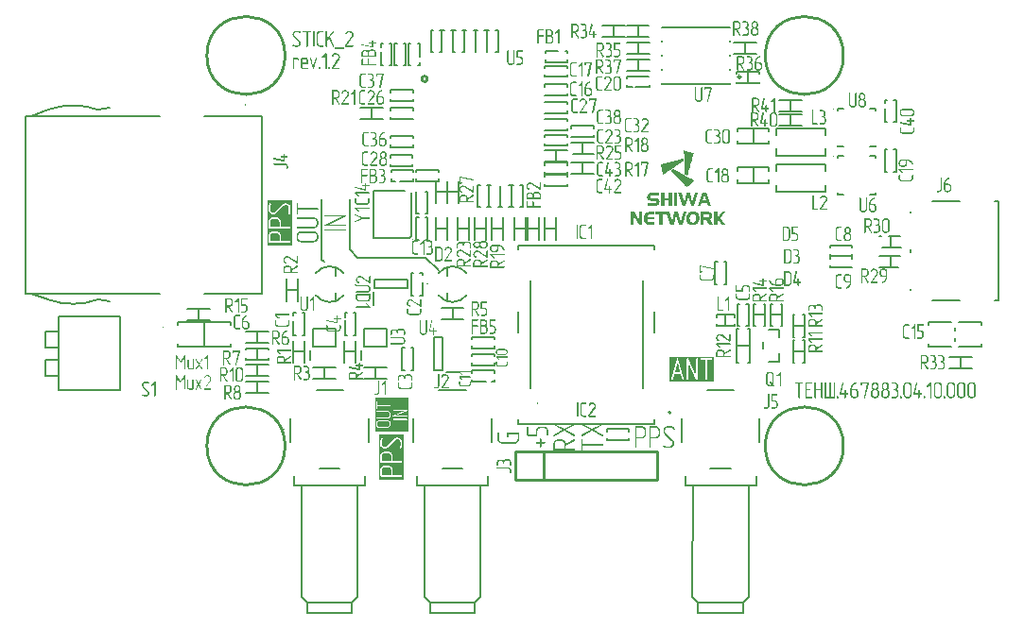
<source format=gto>
G04*
G04 #@! TF.GenerationSoftware,Altium Limited,Altium Designer,24.4.1 (13)*
G04*
G04 Layer_Color=65535*
%FSLAX44Y44*%
%MOMM*%
G71*
G04*
G04 #@! TF.SameCoordinates,01D52CA3-88C5-4DE5-A31F-88FFA3C92493*
G04*
G04*
G04 #@! TF.FilePolarity,Positive*
G04*
G01*
G75*
%ADD10C,0.1000*%
%ADD11C,0.2000*%
%ADD12C,0.2500*%
%ADD13C,0.2540*%
%ADD14C,0.1500*%
G36*
X941617Y692427D02*
X941678Y691749D01*
X941740Y691134D01*
X941771Y690426D01*
X941678Y690333D01*
X941555Y690272D01*
X941124Y689964D01*
X941001Y689902D01*
X940632Y689656D01*
X940509Y689594D01*
X940078Y689287D01*
X939954Y689225D01*
X939523Y688917D01*
X939400Y688856D01*
X938969Y688548D01*
X938846Y688486D01*
X938600Y688301D01*
X938538D01*
X938107Y687993D01*
X937984Y687932D01*
X937553Y687624D01*
X937430Y687562D01*
X936999Y687255D01*
X936876Y687193D01*
X936506Y686947D01*
X936383Y686885D01*
X935952Y686577D01*
X935829Y686516D01*
X935398Y686208D01*
X935275Y686146D01*
X934844Y685838D01*
X934721Y685777D01*
X933458Y684946D01*
X932719Y684453D01*
X932042Y684022D01*
X930564Y683037D01*
X930072Y682729D01*
X928963Y681990D01*
X928286Y681559D01*
X926808Y680574D01*
X926316Y680266D01*
X924838Y679281D01*
X924160Y678850D01*
X923791Y678603D01*
X923514Y678449D01*
X923421Y678727D01*
X923329Y679127D01*
X923206Y679619D01*
X923145Y679927D01*
X923021Y680420D01*
X922960Y680728D01*
X922775Y681467D01*
X922713Y681774D01*
X922529Y682513D01*
X922467Y682821D01*
X922282Y683560D01*
X922221Y683868D01*
X922098Y684361D01*
X922036Y684668D01*
X921851Y685407D01*
X921790Y685715D01*
X921605Y686454D01*
X921544Y686762D01*
X921420Y687255D01*
X921390Y687347D01*
X921667Y687439D01*
X922098Y687562D01*
X922837Y687747D01*
X923268Y687870D01*
X924007Y688055D01*
X924437Y688178D01*
X925176Y688363D01*
X925607Y688486D01*
X926346Y688671D01*
X926777Y688794D01*
X927516Y688979D01*
X927947Y689102D01*
X928440Y689225D01*
X928871Y689348D01*
X929610Y689533D01*
X930041Y689656D01*
X930780Y689841D01*
X931211Y689964D01*
X931950Y690149D01*
X932381Y690272D01*
X933120Y690456D01*
X933551Y690580D01*
X934289Y690764D01*
X934721Y690888D01*
X935459Y691072D01*
X935891Y691195D01*
X936629Y691380D01*
X937060Y691503D01*
X937799Y691688D01*
X938230Y691811D01*
X938969Y691996D01*
X939400Y692119D01*
X940139Y692304D01*
X940570Y692427D01*
X941555Y692673D01*
X941617Y692427D01*
D02*
G37*
G36*
X942541Y699816D02*
X942879Y699724D01*
X943587Y699508D01*
X950484Y697353D01*
X950884Y697199D01*
X950391Y695475D01*
X950330Y695229D01*
X949837Y693504D01*
X949776Y693258D01*
X949160Y691103D01*
X949098Y690857D01*
X948606Y689133D01*
X948544Y688886D01*
X948052Y687162D01*
X947990Y686916D01*
X947497Y685192D01*
X947436Y684946D01*
X946943Y683221D01*
X946882Y682975D01*
X946512Y681682D01*
X946420Y681405D01*
X946389Y681374D01*
X946297Y680912D01*
X946204Y680574D01*
X945835Y679281D01*
X945773Y679034D01*
X945281Y677310D01*
X945188Y677095D01*
X943187Y678111D01*
X943126Y678357D01*
X943033Y680728D01*
X942602Y689779D01*
X942417Y693597D01*
X942356Y695013D01*
X942171Y698892D01*
X942140Y699908D01*
X942233Y699939D01*
X942541Y699816D01*
D02*
G37*
G36*
X937922Y680235D02*
X944696Y676664D01*
X950299Y673708D01*
X950607Y673523D01*
X950668D01*
X951346Y673154D01*
X951623Y673000D01*
X951038Y672415D01*
X950915Y672353D01*
X950422Y671861D01*
X950299Y671799D01*
X949745Y671245D01*
X949622Y671183D01*
X949068Y670629D01*
X948944Y670568D01*
X948390Y670014D01*
X948267Y669952D01*
X947713Y669398D01*
X947590Y669336D01*
X947097Y668844D01*
X946974Y668782D01*
X946420Y668228D01*
X946297Y668166D01*
X945742Y667612D01*
X945619Y667551D01*
X945065Y666996D01*
X944819Y666873D01*
X944049Y667643D01*
X943988Y667766D01*
X942818Y668936D01*
X942756Y669059D01*
X941586Y670229D01*
X941525Y670352D01*
X940293Y671584D01*
X940231Y671707D01*
X939062Y672877D01*
X939000Y673000D01*
X937768Y674231D01*
X937707Y674355D01*
X936537Y675525D01*
X936475Y675648D01*
X935305Y676818D01*
X935244Y676941D01*
X934012Y678172D01*
X933951Y678295D01*
X932781Y679465D01*
X932719Y679588D01*
X931488Y680820D01*
X931426Y680943D01*
X930503Y681867D01*
X930564Y681990D01*
X930657Y682082D01*
X930780Y682144D01*
X931642Y682760D01*
X931765Y682821D01*
X931888Y682944D01*
X932011Y683006D01*
X932319Y683191D01*
X937922Y680235D01*
D02*
G37*
G36*
X680500Y448000D02*
X665500D01*
Y478000D01*
X680500D01*
Y448000D01*
D02*
G37*
G36*
X695500Y448000D02*
X680500D01*
Y478000D01*
X695500D01*
Y448000D01*
D02*
G37*
G36*
X869198Y454866D02*
X869260Y454853D01*
X869335Y454828D01*
X869423Y454778D01*
X869510Y454728D01*
X869597Y454653D01*
X869610Y454641D01*
X869622Y454616D01*
X869660Y454566D01*
X869685Y454503D01*
X869723Y454428D01*
X869760Y454341D01*
X869772Y454241D01*
X869785Y454128D01*
Y454116D01*
X869772Y454066D01*
X869760Y454003D01*
X869735Y453916D01*
X869697Y453816D01*
X869622Y453728D01*
X869535Y453629D01*
X869410Y453541D01*
X861475Y449280D01*
X869410Y445018D01*
X869423Y445006D01*
X869473Y444981D01*
X869522Y444931D01*
X869597Y444868D01*
X869660Y444781D01*
X869723Y444681D01*
X869772Y444556D01*
X869785Y444418D01*
Y444368D01*
X869772Y444306D01*
X869760Y444231D01*
X869735Y444156D01*
X869710Y444068D01*
X869660Y443981D01*
X869597Y443894D01*
X869585Y443881D01*
X869560Y443869D01*
X869522Y443831D01*
X869460Y443794D01*
X869385Y443756D01*
X869310Y443731D01*
X869210Y443706D01*
X869110Y443694D01*
X869098D01*
X869085D01*
X869048D01*
X868998Y443706D01*
X868885Y443731D01*
X868748Y443781D01*
X860000Y448492D01*
X851265Y443781D01*
X850902Y443694D01*
X850890D01*
X850877D01*
X850840Y443706D01*
X850790Y443719D01*
X850740Y443744D01*
X850665Y443781D01*
X850577Y443831D01*
X850490Y443894D01*
X850477Y443906D01*
X850452Y443931D01*
X850402Y443981D01*
X850352Y444044D01*
X850303Y444118D01*
X850253Y444206D01*
X850228Y444318D01*
X850215Y444431D01*
Y444493D01*
X850240Y444556D01*
X850265Y444643D01*
X850315Y444743D01*
X850377Y444843D01*
X850477Y444931D01*
X850602Y445018D01*
X858513Y449280D01*
X850602Y453541D01*
X850590Y453554D01*
X850540Y453579D01*
X850477Y453629D01*
X850402Y453691D01*
X850340Y453778D01*
X850277Y453879D01*
X850228Y454003D01*
X850215Y454141D01*
Y454191D01*
X850228Y454253D01*
X850240Y454328D01*
X850265Y454403D01*
X850303Y454491D01*
X850352Y454578D01*
X850415Y454666D01*
X850427Y454678D01*
X850452Y454703D01*
X850490Y454728D01*
X850552Y454778D01*
X850627Y454816D01*
X850702Y454841D01*
X850802Y454866D01*
X850902Y454878D01*
X850915D01*
X850927D01*
X850965D01*
X851015Y454866D01*
X851127Y454841D01*
X851265Y454778D01*
X860000Y450079D01*
X868748Y454778D01*
X868760D01*
X868773Y454791D01*
X868848Y454828D01*
X868960Y454866D01*
X869110Y454878D01*
X869123D01*
X869148D01*
X869198Y454866D01*
D02*
G37*
G36*
X851040Y440894D02*
X851102Y440882D01*
X851177Y440857D01*
X851252Y440832D01*
X851340Y440782D01*
X851427Y440719D01*
X851440Y440707D01*
X851465Y440682D01*
X851490Y440644D01*
X851527Y440582D01*
X851577Y440507D01*
X851602Y440419D01*
X851627Y440320D01*
X851640Y440207D01*
Y436708D01*
X869098D01*
X869110D01*
X869148D01*
X869210Y436695D01*
X869285Y436683D01*
X869373Y436658D01*
X869460Y436620D01*
X869548Y436570D01*
X869622Y436508D01*
X869635Y436495D01*
X869648Y436470D01*
X869672Y436433D01*
X869697Y436371D01*
X869735Y436296D01*
X869760Y436208D01*
X869772Y436120D01*
X869785Y436008D01*
Y435983D01*
X869772Y435946D01*
X869760Y435896D01*
X869747Y435821D01*
X869710Y435746D01*
X869672Y435633D01*
X869622Y435508D01*
X869610Y435496D01*
X869585Y435483D01*
X869548Y435446D01*
X869498Y435408D01*
X869423Y435371D01*
X869335Y435346D01*
X869223Y435321D01*
X869098Y435308D01*
X851640D01*
Y431759D01*
X851627Y431697D01*
X851615Y431634D01*
X851590Y431547D01*
X851565Y431459D01*
X851515Y431372D01*
X851452Y431297D01*
X851440Y431284D01*
X851415Y431272D01*
X851365Y431247D01*
X851302Y431209D01*
X851227Y431172D01*
X851140Y431147D01*
X851040Y431134D01*
X850940Y431122D01*
X850927D01*
X850915D01*
X850877Y431134D01*
X850827Y431147D01*
X850765Y431159D01*
X850702Y431197D01*
X850615Y431234D01*
X850515Y431284D01*
X850502Y431297D01*
X850477Y431322D01*
X850427Y431359D01*
X850377Y431422D01*
X850328Y431484D01*
X850277Y431584D01*
X850253Y431684D01*
X850240Y431809D01*
Y440244D01*
X850253Y440294D01*
X850265Y440357D01*
X850290Y440432D01*
X850340Y440519D01*
X850390Y440594D01*
X850465Y440682D01*
X850477Y440694D01*
X850502Y440719D01*
X850552Y440757D01*
X850602Y440794D01*
X850765Y440869D01*
X850852Y440894D01*
X850940Y440907D01*
X850952D01*
X850990D01*
X851040Y440894D01*
D02*
G37*
G36*
X691000Y445000D02*
Y405000D01*
X669000D01*
Y445000D01*
X691000D01*
D02*
G37*
G36*
X930121Y452760D02*
X930209D01*
X930396Y452735D01*
X930634Y452710D01*
X930909Y452660D01*
X931209Y452598D01*
X931534Y452510D01*
X931546D01*
X931571Y452498D01*
X931621Y452485D01*
X931684Y452460D01*
X931758Y452435D01*
X931858Y452410D01*
X932071Y452323D01*
X932321Y452223D01*
X932583Y452098D01*
X932858Y451948D01*
X933133Y451785D01*
X933146Y451773D01*
X933183Y451748D01*
X933233Y451698D01*
X933296Y451623D01*
X933308Y451598D01*
X933333Y451573D01*
X933346Y451523D01*
X933371Y451473D01*
X933395Y451398D01*
X933433Y451310D01*
X933458Y451210D01*
Y451198D01*
Y451160D01*
X933446Y451110D01*
X933433Y451048D01*
X933408Y450973D01*
X933358Y450886D01*
X933308Y450798D01*
X933233Y450710D01*
X933221Y450698D01*
X933196Y450673D01*
X933146Y450635D01*
X933083Y450598D01*
X932933Y450523D01*
X932846Y450498D01*
X932746Y450486D01*
X932358Y450611D01*
X932346Y450623D01*
X932308Y450648D01*
X932246Y450686D01*
X932171Y450736D01*
X932071Y450785D01*
X931946Y450848D01*
X931808Y450923D01*
X931646Y450998D01*
X931471Y451060D01*
X931284Y451135D01*
X931084Y451198D01*
X930871Y451260D01*
X930659Y451298D01*
X930421Y451335D01*
X930184Y451360D01*
X929934Y451373D01*
X927759D01*
X927672Y451360D01*
X927572Y451348D01*
X927447Y451323D01*
X927310Y451298D01*
X927172Y451273D01*
X926847Y451173D01*
X926685Y451098D01*
X926522Y451023D01*
X926347Y450923D01*
X926185Y450811D01*
X926022Y450686D01*
X925872Y450536D01*
X925860Y450523D01*
X925835Y450498D01*
X925798Y450448D01*
X925748Y450386D01*
X925685Y450311D01*
X925622Y450211D01*
X925548Y450111D01*
X925485Y449986D01*
X925410Y449848D01*
X925335Y449698D01*
X925210Y449361D01*
X925160Y449173D01*
X925123Y448986D01*
X925098Y448786D01*
X925085Y448574D01*
X925123Y448011D01*
X925173Y447749D01*
X925273Y447499D01*
X925285Y447486D01*
X925310Y447436D01*
X925360Y447361D01*
X925423Y447249D01*
X925510Y447124D01*
X925622Y446962D01*
X925760Y446786D01*
X925922Y446599D01*
X932146Y440351D01*
X932158Y440338D01*
X932171Y440326D01*
X932208Y440288D01*
X932246Y440251D01*
X932358Y440126D01*
X932496Y439951D01*
X932646Y439751D01*
X932796Y439526D01*
X932946Y439263D01*
X933071Y438988D01*
X933183Y438664D01*
X933321Y438139D01*
X933383Y437814D01*
Y437414D01*
Y437389D01*
Y437339D01*
X933371Y437252D01*
Y437127D01*
X933346Y436989D01*
X933321Y436814D01*
X933283Y436627D01*
X933246Y436414D01*
X933183Y436189D01*
X933108Y435964D01*
X933008Y435714D01*
X932896Y435477D01*
X932771Y435227D01*
X932608Y434990D01*
X932433Y434740D01*
X932233Y434515D01*
X932221Y434502D01*
X932183Y434465D01*
X932108Y434402D01*
X932021Y434315D01*
X931896Y434215D01*
X931758Y434102D01*
X931583Y433990D01*
X931396Y433877D01*
X931184Y433752D01*
X930959Y433640D01*
X930709Y433527D01*
X930434Y433428D01*
X930146Y433353D01*
X929846Y433278D01*
X929521Y433240D01*
X929184Y433228D01*
X927085D01*
X926985Y433240D01*
X926860D01*
X926710Y433252D01*
X926522Y433278D01*
X926322Y433315D01*
X926097Y433353D01*
X925860Y433402D01*
X925610Y433465D01*
X925348Y433552D01*
X925073Y433640D01*
X924798Y433752D01*
X924523Y433890D01*
X924248Y434040D01*
X923986Y434215D01*
X923748Y434465D01*
X923686Y434777D01*
Y434790D01*
Y434815D01*
X923698Y434852D01*
X923710Y434915D01*
X923736Y434977D01*
X923761Y435052D01*
X923811Y435140D01*
X923873Y435227D01*
X923885Y435239D01*
X923911Y435265D01*
X923948Y435314D01*
X924010Y435364D01*
X924148Y435452D01*
X924235Y435477D01*
X924335Y435489D01*
X924735Y435352D01*
X924748Y435340D01*
X924785Y435327D01*
X924848Y435289D01*
X924923Y435239D01*
X925035Y435190D01*
X925148Y435127D01*
X925298Y435052D01*
X925448Y434990D01*
X925622Y434927D01*
X925810Y434852D01*
X925997Y434790D01*
X926210Y434740D01*
X926435Y434690D01*
X926660Y434665D01*
X926897Y434640D01*
X927135Y434627D01*
X929297D01*
X929372Y434640D01*
X929472Y434652D01*
X929584Y434677D01*
X929709Y434702D01*
X929846Y434727D01*
X930159Y434827D01*
X930321Y434902D01*
X930484Y434977D01*
X930659Y435077D01*
X930821Y435190D01*
X930984Y435314D01*
X931146Y435464D01*
X931159Y435477D01*
X931184Y435502D01*
X931221Y435552D01*
X931284Y435614D01*
X931346Y435689D01*
X931421Y435789D01*
X931496Y435902D01*
X931571Y436027D01*
X931646Y436164D01*
X931733Y436314D01*
X931858Y436652D01*
X931921Y436827D01*
X931958Y437014D01*
X931983Y437214D01*
X931996Y437426D01*
X931946Y437901D01*
Y437926D01*
X931933Y437976D01*
X931921Y438051D01*
X931883Y438139D01*
Y438151D01*
Y438164D01*
X931858Y438226D01*
X931833Y438314D01*
X931796Y438401D01*
X931784Y438426D01*
X931771Y438489D01*
X931721Y438576D01*
X931658Y438701D01*
X931583Y438851D01*
X931471Y439013D01*
X931334Y439201D01*
X931171Y439388D01*
X924923Y445637D01*
X924898Y445662D01*
X924835Y445724D01*
X924748Y445837D01*
X924623Y445987D01*
X924473Y446187D01*
X924323Y446412D01*
X924148Y446687D01*
X923973Y446999D01*
Y447011D01*
X923960Y447037D01*
X923948Y447074D01*
X923923Y447136D01*
X923911Y447199D01*
X923885Y447286D01*
X923836Y447486D01*
X923773Y447724D01*
X923736Y447986D01*
X923698Y448274D01*
X923686Y448574D01*
Y448599D01*
Y448649D01*
X923698Y448736D01*
Y448861D01*
X923723Y449011D01*
X923748Y449173D01*
X923785Y449361D01*
X923823Y449573D01*
X923885Y449798D01*
X923960Y450023D01*
X924060Y450273D01*
X924160Y450511D01*
X924298Y450760D01*
X924448Y451011D01*
X924623Y451248D01*
X924823Y451473D01*
X924835Y451485D01*
X924873Y451535D01*
X924948Y451598D01*
X925048Y451673D01*
X925160Y451773D01*
X925310Y451885D01*
X925473Y451998D01*
X925660Y452123D01*
X925872Y452248D01*
X926097Y452360D01*
X926360Y452473D01*
X926622Y452573D01*
X926910Y452648D01*
X927222Y452723D01*
X927547Y452760D01*
X927885Y452772D01*
X930059D01*
X930121Y452760D01*
D02*
G37*
G36*
X916875D02*
X917000D01*
X917150Y452735D01*
X917325Y452710D01*
X917512Y452673D01*
X917725Y452622D01*
X917950Y452560D01*
X918187Y452473D01*
X918437Y452373D01*
X918687Y452260D01*
X918949Y452110D01*
X919199Y451948D01*
X919449Y451760D01*
X919687Y451548D01*
X919699Y451535D01*
X919712Y451523D01*
X919749Y451485D01*
X919787Y451448D01*
X919899Y451323D01*
X920036Y451160D01*
X920186Y450961D01*
X920336Y450736D01*
X920486Y450486D01*
X920611Y450211D01*
X920824Y449461D01*
X920899Y449024D01*
Y448586D01*
Y445774D01*
Y445749D01*
Y445699D01*
X920886Y445612D01*
Y445487D01*
X920861Y445337D01*
X920836Y445162D01*
X920799Y444975D01*
X920749Y444762D01*
X920686Y444537D01*
X920599Y444300D01*
X920499Y444050D01*
X920386Y443800D01*
X920236Y443550D01*
X920074Y443300D01*
X919886Y443063D01*
X919674Y442825D01*
X919662Y442813D01*
X919624Y442775D01*
X919549Y442713D01*
X919462Y442638D01*
X919337Y442550D01*
X919199Y442438D01*
X919024Y442338D01*
X918837Y442225D01*
X918637Y442100D01*
X918412Y442000D01*
X918162Y441900D01*
X917899Y441800D01*
X917612Y441725D01*
X917325Y441663D01*
X917012Y441625D01*
X916687Y441613D01*
X912513D01*
Y433927D01*
Y433915D01*
Y433877D01*
X912501Y433815D01*
X912488Y433740D01*
X912463Y433652D01*
X912426Y433565D01*
X912376Y433477D01*
X912313Y433402D01*
X912301Y433390D01*
X912276Y433377D01*
X912238Y433353D01*
X912176Y433315D01*
X912101Y433278D01*
X912013Y433252D01*
X911926Y433240D01*
X911814Y433228D01*
X911789D01*
X911751Y433240D01*
X911701Y433252D01*
X911626Y433265D01*
X911551Y433302D01*
X911439Y433340D01*
X911314Y433402D01*
X911301Y433415D01*
X911289Y433440D01*
X911251Y433477D01*
X911214Y433527D01*
X911176Y433602D01*
X911151Y433690D01*
X911126Y433802D01*
X911114Y433927D01*
Y452073D01*
Y452085D01*
Y452098D01*
X911126Y452185D01*
X911151Y452298D01*
X911201Y452423D01*
X911289Y452548D01*
X911414Y452660D01*
X911489Y452710D01*
X911589Y452747D01*
X911689Y452760D01*
X911814Y452772D01*
X916787D01*
X916875Y452760D01*
D02*
G37*
G36*
X904303D02*
X904428D01*
X904578Y452735D01*
X904753Y452710D01*
X904940Y452673D01*
X905153Y452622D01*
X905378Y452560D01*
X905615Y452473D01*
X905865Y452373D01*
X906115Y452260D01*
X906377Y452110D01*
X906627Y451948D01*
X906877Y451760D01*
X907115Y451548D01*
X907127Y451535D01*
X907140Y451523D01*
X907177Y451485D01*
X907215Y451448D01*
X907327Y451323D01*
X907465Y451160D01*
X907615Y450961D01*
X907765Y450736D01*
X907915Y450486D01*
X908039Y450211D01*
X908252Y449461D01*
X908327Y449024D01*
Y448586D01*
Y445774D01*
Y445749D01*
Y445699D01*
X908315Y445612D01*
Y445487D01*
X908289Y445337D01*
X908264Y445162D01*
X908227Y444975D01*
X908177Y444762D01*
X908114Y444537D01*
X908027Y444300D01*
X907927Y444050D01*
X907815Y443800D01*
X907665Y443550D01*
X907502Y443300D01*
X907315Y443063D01*
X907102Y442825D01*
X907090Y442813D01*
X907052Y442775D01*
X906977Y442713D01*
X906890Y442638D01*
X906765Y442550D01*
X906627Y442438D01*
X906452Y442338D01*
X906265Y442225D01*
X906065Y442100D01*
X905840Y442000D01*
X905590Y441900D01*
X905328Y441800D01*
X905040Y441725D01*
X904753Y441663D01*
X904441Y441625D01*
X904116Y441613D01*
X899942D01*
Y433927D01*
Y433915D01*
Y433877D01*
X899929Y433815D01*
X899917Y433740D01*
X899892Y433652D01*
X899854Y433565D01*
X899804Y433477D01*
X899742Y433402D01*
X899729Y433390D01*
X899704Y433377D01*
X899667Y433353D01*
X899604Y433315D01*
X899529Y433278D01*
X899442Y433252D01*
X899354Y433240D01*
X899242Y433228D01*
X899217D01*
X899179Y433240D01*
X899129Y433252D01*
X899054Y433265D01*
X898979Y433302D01*
X898867Y433340D01*
X898742Y433402D01*
X898729Y433415D01*
X898717Y433440D01*
X898679Y433477D01*
X898642Y433527D01*
X898605Y433602D01*
X898579Y433690D01*
X898555Y433802D01*
X898542Y433927D01*
Y452073D01*
Y452085D01*
Y452098D01*
X898555Y452185D01*
X898579Y452298D01*
X898629Y452423D01*
X898717Y452548D01*
X898842Y452660D01*
X898917Y452710D01*
X899017Y452747D01*
X899117Y452760D01*
X899242Y452772D01*
X904215D01*
X904303Y452760D01*
D02*
G37*
G36*
X639160Y641973D02*
X639210Y641961D01*
X639285Y641936D01*
X639373Y641898D01*
X639473Y641848D01*
X639598Y641773D01*
X639610Y641761D01*
X639622Y641736D01*
X639647Y641686D01*
X639685Y641623D01*
X639748Y641473D01*
X639760Y641386D01*
X639772Y641286D01*
X639697Y640936D01*
X639373Y640649D01*
X624101Y633600D01*
X639085D01*
X639098D01*
X639135D01*
X639198Y633588D01*
X639273Y633575D01*
X639360Y633550D01*
X639448Y633513D01*
X639535Y633463D01*
X639610Y633400D01*
X639622Y633388D01*
X639635Y633363D01*
X639660Y633325D01*
X639685Y633263D01*
X639723Y633188D01*
X639748Y633101D01*
X639760Y633013D01*
X639772Y632901D01*
Y632876D01*
X639760Y632838D01*
X639748Y632788D01*
X639735Y632713D01*
X639697Y632638D01*
X639660Y632526D01*
X639610Y632401D01*
X639598Y632388D01*
X639573Y632376D01*
X639535Y632338D01*
X639485Y632301D01*
X639410Y632263D01*
X639323Y632238D01*
X639210Y632213D01*
X639085Y632201D01*
X620927D01*
X620915D01*
X620890D01*
X620840Y632213D01*
X620790Y632226D01*
X620715Y632251D01*
X620640Y632288D01*
X620552Y632338D01*
X620465Y632401D01*
X620452Y632413D01*
X620428Y632438D01*
X620390Y632488D01*
X620340Y632538D01*
X620303Y632613D01*
X620265Y632701D01*
X620240Y632788D01*
X620228Y632888D01*
Y632913D01*
X620240Y633000D01*
X620265Y633113D01*
X620315Y633238D01*
Y633250D01*
X620327Y633263D01*
X620390Y633338D01*
X620428Y633388D01*
X620490Y633438D01*
X620552Y633475D01*
X620640Y633525D01*
X635911Y640586D01*
X620927D01*
X620915D01*
X620890D01*
X620840Y640599D01*
X620790Y640611D01*
X620715Y640636D01*
X620640Y640674D01*
X620552Y640723D01*
X620465Y640786D01*
X620452Y640798D01*
X620428Y640824D01*
X620390Y640873D01*
X620340Y640923D01*
X620303Y640999D01*
X620265Y641086D01*
X620240Y641186D01*
X620228Y641286D01*
Y641323D01*
X620240Y641373D01*
X620252Y641436D01*
X620277Y641511D01*
X620303Y641598D01*
X620353Y641673D01*
X620415Y641761D01*
X620428Y641773D01*
X620452Y641798D01*
X620490Y641836D01*
X620540Y641873D01*
X620615Y641911D01*
X620702Y641948D01*
X620802Y641973D01*
X620927Y641986D01*
X639085D01*
X639098D01*
X639123D01*
X639160Y641973D01*
D02*
G37*
G36*
X639198Y629401D02*
X639273Y629389D01*
X639360Y629364D01*
X639448Y629327D01*
X639535Y629277D01*
X639610Y629214D01*
X639622Y629202D01*
X639635Y629176D01*
X639660Y629139D01*
X639685Y629076D01*
X639723Y629002D01*
X639748Y628914D01*
X639760Y628827D01*
X639772Y628714D01*
Y628689D01*
X639760Y628652D01*
X639748Y628602D01*
X639735Y628527D01*
X639697Y628452D01*
X639660Y628339D01*
X639610Y628214D01*
X639598Y628202D01*
X639573Y628189D01*
X639535Y628152D01*
X639485Y628114D01*
X639410Y628077D01*
X639323Y628052D01*
X639210Y628027D01*
X639085Y628014D01*
X620927D01*
X620915D01*
X620890D01*
X620840Y628027D01*
X620790Y628039D01*
X620715Y628064D01*
X620640Y628102D01*
X620552Y628152D01*
X620465Y628214D01*
X620452Y628227D01*
X620428Y628252D01*
X620390Y628302D01*
X620340Y628352D01*
X620303Y628427D01*
X620265Y628514D01*
X620240Y628614D01*
X620228Y628714D01*
Y628752D01*
X620240Y628802D01*
X620252Y628864D01*
X620277Y628939D01*
X620303Y629026D01*
X620353Y629101D01*
X620415Y629189D01*
X620428Y629202D01*
X620452Y629226D01*
X620490Y629264D01*
X620540Y629301D01*
X620615Y629339D01*
X620702Y629376D01*
X620802Y629401D01*
X620927Y629414D01*
X639085D01*
X639098D01*
X639135D01*
X639198Y629401D01*
D02*
G37*
G36*
X591000Y615000D02*
X569000D01*
Y655000D01*
X591000D01*
Y615000D01*
D02*
G37*
G36*
X495564Y516540D02*
X495606Y516532D01*
X495648Y516515D01*
X495698Y516482D01*
X495747Y516448D01*
X495797Y516398D01*
X495806Y516390D01*
X495822Y516373D01*
X495839Y516340D01*
X495864Y516290D01*
X495889Y516240D01*
X495914Y516173D01*
X495922Y516090D01*
X495931Y516007D01*
Y503918D01*
Y503910D01*
Y503885D01*
X495922Y503843D01*
X495914Y503793D01*
X495897Y503735D01*
X495872Y503677D01*
X495839Y503618D01*
X495797Y503568D01*
X495789Y503560D01*
X495772Y503552D01*
X495747Y503535D01*
X495706Y503510D01*
X495656Y503485D01*
X495597Y503468D01*
X495539Y503460D01*
X495464Y503452D01*
X495448D01*
X495423Y503460D01*
X495389Y503468D01*
X495339Y503477D01*
X495289Y503502D01*
X495214Y503527D01*
X495131Y503568D01*
X495123Y503577D01*
X495114Y503593D01*
X495089Y503618D01*
X495064Y503652D01*
X495039Y503702D01*
X495023Y503760D01*
X495006Y503835D01*
X494998Y503918D01*
Y514357D01*
X492140Y509725D01*
X492132Y509717D01*
X492107Y509683D01*
X492073Y509633D01*
X492023Y509583D01*
X491965Y509533D01*
X491898Y509483D01*
X491815Y509450D01*
X491732Y509442D01*
X491724D01*
X491698Y509450D01*
X491648Y509459D01*
X491599Y509475D01*
X491540Y509509D01*
X491474Y509558D01*
X491407Y509633D01*
X491340Y509725D01*
X488499Y514349D01*
Y503918D01*
Y503910D01*
Y503885D01*
X488491Y503843D01*
X488483Y503793D01*
X488466Y503735D01*
X488441Y503677D01*
X488408Y503618D01*
X488366Y503568D01*
X488358Y503560D01*
X488341Y503552D01*
X488316Y503535D01*
X488274Y503510D01*
X488224Y503485D01*
X488166Y503468D01*
X488108Y503460D01*
X488033Y503452D01*
X488016D01*
X487991Y503460D01*
X487958Y503468D01*
X487908Y503477D01*
X487858Y503502D01*
X487783Y503527D01*
X487700Y503568D01*
X487691Y503577D01*
X487683Y503593D01*
X487658Y503618D01*
X487633Y503652D01*
X487608Y503702D01*
X487591Y503760D01*
X487575Y503835D01*
X487566Y503918D01*
Y516007D01*
Y516015D01*
Y516048D01*
X487575Y516090D01*
X487583Y516148D01*
X487616Y516282D01*
X487641Y516340D01*
X487674Y516398D01*
X487683Y516407D01*
X487700Y516423D01*
X487724Y516448D01*
X487758Y516473D01*
X487799Y516498D01*
X487858Y516523D01*
X487916Y516540D01*
X487983Y516548D01*
X488024D01*
X488058Y516540D01*
X488133Y516523D01*
X488216Y516482D01*
X488224Y516473D01*
X488233Y516465D01*
X488258Y516448D01*
X488283Y516423D01*
X488316Y516382D01*
X488366Y516323D01*
X488424Y516248D01*
X491740Y510858D01*
X495064Y516248D01*
X495073Y516265D01*
X495098Y516298D01*
X495139Y516340D01*
X495189Y516398D01*
X495256Y516457D01*
X495331Y516498D01*
X495414Y516532D01*
X495506Y516548D01*
X495531D01*
X495564Y516540D01*
D02*
G37*
G36*
X510435Y512766D02*
X510477Y512758D01*
X510535Y512741D01*
X510585Y512716D01*
X510644Y512683D01*
X510702Y512641D01*
X510710Y512633D01*
X510727Y512616D01*
X510744Y512591D01*
X510777Y512549D01*
X510802Y512499D01*
X510819Y512449D01*
X510835Y512383D01*
X510844Y512316D01*
Y512308D01*
Y512299D01*
X510835Y512241D01*
X510819Y512166D01*
X510777Y512083D01*
X508569Y508117D01*
X510777Y504135D01*
Y504127D01*
X510785Y504118D01*
X510810Y504068D01*
X510835Y503993D01*
X510844Y503893D01*
Y503885D01*
Y503868D01*
X510835Y503835D01*
X510827Y503793D01*
X510810Y503743D01*
X510777Y503693D01*
X510744Y503635D01*
X510694Y503577D01*
X510685Y503568D01*
X510669Y503560D01*
X510635Y503535D01*
X510594Y503518D01*
X510544Y503493D01*
X510485Y503468D01*
X510419Y503460D01*
X510344Y503452D01*
X510302D01*
X510252Y503468D01*
X510202Y503485D01*
X510135Y503510D01*
X510077Y503552D01*
X510010Y503610D01*
X509961Y503693D01*
X508036Y507151D01*
X506120Y503693D01*
X505953Y503510D01*
X505720Y503452D01*
X505687D01*
X505653Y503460D01*
X505603Y503468D01*
X505545Y503485D01*
X505495Y503502D01*
X505437Y503535D01*
X505378Y503577D01*
X505370Y503585D01*
X505353Y503602D01*
X505337Y503627D01*
X505312Y503668D01*
X505278Y503718D01*
X505262Y503768D01*
X505245Y503835D01*
X505237Y503902D01*
Y503910D01*
Y503918D01*
X505245Y503977D01*
X505262Y504052D01*
X505303Y504135D01*
X507511Y508109D01*
X505303Y512083D01*
X505237Y512324D01*
Y512333D01*
Y512349D01*
X505245Y512383D01*
X505253Y512424D01*
X505270Y512474D01*
X505295Y512524D01*
X505328Y512583D01*
X505378Y512633D01*
X505387Y512641D01*
X505403Y512658D01*
X505437Y512674D01*
X505478Y512708D01*
X505528Y512733D01*
X505587Y512749D01*
X505653Y512766D01*
X505728Y512774D01*
X505770D01*
X505820Y512766D01*
X505878Y512741D01*
X505945Y512716D01*
X506003Y512674D01*
X506070Y512616D01*
X506120Y512533D01*
X508036Y509067D01*
X509961Y512524D01*
X510127Y512708D01*
X510360Y512774D01*
X510394D01*
X510435Y512766D01*
D02*
G37*
G36*
X502979Y512749D02*
X503021Y512741D01*
X503071Y512724D01*
X503129Y512708D01*
X503179Y512674D01*
X503237Y512633D01*
X503246Y512624D01*
X503262Y512608D01*
X503287Y512583D01*
X503312Y512541D01*
X503337Y512491D01*
X503362Y512433D01*
X503379Y512366D01*
X503387Y512291D01*
Y503910D01*
Y503902D01*
Y503893D01*
X503379Y503835D01*
X503362Y503768D01*
X503329Y503685D01*
X503270Y503593D01*
X503187Y503527D01*
X503137Y503493D01*
X503079Y503468D01*
X503004Y503460D01*
X502921Y503452D01*
X499588D01*
X499530Y503460D01*
X499463Y503468D01*
X499388Y503477D01*
X499296Y503493D01*
X499205Y503518D01*
X498997Y503585D01*
X498888Y503627D01*
X498772Y503677D01*
X498663Y503735D01*
X498555Y503810D01*
X498447Y503893D01*
X498338Y503985D01*
X498330Y503993D01*
X498313Y504010D01*
X498288Y504043D01*
X498255Y504085D01*
X498214Y504135D01*
X498172Y504202D01*
X498122Y504268D01*
X498072Y504351D01*
X498022Y504443D01*
X497972Y504543D01*
X497889Y504776D01*
X497855Y504893D01*
X497830Y505026D01*
X497814Y505168D01*
X497805Y505309D01*
Y512291D01*
Y512299D01*
Y512316D01*
X497814Y512349D01*
X497822Y512383D01*
X497839Y512433D01*
X497864Y512483D01*
X497897Y512541D01*
X497939Y512599D01*
X497947Y512608D01*
X497963Y512624D01*
X497997Y512649D01*
X498030Y512683D01*
X498080Y512708D01*
X498139Y512733D01*
X498205Y512749D01*
X498272Y512758D01*
X498297D01*
X498330Y512749D01*
X498372Y512741D01*
X498422Y512724D01*
X498480Y512708D01*
X498530Y512674D01*
X498588Y512633D01*
X498597Y512624D01*
X498613Y512608D01*
X498638Y512583D01*
X498663Y512541D01*
X498688Y512491D01*
X498713Y512433D01*
X498730Y512366D01*
X498738Y512291D01*
Y505309D01*
Y505301D01*
Y505293D01*
X498747Y505243D01*
X498755Y505168D01*
X498772Y505085D01*
X498805Y504976D01*
X498855Y504868D01*
X498913Y504760D01*
X499005Y504651D01*
X499013Y504643D01*
X499055Y504610D01*
X499113Y504568D01*
X499188Y504518D01*
X499280Y504468D01*
X499397Y504426D01*
X499521Y504393D01*
X499663Y504385D01*
X502454D01*
Y512291D01*
Y512299D01*
Y512316D01*
X502462Y512349D01*
X502471Y512383D01*
X502487Y512433D01*
X502512Y512483D01*
X502546Y512541D01*
X502587Y512599D01*
X502596Y512608D01*
X502612Y512624D01*
X502646Y512649D01*
X502679Y512683D01*
X502729Y512708D01*
X502787Y512733D01*
X502854Y512749D01*
X502921Y512758D01*
X502946D01*
X502979Y512749D01*
D02*
G37*
G36*
X516026Y516473D02*
X516067Y516465D01*
X516117Y516448D01*
X516175Y516432D01*
X516226Y516398D01*
X516284Y516357D01*
X516292Y516348D01*
X516309Y516332D01*
X516334Y516307D01*
X516359Y516265D01*
X516384Y516223D01*
X516409Y516165D01*
X516426Y516098D01*
X516434Y516023D01*
Y503910D01*
Y503902D01*
Y503877D01*
X516426Y503835D01*
X516417Y503785D01*
X516400Y503727D01*
X516376Y503668D01*
X516342Y503610D01*
X516301Y503560D01*
X516292Y503552D01*
X516275Y503543D01*
X516250Y503527D01*
X516209Y503510D01*
X516159Y503485D01*
X516101Y503468D01*
X516042Y503460D01*
X515967Y503452D01*
X515951D01*
X515926Y503460D01*
X515892Y503468D01*
X515842Y503477D01*
X515792Y503502D01*
X515717Y503527D01*
X515634Y503560D01*
X515626Y503568D01*
X515617Y503585D01*
X515592Y503610D01*
X515567Y503643D01*
X515542Y503693D01*
X515526Y503752D01*
X515509Y503827D01*
X515501Y503910D01*
Y514899D01*
X513501Y512891D01*
X513493Y512883D01*
X513476Y512874D01*
X513451Y512849D01*
X513410Y512824D01*
X513368Y512799D01*
X513310Y512783D01*
X513251Y512766D01*
X513185Y512758D01*
X513151D01*
X513118Y512766D01*
X513068Y512774D01*
X513018Y512791D01*
X512960Y512816D01*
X512910Y512849D01*
X512851Y512891D01*
X512843Y512899D01*
X512835Y512916D01*
X512810Y512949D01*
X512785Y512991D01*
X512760Y513041D01*
X512743Y513099D01*
X512726Y513158D01*
X512718Y513232D01*
Y513249D01*
X512726Y513266D01*
X512735Y513299D01*
X512751Y513341D01*
X512776Y513399D01*
X512810Y513466D01*
X512851Y513549D01*
X515634Y516348D01*
X515642Y516357D01*
X515659Y516373D01*
X515684Y516390D01*
X515726Y516415D01*
X515776Y516440D01*
X515826Y516465D01*
X515892Y516473D01*
X515959Y516482D01*
X515992D01*
X516026Y516473D01*
D02*
G37*
G36*
X816749Y452373D02*
X816873Y452360D01*
X817023Y452348D01*
X817198Y452323D01*
X817386Y452285D01*
X817598Y452235D01*
X817823Y452160D01*
X818061Y452085D01*
X818311Y451985D01*
X818561Y451860D01*
X818811Y451723D01*
X819060Y451560D01*
X819310Y451360D01*
X819548Y451148D01*
X819560Y451135D01*
X819598Y451098D01*
X819660Y451023D01*
X819735Y450936D01*
X819835Y450811D01*
X819935Y450673D01*
X820048Y450511D01*
X820160Y450323D01*
X820273Y450123D01*
X820385Y449898D01*
X820485Y449648D01*
X820585Y449398D01*
X820660Y449123D01*
X820723Y448824D01*
X820760Y448524D01*
X820772Y448211D01*
Y444650D01*
X820760Y444587D01*
X820748Y444525D01*
X820723Y444437D01*
X820697Y444350D01*
X820648Y444262D01*
X820585Y444187D01*
X820573Y444175D01*
X820548Y444162D01*
X820498Y444137D01*
X820435Y444100D01*
X820360Y444062D01*
X820273Y444037D01*
X820173Y444025D01*
X820073Y444012D01*
X820060D01*
X820048D01*
X820010Y444025D01*
X819960Y444037D01*
X819898Y444050D01*
X819835Y444087D01*
X819748Y444125D01*
X819648Y444175D01*
X819635Y444187D01*
X819610Y444212D01*
X819560Y444250D01*
X819510Y444312D01*
X819460Y444375D01*
X819410Y444475D01*
X819385Y444575D01*
X819373Y444700D01*
Y448311D01*
X819360Y448399D01*
X819348Y448499D01*
X819335Y448611D01*
X819310Y448736D01*
X819273Y448886D01*
X819173Y449186D01*
X819110Y449361D01*
X819035Y449523D01*
X818948Y449686D01*
X818836Y449861D01*
X818710Y450023D01*
X818573Y450173D01*
X818561Y450186D01*
X818536Y450211D01*
X818486Y450248D01*
X818423Y450298D01*
X818348Y450361D01*
X818248Y450436D01*
X818148Y450498D01*
X818023Y450586D01*
X817886Y450661D01*
X817736Y450723D01*
X817386Y450860D01*
X817211Y450910D01*
X817011Y450948D01*
X816798Y450973D01*
X816586Y450985D01*
X813799D01*
X813787D01*
X813749D01*
X813687D01*
X813599Y450973D01*
X813499Y450961D01*
X813387Y450948D01*
X813262Y450923D01*
X813112Y450886D01*
X812812Y450785D01*
X812637Y450723D01*
X812475Y450648D01*
X812312Y450548D01*
X812137Y450436D01*
X811975Y450311D01*
X811825Y450173D01*
X811812Y450161D01*
X811787Y450136D01*
X811750Y450086D01*
X811700Y450023D01*
X811637Y449948D01*
X811562Y449861D01*
X811500Y449748D01*
X811412Y449623D01*
X811337Y449486D01*
X811275Y449336D01*
X811137Y448998D01*
X811087Y448811D01*
X811050Y448624D01*
X811025Y448411D01*
X811012Y448199D01*
Y444675D01*
X811000Y444587D01*
X810975Y444487D01*
X810925Y444362D01*
X810850Y444225D01*
X810725Y444125D01*
X810638Y444075D01*
X810550Y444037D01*
X810450Y444025D01*
X810325Y444012D01*
X801927D01*
X801915D01*
X801902D01*
X801815Y444025D01*
X801702Y444050D01*
X801577Y444100D01*
X801452Y444175D01*
X801340Y444300D01*
X801290Y444387D01*
X801253Y444475D01*
X801240Y444575D01*
X801227Y444700D01*
Y451723D01*
X801240Y451773D01*
X801253Y451835D01*
X801277Y451910D01*
X801328Y451998D01*
X801377Y452073D01*
X801452Y452160D01*
X801465Y452173D01*
X801490Y452198D01*
X801540Y452235D01*
X801590Y452273D01*
X801752Y452348D01*
X801840Y452373D01*
X801927Y452385D01*
X801940D01*
X801977D01*
X802027Y452373D01*
X802090Y452360D01*
X802165Y452335D01*
X802240Y452310D01*
X802327Y452260D01*
X802415Y452198D01*
X802427Y452185D01*
X802452Y452160D01*
X802477Y452123D01*
X802515Y452060D01*
X802565Y451985D01*
X802590Y451898D01*
X802615Y451798D01*
X802627Y451685D01*
Y445412D01*
X809613D01*
Y448286D01*
X809625Y448374D01*
X809638Y448499D01*
X809650Y448649D01*
X809675Y448824D01*
X809713Y449011D01*
X809763Y449223D01*
X809838Y449448D01*
X809913Y449686D01*
X810013Y449923D01*
X810138Y450173D01*
X810275Y450423D01*
X810438Y450673D01*
X810638Y450910D01*
X810850Y451148D01*
X810863Y451160D01*
X810900Y451198D01*
X810975Y451260D01*
X811062Y451348D01*
X811188Y451435D01*
X811325Y451535D01*
X811487Y451648D01*
X811675Y451773D01*
X811887Y451885D01*
X812112Y451998D01*
X812350Y452098D01*
X812612Y452198D01*
X812887Y452273D01*
X813174Y452335D01*
X813487Y452373D01*
X813799Y452385D01*
X816586D01*
X816611D01*
X816661D01*
X816749Y452373D01*
D02*
G37*
G36*
X813899Y441975D02*
X813962Y441963D01*
X814037Y441938D01*
X814112Y441913D01*
X814199Y441863D01*
X814287Y441800D01*
X814299Y441788D01*
X814324Y441763D01*
X814349Y441725D01*
X814387Y441663D01*
X814437Y441588D01*
X814462Y441500D01*
X814487Y441400D01*
X814499Y441288D01*
Y438501D01*
X817298D01*
X817311D01*
X817348D01*
X817411Y438489D01*
X817486Y438476D01*
X817573Y438451D01*
X817661Y438414D01*
X817748Y438364D01*
X817823Y438301D01*
X817836Y438289D01*
X817848Y438264D01*
X817873Y438226D01*
X817898Y438164D01*
X817936Y438089D01*
X817961Y438001D01*
X817973Y437914D01*
X817986Y437801D01*
Y437776D01*
X817973Y437739D01*
X817961Y437689D01*
X817948Y437614D01*
X817911Y437539D01*
X817873Y437426D01*
X817823Y437301D01*
X817811Y437289D01*
X817786Y437276D01*
X817748Y437239D01*
X817698Y437201D01*
X817623Y437164D01*
X817536Y437139D01*
X817423Y437114D01*
X817298Y437102D01*
X814499D01*
Y434252D01*
X814487Y434190D01*
X814474Y434127D01*
X814449Y434040D01*
X814424Y433952D01*
X814374Y433865D01*
X814312Y433790D01*
X814299Y433777D01*
X814274Y433765D01*
X814224Y433740D01*
X814162Y433702D01*
X814087Y433665D01*
X813999Y433640D01*
X813899Y433627D01*
X813799Y433615D01*
X813787D01*
X813774D01*
X813737Y433627D01*
X813687Y433640D01*
X813624Y433652D01*
X813562Y433690D01*
X813474Y433727D01*
X813374Y433777D01*
X813362Y433790D01*
X813337Y433815D01*
X813287Y433852D01*
X813237Y433915D01*
X813187Y433977D01*
X813137Y434077D01*
X813112Y434177D01*
X813100Y434302D01*
Y437102D01*
X810300D01*
X810288D01*
X810263D01*
X810225Y437114D01*
X810163Y437127D01*
X810100Y437151D01*
X810025Y437189D01*
X809938Y437239D01*
X809850Y437301D01*
X809838Y437314D01*
X809813Y437339D01*
X809775Y437389D01*
X809725Y437439D01*
X809675Y437514D01*
X809638Y437601D01*
X809613Y437701D01*
X809600Y437801D01*
Y437839D01*
X809613Y437889D01*
X809625Y437951D01*
X809650Y438026D01*
X809675Y438114D01*
X809725Y438189D01*
X809788Y438276D01*
X809800Y438289D01*
X809825Y438314D01*
X809863Y438351D01*
X809925Y438389D01*
X810000Y438426D01*
X810088Y438464D01*
X810188Y438489D01*
X810300Y438501D01*
X813100D01*
Y441325D01*
X813112Y441375D01*
X813124Y441438D01*
X813149Y441513D01*
X813199Y441600D01*
X813249Y441675D01*
X813324Y441763D01*
X813337Y441775D01*
X813362Y441800D01*
X813412Y441838D01*
X813462Y441875D01*
X813624Y441950D01*
X813712Y441975D01*
X813799Y441988D01*
X813812D01*
X813849D01*
X813899Y441975D01*
D02*
G37*
G36*
X844198Y454866D02*
X844260Y454853D01*
X844335Y454828D01*
X844423Y454778D01*
X844510Y454728D01*
X844597Y454653D01*
X844610Y454641D01*
X844622Y454616D01*
X844660Y454566D01*
X844685Y454503D01*
X844723Y454428D01*
X844760Y454341D01*
X844772Y454241D01*
X844785Y454128D01*
Y454116D01*
X844772Y454066D01*
X844760Y454003D01*
X844735Y453916D01*
X844697Y453816D01*
X844622Y453728D01*
X844535Y453629D01*
X844410Y453541D01*
X836475Y449280D01*
X844410Y445018D01*
X844423Y445006D01*
X844473Y444981D01*
X844522Y444931D01*
X844597Y444868D01*
X844660Y444781D01*
X844723Y444681D01*
X844772Y444556D01*
X844785Y444418D01*
Y444368D01*
X844772Y444306D01*
X844760Y444231D01*
X844735Y444156D01*
X844710Y444068D01*
X844660Y443981D01*
X844597Y443894D01*
X844585Y443881D01*
X844560Y443869D01*
X844522Y443831D01*
X844460Y443794D01*
X844385Y443756D01*
X844310Y443731D01*
X844210Y443706D01*
X844110Y443694D01*
X844098D01*
X844085D01*
X844048D01*
X843998Y443706D01*
X843885Y443731D01*
X843748Y443781D01*
X835000Y448492D01*
X826265Y443781D01*
X825902Y443694D01*
X825890D01*
X825877D01*
X825840Y443706D01*
X825790Y443719D01*
X825740Y443744D01*
X825665Y443781D01*
X825577Y443831D01*
X825490Y443894D01*
X825477Y443906D01*
X825452Y443931D01*
X825402Y443981D01*
X825352Y444044D01*
X825303Y444118D01*
X825253Y444206D01*
X825228Y444318D01*
X825215Y444431D01*
Y444493D01*
X825240Y444556D01*
X825265Y444643D01*
X825315Y444743D01*
X825377Y444843D01*
X825477Y444931D01*
X825602Y445018D01*
X833513Y449280D01*
X825602Y453541D01*
X825590Y453554D01*
X825540Y453579D01*
X825477Y453629D01*
X825402Y453691D01*
X825340Y453778D01*
X825277Y453879D01*
X825228Y454003D01*
X825215Y454141D01*
Y454191D01*
X825228Y454253D01*
X825240Y454328D01*
X825265Y454403D01*
X825303Y454491D01*
X825352Y454578D01*
X825415Y454666D01*
X825427Y454678D01*
X825452Y454703D01*
X825490Y454728D01*
X825552Y454778D01*
X825627Y454816D01*
X825702Y454841D01*
X825802Y454866D01*
X825902Y454878D01*
X825915D01*
X825927D01*
X825965D01*
X826015Y454866D01*
X826127Y454841D01*
X826265Y454778D01*
X835000Y450079D01*
X843748Y454778D01*
X843760D01*
X843773Y454791D01*
X843848Y454828D01*
X843960Y454866D01*
X844110Y454878D01*
X844123D01*
X844148D01*
X844198Y454866D01*
D02*
G37*
G36*
Y440894D02*
X844260Y440882D01*
X844335Y440857D01*
X844423Y440807D01*
X844510Y440757D01*
X844597Y440682D01*
X844610Y440669D01*
X844622Y440644D01*
X844660Y440594D01*
X844685Y440532D01*
X844723Y440457D01*
X844760Y440369D01*
X844772Y440270D01*
X844785Y440169D01*
Y440145D01*
X844772Y440070D01*
X844760Y439970D01*
X844723Y439857D01*
X844697Y439832D01*
X844648Y439770D01*
X844560Y439695D01*
X844448Y439607D01*
X836400Y434921D01*
Y432522D01*
X844098D01*
X844110D01*
X844148D01*
X844210Y432509D01*
X844285Y432496D01*
X844373Y432472D01*
X844460Y432434D01*
X844548Y432384D01*
X844622Y432322D01*
X844635Y432309D01*
X844648Y432284D01*
X844672Y432247D01*
X844697Y432184D01*
X844735Y432109D01*
X844760Y432022D01*
X844772Y431934D01*
X844785Y431822D01*
Y431797D01*
X844772Y431759D01*
X844760Y431709D01*
X844747Y431634D01*
X844710Y431559D01*
X844672Y431447D01*
X844622Y431322D01*
X844610Y431309D01*
X844585Y431297D01*
X844548Y431259D01*
X844498Y431222D01*
X844423Y431184D01*
X844335Y431159D01*
X844223Y431134D01*
X844098Y431122D01*
X825940D01*
X825927D01*
X825915D01*
X825827Y431134D01*
X825715Y431159D01*
X825590Y431209D01*
X825465Y431284D01*
X825352Y431409D01*
X825303Y431497D01*
X825265Y431584D01*
X825253Y431684D01*
X825240Y431809D01*
Y436770D01*
X825253Y436858D01*
Y436983D01*
X825277Y437133D01*
X825303Y437308D01*
X825340Y437495D01*
X825390Y437708D01*
X825452Y437945D01*
X825540Y438182D01*
X825640Y438420D01*
X825752Y438670D01*
X825902Y438920D01*
X826065Y439170D01*
X826252Y439420D01*
X826465Y439657D01*
X826477Y439670D01*
X826515Y439707D01*
X826590Y439770D01*
X826677Y439857D01*
X826802Y439945D01*
X826939Y440057D01*
X827114Y440169D01*
X827290Y440282D01*
X827502Y440394D01*
X827727Y440507D01*
X827977Y440619D01*
X828239Y440707D01*
X828514Y440794D01*
X828814Y440857D01*
X829114Y440894D01*
X829439Y440907D01*
X832226D01*
X832251D01*
X832301D01*
X832388Y440894D01*
X832513Y440882D01*
X832663Y440869D01*
X832838Y440844D01*
X833026Y440807D01*
X833238Y440757D01*
X833463Y440682D01*
X833700Y440607D01*
X833950Y440507D01*
X834200Y440382D01*
X834450Y440244D01*
X834700Y440082D01*
X834938Y439882D01*
X835175Y439670D01*
X835187Y439657D01*
X835225Y439620D01*
X835287Y439545D01*
X835362Y439457D01*
X835462Y439332D01*
X835562Y439195D01*
X835675Y439020D01*
X835787Y438845D01*
X835900Y438632D01*
X836012Y438408D01*
X836112Y438158D01*
X836212Y437895D01*
X836287Y437620D01*
X836350Y437320D01*
X836387Y437020D01*
X836400Y436695D01*
Y436520D01*
X843748Y440807D01*
X843760D01*
X843773Y440819D01*
X843848Y440857D01*
X843960Y440894D01*
X844110Y440907D01*
X844123D01*
X844148D01*
X844198Y440894D01*
D02*
G37*
G36*
X495131Y498540D02*
X495173Y498532D01*
X495215Y498515D01*
X495265Y498482D01*
X495314Y498448D01*
X495364Y498398D01*
X495373Y498390D01*
X495390Y498373D01*
X495406Y498340D01*
X495431Y498290D01*
X495456Y498240D01*
X495481Y498173D01*
X495489Y498090D01*
X495498Y498007D01*
Y485918D01*
Y485910D01*
Y485885D01*
X495489Y485843D01*
X495481Y485793D01*
X495464Y485735D01*
X495439Y485677D01*
X495406Y485618D01*
X495364Y485568D01*
X495356Y485560D01*
X495340Y485552D01*
X495314Y485535D01*
X495273Y485510D01*
X495223Y485485D01*
X495164Y485468D01*
X495106Y485460D01*
X495031Y485452D01*
X495015D01*
X494990Y485460D01*
X494956Y485468D01*
X494906Y485477D01*
X494856Y485502D01*
X494781Y485527D01*
X494698Y485568D01*
X494690Y485577D01*
X494681Y485593D01*
X494656Y485618D01*
X494631Y485652D01*
X494606Y485702D01*
X494590Y485760D01*
X494573Y485835D01*
X494565Y485918D01*
Y496357D01*
X491707Y491725D01*
X491699Y491717D01*
X491674Y491683D01*
X491640Y491633D01*
X491590Y491583D01*
X491532Y491534D01*
X491465Y491483D01*
X491382Y491450D01*
X491299Y491442D01*
X491291D01*
X491265Y491450D01*
X491216Y491459D01*
X491166Y491475D01*
X491107Y491508D01*
X491041Y491558D01*
X490974Y491633D01*
X490907Y491725D01*
X488066Y496349D01*
Y485918D01*
Y485910D01*
Y485885D01*
X488058Y485843D01*
X488050Y485793D01*
X488033Y485735D01*
X488008Y485677D01*
X487975Y485618D01*
X487933Y485568D01*
X487925Y485560D01*
X487908Y485552D01*
X487883Y485535D01*
X487841Y485510D01*
X487791Y485485D01*
X487733Y485468D01*
X487675Y485460D01*
X487600Y485452D01*
X487583D01*
X487558Y485460D01*
X487525Y485468D01*
X487475Y485477D01*
X487425Y485502D01*
X487350Y485527D01*
X487267Y485568D01*
X487258Y485577D01*
X487250Y485593D01*
X487225Y485618D01*
X487200Y485652D01*
X487175Y485702D01*
X487158Y485760D01*
X487142Y485835D01*
X487133Y485918D01*
Y498007D01*
Y498015D01*
Y498049D01*
X487142Y498090D01*
X487150Y498148D01*
X487183Y498282D01*
X487208Y498340D01*
X487242Y498398D01*
X487250Y498407D01*
X487267Y498423D01*
X487291Y498448D01*
X487325Y498473D01*
X487366Y498498D01*
X487425Y498523D01*
X487483Y498540D01*
X487550Y498548D01*
X487592D01*
X487625Y498540D01*
X487700Y498523D01*
X487783Y498482D01*
X487791Y498473D01*
X487800Y498465D01*
X487825Y498448D01*
X487850Y498423D01*
X487883Y498382D01*
X487933Y498323D01*
X487991Y498248D01*
X491307Y492858D01*
X494631Y498248D01*
X494640Y498265D01*
X494665Y498298D01*
X494706Y498340D01*
X494756Y498398D01*
X494823Y498457D01*
X494898Y498498D01*
X494981Y498532D01*
X495073Y498548D01*
X495098D01*
X495131Y498540D01*
D02*
G37*
G36*
X510002Y494766D02*
X510044Y494758D01*
X510102Y494741D01*
X510152Y494716D01*
X510211Y494683D01*
X510269Y494641D01*
X510277Y494633D01*
X510294Y494616D01*
X510311Y494591D01*
X510344Y494549D01*
X510369Y494499D01*
X510386Y494449D01*
X510402Y494383D01*
X510411Y494316D01*
Y494308D01*
Y494299D01*
X510402Y494241D01*
X510386Y494166D01*
X510344Y494083D01*
X508136Y490117D01*
X510344Y486135D01*
Y486127D01*
X510352Y486118D01*
X510377Y486068D01*
X510402Y485993D01*
X510411Y485893D01*
Y485885D01*
Y485868D01*
X510402Y485835D01*
X510394Y485793D01*
X510377Y485743D01*
X510344Y485693D01*
X510311Y485635D01*
X510261Y485577D01*
X510252Y485568D01*
X510236Y485560D01*
X510202Y485535D01*
X510161Y485518D01*
X510111Y485493D01*
X510052Y485468D01*
X509986Y485460D01*
X509911Y485452D01*
X509869D01*
X509819Y485468D01*
X509769Y485485D01*
X509702Y485510D01*
X509644Y485552D01*
X509577Y485610D01*
X509528Y485693D01*
X507603Y489151D01*
X505687Y485693D01*
X505520Y485510D01*
X505287Y485452D01*
X505254D01*
X505220Y485460D01*
X505170Y485468D01*
X505112Y485485D01*
X505062Y485502D01*
X505004Y485535D01*
X504945Y485577D01*
X504937Y485585D01*
X504920Y485602D01*
X504904Y485627D01*
X504879Y485668D01*
X504845Y485718D01*
X504829Y485768D01*
X504812Y485835D01*
X504804Y485902D01*
Y485910D01*
Y485918D01*
X504812Y485976D01*
X504829Y486051D01*
X504870Y486135D01*
X507078Y490109D01*
X504870Y494083D01*
X504804Y494324D01*
Y494333D01*
Y494349D01*
X504812Y494383D01*
X504820Y494424D01*
X504837Y494474D01*
X504862Y494524D01*
X504895Y494583D01*
X504945Y494633D01*
X504954Y494641D01*
X504970Y494658D01*
X505004Y494674D01*
X505045Y494708D01*
X505095Y494733D01*
X505154Y494749D01*
X505220Y494766D01*
X505295Y494774D01*
X505337D01*
X505387Y494766D01*
X505445Y494741D01*
X505512Y494716D01*
X505570Y494674D01*
X505637Y494616D01*
X505687Y494533D01*
X507603Y491067D01*
X509528Y494524D01*
X509694Y494708D01*
X509927Y494774D01*
X509961D01*
X510002Y494766D01*
D02*
G37*
G36*
X502546Y494749D02*
X502588Y494741D01*
X502638Y494724D01*
X502696Y494708D01*
X502746Y494674D01*
X502804Y494633D01*
X502813Y494624D01*
X502829Y494608D01*
X502854Y494583D01*
X502879Y494541D01*
X502904Y494491D01*
X502929Y494433D01*
X502946Y494366D01*
X502954Y494291D01*
Y485910D01*
Y485902D01*
Y485893D01*
X502946Y485835D01*
X502929Y485768D01*
X502896Y485685D01*
X502838Y485593D01*
X502754Y485527D01*
X502704Y485493D01*
X502646Y485468D01*
X502571Y485460D01*
X502488Y485452D01*
X499155D01*
X499097Y485460D01*
X499030Y485468D01*
X498955Y485477D01*
X498864Y485493D01*
X498772Y485518D01*
X498564Y485585D01*
X498455Y485627D01*
X498339Y485677D01*
X498230Y485735D01*
X498122Y485810D01*
X498014Y485893D01*
X497906Y485985D01*
X497897Y485993D01*
X497881Y486010D01*
X497855Y486043D01*
X497822Y486085D01*
X497780Y486135D01*
X497739Y486202D01*
X497689Y486268D01*
X497639Y486352D01*
X497589Y486443D01*
X497539Y486543D01*
X497456Y486776D01*
X497422Y486893D01*
X497397Y487026D01*
X497381Y487168D01*
X497372Y487309D01*
Y494291D01*
Y494299D01*
Y494316D01*
X497381Y494349D01*
X497389Y494383D01*
X497406Y494433D01*
X497431Y494483D01*
X497464Y494541D01*
X497506Y494599D01*
X497514Y494608D01*
X497531Y494624D01*
X497564Y494649D01*
X497597Y494683D01*
X497647Y494708D01*
X497705Y494733D01*
X497772Y494749D01*
X497839Y494758D01*
X497864D01*
X497897Y494749D01*
X497939Y494741D01*
X497989Y494724D01*
X498047Y494708D01*
X498097Y494674D01*
X498155Y494633D01*
X498164Y494624D01*
X498180Y494608D01*
X498205Y494583D01*
X498230Y494541D01*
X498255Y494491D01*
X498280Y494433D01*
X498297Y494366D01*
X498305Y494291D01*
Y487309D01*
Y487301D01*
Y487293D01*
X498314Y487243D01*
X498322Y487168D01*
X498339Y487085D01*
X498372Y486976D01*
X498422Y486868D01*
X498480Y486760D01*
X498572Y486651D01*
X498580Y486643D01*
X498622Y486610D01*
X498680Y486568D01*
X498755Y486518D01*
X498847Y486468D01*
X498964Y486426D01*
X499089Y486393D01*
X499230Y486385D01*
X502021D01*
Y494291D01*
Y494299D01*
Y494316D01*
X502029Y494349D01*
X502038Y494383D01*
X502054Y494433D01*
X502079Y494483D01*
X502113Y494541D01*
X502154Y494599D01*
X502163Y494608D01*
X502179Y494624D01*
X502213Y494649D01*
X502246Y494683D01*
X502296Y494708D01*
X502354Y494733D01*
X502421Y494749D01*
X502488Y494758D01*
X502513D01*
X502546Y494749D01*
D02*
G37*
G36*
X515518Y498482D02*
X515609Y498473D01*
X515726Y498465D01*
X515859Y498440D01*
X516009Y498415D01*
X516176Y498373D01*
X516359Y498323D01*
X516551Y498265D01*
X516742Y498190D01*
X516951Y498107D01*
X517151Y497999D01*
X517359Y497873D01*
X517567Y497732D01*
X517767Y497574D01*
X517784Y497565D01*
X517817Y497532D01*
X517867Y497474D01*
X517942Y497407D01*
X518025Y497307D01*
X518117Y497199D01*
X518217Y497074D01*
X518317Y496932D01*
X518417Y496766D01*
X518517Y496590D01*
X518609Y496407D01*
X518692Y496207D01*
X518767Y495991D01*
X518817Y495766D01*
X518858Y495524D01*
X518867Y495283D01*
Y495274D01*
Y495266D01*
Y495241D01*
Y495207D01*
X518858Y495116D01*
X518850Y494999D01*
X518834Y494866D01*
X518809Y494716D01*
X518775Y494558D01*
X518725Y494391D01*
Y494383D01*
X518717Y494374D01*
X518708Y494349D01*
X518700Y494316D01*
X518684Y494274D01*
X518658Y494224D01*
X518609Y494100D01*
X518542Y493958D01*
X518459Y493783D01*
X518359Y493591D01*
X518242Y493383D01*
X513610Y486385D01*
X518325D01*
X518359Y486376D01*
X518400Y486368D01*
X518450Y486352D01*
X518508Y486318D01*
X518559Y486285D01*
X518617Y486235D01*
X518625Y486227D01*
X518642Y486210D01*
X518667Y486176D01*
X518692Y486143D01*
X518742Y486035D01*
X518759Y485976D01*
X518767Y485918D01*
Y485910D01*
Y485885D01*
X518759Y485852D01*
X518750Y485810D01*
X518733Y485760D01*
X518717Y485710D01*
X518684Y485652D01*
X518642Y485593D01*
X518633Y485585D01*
X518617Y485568D01*
X518592Y485552D01*
X518559Y485527D01*
X518508Y485493D01*
X518450Y485477D01*
X518384Y485460D01*
X518300Y485452D01*
X512710D01*
X512677Y485460D01*
X512635Y485468D01*
X512585Y485485D01*
X512527Y485510D01*
X512468Y485543D01*
X512410Y485593D01*
X512402Y485602D01*
X512393Y485618D01*
X512368Y485652D01*
X512343Y485702D01*
X512318Y485752D01*
X512302Y485810D01*
X512285Y485877D01*
X512277Y485952D01*
Y485960D01*
Y485976D01*
X512285Y486026D01*
X512302Y486101D01*
X512343Y486176D01*
X517459Y493908D01*
X517650Y494266D01*
X517792Y494599D01*
X517800Y494616D01*
X517809Y494658D01*
X517825Y494724D01*
X517850Y494808D01*
X517875Y494916D01*
X517892Y495033D01*
X517900Y495149D01*
X517909Y495283D01*
Y495291D01*
Y495324D01*
X517900Y495374D01*
Y495441D01*
X517884Y495524D01*
X517867Y495616D01*
X517842Y495724D01*
X517817Y495832D01*
X517775Y495957D01*
X517725Y496082D01*
X517659Y496216D01*
X517584Y496349D01*
X517500Y496482D01*
X517392Y496615D01*
X517276Y496749D01*
X517142Y496874D01*
X517126Y496890D01*
X517084Y496924D01*
X517009Y496982D01*
X516917Y497049D01*
X516801Y497124D01*
X516667Y497207D01*
X516517Y497282D01*
X516351Y497357D01*
X516342D01*
X516334Y497365D01*
X516309Y497374D01*
X516276Y497382D01*
X516184Y497415D01*
X516068Y497449D01*
X515926Y497482D01*
X515768Y497515D01*
X515601Y497532D01*
X515426Y497540D01*
X515359D01*
X515318Y497532D01*
X515259D01*
X515193Y497524D01*
X515118Y497507D01*
X515034Y497499D01*
X514851Y497457D01*
X514651Y497390D01*
X514435Y497299D01*
X514335Y497249D01*
X514226Y497182D01*
X514218D01*
X514201Y497165D01*
X514176Y497140D01*
X514135Y497115D01*
X514085Y497074D01*
X514035Y497024D01*
X513976Y496965D01*
X513910Y496899D01*
X513843Y496815D01*
X513768Y496724D01*
X513693Y496624D01*
X513618Y496516D01*
X513543Y496390D01*
X513468Y496257D01*
X513401Y496116D01*
X513335Y495957D01*
Y495949D01*
X513326Y495932D01*
X513310Y495907D01*
X513293Y495874D01*
X513243Y495799D01*
X513177Y495732D01*
X513168D01*
X513160Y495724D01*
X513135Y495716D01*
X513102Y495699D01*
X513018Y495674D01*
X512910Y495649D01*
X512877D01*
X512843Y495657D01*
X512793Y495666D01*
X512743Y495682D01*
X512685Y495699D01*
X512627Y495732D01*
X512568Y495774D01*
X512560Y495782D01*
X512543Y495799D01*
X512527Y495824D01*
X512502Y495866D01*
X512468Y495907D01*
X512452Y495966D01*
X512435Y496032D01*
X512427Y496107D01*
X512460Y496274D01*
X512468Y496291D01*
X512477Y496324D01*
X512502Y496382D01*
X512535Y496457D01*
X512577Y496557D01*
X512627Y496665D01*
X512685Y496782D01*
X512760Y496915D01*
X512843Y497049D01*
X512927Y497190D01*
X513027Y497332D01*
X513135Y497465D01*
X513260Y497607D01*
X513385Y497740D01*
X513526Y497865D01*
X513676Y497974D01*
X513685Y497982D01*
X513710Y497999D01*
X513751Y498023D01*
X513810Y498057D01*
X513876Y498090D01*
X513960Y498140D01*
X514060Y498182D01*
X514168Y498232D01*
X514285Y498282D01*
X514418Y498323D01*
X514560Y498373D01*
X514710Y498407D01*
X514868Y498440D01*
X515034Y498465D01*
X515201Y498482D01*
X515384Y498490D01*
X515443D01*
X515518Y498482D01*
D02*
G37*
G36*
X969000Y493000D02*
X929000D01*
Y515000D01*
X969000D01*
Y493000D01*
D02*
G37*
G36*
X596027Y652452D02*
X596090Y652439D01*
X596165Y652414D01*
X596240Y652389D01*
X596327Y652339D01*
X596415Y652277D01*
X596427Y652264D01*
X596452Y652239D01*
X596477Y652202D01*
X596515Y652139D01*
X596565Y652064D01*
X596590Y651977D01*
X596615Y651877D01*
X596627Y651765D01*
Y648265D01*
X614085D01*
X614098D01*
X614135D01*
X614198Y648253D01*
X614273Y648240D01*
X614360Y648215D01*
X614448Y648178D01*
X614535Y648128D01*
X614610Y648065D01*
X614622Y648053D01*
X614635Y648028D01*
X614660Y647990D01*
X614685Y647928D01*
X614723Y647853D01*
X614748Y647766D01*
X614760Y647678D01*
X614772Y647566D01*
Y647541D01*
X614760Y647503D01*
X614748Y647453D01*
X614735Y647378D01*
X614697Y647303D01*
X614660Y647191D01*
X614610Y647066D01*
X614598Y647053D01*
X614573Y647041D01*
X614535Y647003D01*
X614485Y646966D01*
X614410Y646928D01*
X614323Y646903D01*
X614210Y646878D01*
X614085Y646866D01*
X596627D01*
Y643317D01*
X596615Y643254D01*
X596602Y643192D01*
X596577Y643104D01*
X596552Y643017D01*
X596502Y642929D01*
X596440Y642854D01*
X596427Y642842D01*
X596402Y642829D01*
X596352Y642804D01*
X596290Y642767D01*
X596215Y642729D01*
X596127Y642704D01*
X596027Y642692D01*
X595927Y642679D01*
X595915D01*
X595902D01*
X595865Y642692D01*
X595815Y642704D01*
X595752Y642717D01*
X595690Y642754D01*
X595602Y642792D01*
X595502Y642842D01*
X595490Y642854D01*
X595465Y642879D01*
X595415Y642917D01*
X595365Y642979D01*
X595315Y643042D01*
X595265Y643142D01*
X595240Y643242D01*
X595228Y643367D01*
Y651802D01*
X595240Y651852D01*
X595252Y651914D01*
X595277Y651989D01*
X595327Y652077D01*
X595378Y652152D01*
X595452Y652239D01*
X595465Y652252D01*
X595490Y652277D01*
X595540Y652314D01*
X595590Y652352D01*
X595752Y652427D01*
X595840Y652452D01*
X595927Y652464D01*
X595940D01*
X595977D01*
X596027Y652452D01*
D02*
G37*
G36*
X610748Y639880D02*
X610873Y639868D01*
X611023Y639855D01*
X611198Y639830D01*
X611386Y639793D01*
X611598Y639743D01*
X611823Y639668D01*
X612061Y639593D01*
X612311Y639493D01*
X612561Y639368D01*
X612811Y639230D01*
X613060Y639068D01*
X613310Y638868D01*
X613548Y638655D01*
X613560Y638643D01*
X613598Y638605D01*
X613660Y638530D01*
X613735Y638443D01*
X613835Y638318D01*
X613935Y638180D01*
X614048Y638005D01*
X614160Y637831D01*
X614273Y637618D01*
X614385Y637393D01*
X614485Y637143D01*
X614585Y636881D01*
X614660Y636606D01*
X614723Y636306D01*
X614760Y636006D01*
X614772Y635681D01*
Y634219D01*
X614760Y634132D01*
X614748Y634019D01*
X614735Y633881D01*
X614710Y633719D01*
X614673Y633532D01*
X614622Y633332D01*
X614560Y633107D01*
X614473Y632882D01*
X614373Y632632D01*
X614260Y632394D01*
X614123Y632145D01*
X613960Y631894D01*
X613773Y631645D01*
X613560Y631395D01*
X613548Y631382D01*
X613510Y631345D01*
X613435Y631282D01*
X613348Y631195D01*
X613223Y631095D01*
X613085Y630982D01*
X612923Y630870D01*
X612735Y630757D01*
X612523Y630632D01*
X612298Y630520D01*
X612061Y630407D01*
X611798Y630308D01*
X611511Y630233D01*
X611223Y630158D01*
X610911Y630120D01*
X610586Y630107D01*
X595927D01*
X595915D01*
X595890D01*
X595840Y630120D01*
X595790Y630132D01*
X595715Y630158D01*
X595640Y630195D01*
X595552Y630245D01*
X595465Y630308D01*
X595452Y630320D01*
X595428Y630345D01*
X595390Y630395D01*
X595340Y630445D01*
X595303Y630520D01*
X595265Y630607D01*
X595240Y630707D01*
X595228Y630807D01*
Y630845D01*
X595240Y630895D01*
X595252Y630957D01*
X595277Y631032D01*
X595303Y631120D01*
X595353Y631195D01*
X595415Y631282D01*
X595428Y631295D01*
X595452Y631320D01*
X595490Y631357D01*
X595540Y631395D01*
X595615Y631432D01*
X595702Y631470D01*
X595802Y631495D01*
X595927Y631507D01*
X610586D01*
X610599D01*
X610636D01*
X610699D01*
X610774Y631520D01*
X610873Y631532D01*
X610986Y631557D01*
X611123Y631582D01*
X611261Y631607D01*
X611561Y631707D01*
X611723Y631782D01*
X611898Y631857D01*
X612061Y631957D01*
X612223Y632070D01*
X612386Y632195D01*
X612548Y632344D01*
X612561Y632357D01*
X612586Y632382D01*
X612623Y632432D01*
X612673Y632494D01*
X612735Y632569D01*
X612811Y632669D01*
X612886Y632782D01*
X612961Y632907D01*
X613036Y633044D01*
X613110Y633194D01*
X613248Y633532D01*
X613298Y633707D01*
X613335Y633894D01*
X613360Y634094D01*
X613373Y634294D01*
Y635793D01*
X613360Y635868D01*
X613348Y635969D01*
X613335Y636081D01*
X613310Y636218D01*
X613273Y636356D01*
X613185Y636668D01*
X613110Y636831D01*
X613036Y636993D01*
X612948Y637168D01*
X612848Y637331D01*
X612723Y637493D01*
X612586Y637656D01*
X612573Y637668D01*
X612548Y637693D01*
X612498Y637731D01*
X612436Y637793D01*
X612361Y637855D01*
X612273Y637918D01*
X612161Y637993D01*
X612036Y638080D01*
X611898Y638155D01*
X611748Y638230D01*
X611586Y638293D01*
X611398Y638368D01*
X611211Y638418D01*
X611011Y638455D01*
X610811Y638480D01*
X610586Y638493D01*
X595927D01*
X595915D01*
X595890D01*
X595840Y638505D01*
X595790Y638518D01*
X595715Y638543D01*
X595640Y638580D01*
X595552Y638630D01*
X595465Y638693D01*
X595452Y638705D01*
X595428Y638730D01*
X595390Y638780D01*
X595340Y638830D01*
X595303Y638905D01*
X595265Y638993D01*
X595240Y639093D01*
X595228Y639193D01*
Y639230D01*
X595240Y639280D01*
X595252Y639343D01*
X595277Y639418D01*
X595303Y639505D01*
X595353Y639580D01*
X595415Y639668D01*
X595428Y639680D01*
X595452Y639705D01*
X595490Y639743D01*
X595540Y639780D01*
X595615Y639818D01*
X595702Y639855D01*
X595802Y639880D01*
X595927Y639893D01*
X610586D01*
X610611D01*
X610661D01*
X610748Y639880D01*
D02*
G37*
G36*
Y627308D02*
X610873Y627296D01*
X611023Y627283D01*
X611198Y627258D01*
X611386Y627221D01*
X611598Y627171D01*
X611823Y627096D01*
X612061Y627021D01*
X612311Y626921D01*
X612561Y626796D01*
X612811Y626658D01*
X613060Y626496D01*
X613310Y626296D01*
X613548Y626083D01*
X613560Y626071D01*
X613598Y626034D01*
X613660Y625959D01*
X613735Y625871D01*
X613835Y625746D01*
X613935Y625609D01*
X614048Y625434D01*
X614160Y625259D01*
X614273Y625046D01*
X614385Y624821D01*
X614485Y624571D01*
X614585Y624309D01*
X614660Y624034D01*
X614723Y623734D01*
X614760Y623434D01*
X614772Y623109D01*
Y621647D01*
X614760Y621560D01*
X614748Y621447D01*
X614735Y621310D01*
X614710Y621147D01*
X614673Y620960D01*
X614622Y620760D01*
X614560Y620535D01*
X614473Y620310D01*
X614373Y620060D01*
X614260Y619823D01*
X614123Y619573D01*
X613960Y619323D01*
X613773Y619073D01*
X613560Y618823D01*
X613548Y618810D01*
X613510Y618773D01*
X613435Y618710D01*
X613348Y618623D01*
X613223Y618523D01*
X613085Y618410D01*
X612923Y618298D01*
X612735Y618186D01*
X612523Y618061D01*
X612298Y617948D01*
X612061Y617836D01*
X611798Y617736D01*
X611511Y617661D01*
X611223Y617586D01*
X610911Y617548D01*
X610586Y617536D01*
X599426D01*
X599401D01*
X599352D01*
X599264Y617548D01*
X599139Y617561D01*
X599002Y617573D01*
X598827Y617598D01*
X598639Y617636D01*
X598427Y617686D01*
X598202Y617748D01*
X597977Y617836D01*
X597727Y617936D01*
X597477Y618048D01*
X597227Y618186D01*
X596977Y618348D01*
X596727Y618535D01*
X596490Y618748D01*
X596477Y618760D01*
X596440Y618798D01*
X596377Y618873D01*
X596290Y618960D01*
X596202Y619085D01*
X596090Y619223D01*
X595977Y619385D01*
X595852Y619573D01*
X595740Y619785D01*
X595627Y620010D01*
X595515Y620247D01*
X595428Y620510D01*
X595340Y620797D01*
X595277Y621085D01*
X595240Y621397D01*
X595228Y621722D01*
Y623184D01*
X595240Y623272D01*
Y623397D01*
X595265Y623547D01*
X595290Y623722D01*
X595327Y623909D01*
X595378Y624122D01*
X595440Y624359D01*
X595527Y624596D01*
X595627Y624834D01*
X595740Y625084D01*
X595890Y625334D01*
X596052Y625584D01*
X596240Y625834D01*
X596452Y626071D01*
X596465Y626083D01*
X596502Y626121D01*
X596577Y626184D01*
X596665Y626271D01*
X596790Y626358D01*
X596927Y626471D01*
X597102Y626583D01*
X597277Y626696D01*
X597489Y626808D01*
X597714Y626921D01*
X597964Y627033D01*
X598227Y627121D01*
X598502Y627208D01*
X598802Y627271D01*
X599101Y627308D01*
X599426Y627321D01*
X610586D01*
X610611D01*
X610661D01*
X610748Y627308D01*
D02*
G37*
G36*
X794198Y446874D02*
X794298Y446849D01*
X794423Y446799D01*
X794560Y446711D01*
X794660Y446586D01*
X794710Y446511D01*
X794747Y446424D01*
X794760Y446311D01*
X794772Y446186D01*
Y441225D01*
X794760Y441138D01*
X794747Y441025D01*
X794735Y440888D01*
X794710Y440725D01*
X794672Y440538D01*
X794622Y440338D01*
X794560Y440113D01*
X794473Y439888D01*
X794373Y439638D01*
X794260Y439401D01*
X794123Y439151D01*
X793960Y438901D01*
X793773Y438651D01*
X793560Y438401D01*
X793548Y438388D01*
X793510Y438351D01*
X793435Y438288D01*
X793348Y438201D01*
X793223Y438101D01*
X793085Y437989D01*
X792923Y437876D01*
X792736Y437764D01*
X792523Y437639D01*
X792298Y437526D01*
X792061Y437414D01*
X791798Y437314D01*
X791511Y437239D01*
X791223Y437164D01*
X790911Y437126D01*
X790586Y437114D01*
X779426D01*
X779401D01*
X779352D01*
X779264Y437126D01*
X779139Y437139D01*
X779001Y437151D01*
X778827Y437176D01*
X778639Y437214D01*
X778427Y437264D01*
X778202Y437326D01*
X777977Y437414D01*
X777727Y437514D01*
X777477Y437626D01*
X777227Y437764D01*
X776977Y437926D01*
X776727Y438114D01*
X776490Y438326D01*
X776477Y438338D01*
X776440Y438376D01*
X776377Y438451D01*
X776290Y438538D01*
X776202Y438663D01*
X776090Y438801D01*
X775977Y438963D01*
X775852Y439151D01*
X775740Y439363D01*
X775627Y439588D01*
X775515Y439826D01*
X775427Y440088D01*
X775340Y440375D01*
X775277Y440663D01*
X775240Y440975D01*
X775228Y441300D01*
Y446224D01*
X775240Y446274D01*
X775253Y446336D01*
X775277Y446411D01*
X775328Y446499D01*
X775378Y446574D01*
X775452Y446661D01*
X775465Y446674D01*
X775490Y446699D01*
X775540Y446736D01*
X775590Y446774D01*
X775752Y446849D01*
X775840Y446874D01*
X775927Y446886D01*
X775940D01*
X775977D01*
X776027Y446874D01*
X776090Y446861D01*
X776165Y446836D01*
X776240Y446811D01*
X776327Y446761D01*
X776415Y446699D01*
X776427Y446686D01*
X776452Y446661D01*
X776477Y446624D01*
X776515Y446561D01*
X776565Y446486D01*
X776590Y446399D01*
X776615Y446299D01*
X776627Y446186D01*
Y441188D01*
X776640Y441100D01*
X776652Y441000D01*
X776665Y440888D01*
X776690Y440763D01*
X776727Y440613D01*
X776827Y440313D01*
X776890Y440138D01*
X776977Y439976D01*
X777065Y439813D01*
X777177Y439638D01*
X777302Y439488D01*
X777452Y439326D01*
X777464Y439313D01*
X777489Y439288D01*
X777539Y439251D01*
X777602Y439201D01*
X777677Y439138D01*
X777764Y439063D01*
X777877Y439001D01*
X778002Y438926D01*
X778139Y438838D01*
X778289Y438776D01*
X778627Y438638D01*
X778814Y438588D01*
X779001Y438551D01*
X779214Y438526D01*
X779426Y438513D01*
X790586D01*
X790599D01*
X790636D01*
X790698D01*
X790773Y438526D01*
X790873Y438538D01*
X790986Y438563D01*
X791123Y438588D01*
X791261Y438613D01*
X791561Y438713D01*
X791723Y438788D01*
X791898Y438863D01*
X792061Y438963D01*
X792223Y439076D01*
X792386Y439201D01*
X792548Y439351D01*
X792561Y439363D01*
X792586Y439388D01*
X792623Y439438D01*
X792673Y439501D01*
X792736Y439576D01*
X792811Y439676D01*
X792886Y439788D01*
X792961Y439913D01*
X793035Y440051D01*
X793110Y440201D01*
X793248Y440538D01*
X793298Y440713D01*
X793335Y440900D01*
X793360Y441100D01*
X793373Y441300D01*
Y445487D01*
X785013D01*
Y443350D01*
X785000Y443287D01*
X784987Y443225D01*
X784962Y443137D01*
X784938Y443050D01*
X784887Y442962D01*
X784825Y442887D01*
X784813Y442875D01*
X784788Y442862D01*
X784738Y442837D01*
X784675Y442800D01*
X784600Y442762D01*
X784513Y442737D01*
X784413Y442725D01*
X784313Y442712D01*
X784300D01*
X784288D01*
X784250Y442725D01*
X784200Y442737D01*
X784138Y442750D01*
X784075Y442787D01*
X783988Y442825D01*
X783888Y442875D01*
X783875Y442887D01*
X783850Y442912D01*
X783800Y442950D01*
X783750Y443012D01*
X783700Y443075D01*
X783650Y443175D01*
X783625Y443275D01*
X783613Y443400D01*
Y446211D01*
X783625Y446299D01*
X783650Y446411D01*
X783700Y446536D01*
X783788Y446661D01*
X783913Y446774D01*
X783988Y446824D01*
X784075Y446861D01*
X784188Y446874D01*
X784313Y446886D01*
X794085D01*
X794098D01*
X794110D01*
X794198Y446874D01*
D02*
G37*
G36*
X461196Y492565D02*
X461255D01*
X461388Y492548D01*
X461546Y492532D01*
X461738Y492498D01*
X461938Y492457D01*
X462163Y492398D01*
X462171D01*
X462188Y492390D01*
X462221Y492382D01*
X462263Y492365D01*
X462321Y492348D01*
X462379Y492323D01*
X462529Y492273D01*
X462704Y492198D01*
X462887Y492115D01*
X463071Y492015D01*
X463254Y491898D01*
X463262D01*
X463271Y491890D01*
X463312Y491865D01*
X463362Y491815D01*
X463421Y491740D01*
Y491732D01*
X463437Y491715D01*
X463446Y491690D01*
X463462Y491657D01*
X463487Y491607D01*
X463512Y491540D01*
X463529Y491474D01*
X463554Y491390D01*
Y491382D01*
Y491349D01*
X463546Y491299D01*
X463529Y491232D01*
X463504Y491157D01*
X463471Y491074D01*
X463421Y490999D01*
X463354Y490915D01*
X463346Y490907D01*
X463321Y490882D01*
X463279Y490849D01*
X463221Y490815D01*
X463146Y490774D01*
X463063Y490740D01*
X462971Y490715D01*
X462871Y490707D01*
X462554Y490807D01*
X462546Y490815D01*
X462521Y490824D01*
X462488Y490849D01*
X462438Y490882D01*
X462371Y490915D01*
X462296Y490957D01*
X462213Y490999D01*
X462113Y491049D01*
X462013Y491090D01*
X461896Y491132D01*
X461638Y491207D01*
X461505Y491240D01*
X461363Y491265D01*
X461213Y491274D01*
X461063Y491282D01*
X459655D01*
X459605Y491274D01*
X459538Y491265D01*
X459472Y491257D01*
X459305Y491224D01*
X459122Y491165D01*
X459022Y491124D01*
X458922Y491074D01*
X458822Y491015D01*
X458730Y490957D01*
X458639Y490874D01*
X458547Y490790D01*
X458539Y490782D01*
X458530Y490765D01*
X458505Y490740D01*
X458472Y490707D01*
X458439Y490657D01*
X458405Y490599D01*
X458364Y490532D01*
X458322Y490466D01*
X458230Y490291D01*
X458164Y490091D01*
X458105Y489866D01*
X458097Y489741D01*
X458089Y489616D01*
X458105Y489308D01*
X458139Y489157D01*
X458197Y489024D01*
X458205Y489016D01*
X458222Y488983D01*
X458247Y488933D01*
X458289Y488874D01*
X458339Y488791D01*
X458405Y488699D01*
X458480Y488599D01*
X458572Y488483D01*
X462696Y484292D01*
X462704D01*
X462713Y484275D01*
X462754Y484234D01*
X462829Y484167D01*
X462912Y484067D01*
X463004Y483942D01*
X463104Y483792D01*
X463204Y483617D01*
X463287Y483426D01*
X463354Y483242D01*
X463462Y482834D01*
X463504Y482626D01*
Y482351D01*
Y482334D01*
Y482301D01*
X463496Y482234D01*
X463487Y482151D01*
X463479Y482051D01*
X463454Y481926D01*
X463421Y481793D01*
X463387Y481651D01*
X463337Y481493D01*
X463271Y481326D01*
X463196Y481151D01*
X463104Y480976D01*
X462988Y480793D01*
X462863Y480618D01*
X462713Y480443D01*
X462546Y480268D01*
X462538Y480260D01*
X462513Y480235D01*
X462471Y480193D01*
X462421Y480135D01*
X462346Y480076D01*
X462263Y480001D01*
X462154Y479926D01*
X462038Y479852D01*
X461904Y479768D01*
X461763Y479693D01*
X461596Y479618D01*
X461421Y479560D01*
X461230Y479502D01*
X461021Y479460D01*
X460805Y479435D01*
X460571Y479427D01*
X459197D01*
X459130Y479435D01*
X459039D01*
X458938Y479452D01*
X458814Y479460D01*
X458672Y479485D01*
X458514Y479510D01*
X458355Y479552D01*
X458180Y479593D01*
X457997Y479652D01*
X457805Y479718D01*
X457622Y479793D01*
X457431Y479885D01*
X457239Y479993D01*
X457056Y480110D01*
X456847Y480335D01*
X456789Y480593D01*
Y480601D01*
Y480635D01*
X456797Y480676D01*
X456814Y480735D01*
X456831Y480810D01*
X456864Y480885D01*
X456906Y480968D01*
X456964Y481051D01*
X456972Y481060D01*
X456997Y481085D01*
X457039Y481126D01*
X457089Y481168D01*
X457156Y481201D01*
X457239Y481243D01*
X457331Y481268D01*
X457431Y481276D01*
X457756Y481176D01*
X457764Y481168D01*
X457789Y481160D01*
X457822Y481135D01*
X457872Y481101D01*
X457939Y481068D01*
X458014Y481035D01*
X458105Y480993D01*
X458197Y480951D01*
X458305Y480901D01*
X458422Y480860D01*
X458672Y480793D01*
X458947Y480735D01*
X459089Y480726D01*
X459239Y480718D01*
X460638D01*
X460680Y480726D01*
X460738Y480735D01*
X460805Y480743D01*
X460963Y480776D01*
X461138Y480835D01*
X461238Y480876D01*
X461338Y480926D01*
X461430Y480985D01*
X461530Y481051D01*
X461629Y481126D01*
X461721Y481210D01*
X461730Y481218D01*
X461746Y481235D01*
X461771Y481259D01*
X461796Y481293D01*
X461838Y481343D01*
X461879Y481401D01*
X461921Y481460D01*
X461971Y481535D01*
X462063Y481701D01*
X462146Y481893D01*
X462171Y482001D01*
X462196Y482109D01*
X462213Y482226D01*
X462221Y482343D01*
X462196Y482626D01*
Y482634D01*
X462188Y482668D01*
X462171Y482718D01*
X462154Y482776D01*
Y482793D01*
X462138Y482826D01*
X462121Y482868D01*
X462104Y482917D01*
X462096Y482934D01*
X462088Y482967D01*
X462063Y483026D01*
X462021Y483101D01*
X461971Y483192D01*
X461904Y483292D01*
X461829Y483401D01*
X461730Y483517D01*
X457655Y487591D01*
X457639Y487608D01*
X457597Y487650D01*
X457531Y487733D01*
X457447Y487833D01*
X457339Y487966D01*
X457231Y488133D01*
X457114Y488324D01*
X456989Y488541D01*
Y488549D01*
X456981Y488566D01*
X456972Y488591D01*
X456956Y488633D01*
X456939Y488683D01*
X456922Y488741D01*
X456889Y488883D01*
X456856Y489049D01*
X456822Y489232D01*
X456797Y489441D01*
X456789Y489649D01*
Y489666D01*
Y489699D01*
X456797Y489766D01*
X456806Y489849D01*
X456814Y489949D01*
X456839Y490066D01*
X456864Y490207D01*
X456906Y490349D01*
X456956Y490507D01*
X457022Y490674D01*
X457097Y490849D01*
X457189Y491024D01*
X457297Y491199D01*
X457422Y491382D01*
X457564Y491557D01*
X457730Y491732D01*
X457739Y491740D01*
X457764Y491765D01*
X457805Y491807D01*
X457864Y491865D01*
X457930Y491923D01*
X458022Y491998D01*
X458130Y492073D01*
X458247Y492157D01*
X458380Y492232D01*
X458530Y492307D01*
X458689Y492382D01*
X458872Y492440D01*
X459063Y492498D01*
X459272Y492540D01*
X459488Y492565D01*
X459722Y492573D01*
X461146D01*
X461196Y492565D01*
D02*
G37*
G36*
X468644D02*
X468703Y492548D01*
X468769Y492532D01*
X468844Y492498D01*
X468928Y492457D01*
X469003Y492398D01*
X469011Y492390D01*
X469036Y492365D01*
X469069Y492332D01*
X469111Y492273D01*
X469144Y492207D01*
X469178Y492132D01*
X469203Y492040D01*
X469211Y491940D01*
Y480068D01*
Y480051D01*
Y480018D01*
X469203Y479968D01*
X469186Y479893D01*
X469169Y479818D01*
X469136Y479743D01*
X469086Y479668D01*
X469028Y479593D01*
X469019Y479585D01*
X468994Y479568D01*
X468953Y479543D01*
X468894Y479510D01*
X468828Y479477D01*
X468744Y479452D01*
X468661Y479435D01*
X468561Y479427D01*
X468536D01*
X468503Y479435D01*
X468461Y479443D01*
X468403Y479460D01*
X468328Y479477D01*
X468236Y479510D01*
X468136Y479552D01*
X468128Y479560D01*
X468103Y479585D01*
X468061Y479627D01*
X468028Y479685D01*
X467986Y479760D01*
X467945Y479843D01*
X467920Y479952D01*
X467911Y480068D01*
Y490649D01*
X466287Y488741D01*
X466278Y488733D01*
X466253Y488708D01*
X466212Y488683D01*
X466162Y488649D01*
X466095Y488608D01*
X466020Y488583D01*
X465928Y488558D01*
X465837Y488549D01*
X465795D01*
X465737Y488558D01*
X465678Y488574D01*
X465603Y488599D01*
X465520Y488633D01*
X465445Y488674D01*
X465370Y488741D01*
X465362Y488749D01*
X465345Y488774D01*
X465312Y488816D01*
X465279Y488874D01*
X465245Y488941D01*
X465212Y489016D01*
X465195Y489108D01*
X465187Y489207D01*
Y489216D01*
Y489232D01*
X465195Y489258D01*
X465212Y489308D01*
X465229Y489366D01*
X465254Y489432D01*
X465295Y489524D01*
X465354Y489632D01*
X468103Y492390D01*
X468111Y492398D01*
X468136Y492415D01*
X468178Y492448D01*
X468228Y492482D01*
X468294Y492515D01*
X468369Y492548D01*
X468461Y492565D01*
X468553Y492573D01*
X468594D01*
X468644Y492565D01*
D02*
G37*
G36*
X1065748Y492201D02*
X1065812Y492183D01*
X1065885Y492164D01*
X1065958Y492128D01*
X1066049Y492082D01*
X1066132Y492018D01*
X1066141Y492009D01*
X1066168Y491981D01*
X1066205Y491945D01*
X1066251Y491890D01*
X1066296Y491817D01*
X1066333Y491725D01*
X1066360Y491625D01*
X1066369Y491506D01*
Y478485D01*
Y478467D01*
Y478430D01*
X1066360Y478375D01*
X1066342Y478293D01*
X1066324Y478211D01*
X1066287Y478128D01*
X1066232Y478046D01*
X1066168Y477964D01*
X1066159Y477954D01*
X1066132Y477936D01*
X1066086Y477909D01*
X1066022Y477872D01*
X1065949Y477836D01*
X1065857Y477808D01*
X1065766Y477790D01*
X1065656Y477781D01*
X1065629D01*
X1065592Y477790D01*
X1065547Y477799D01*
X1065483Y477817D01*
X1065400Y477836D01*
X1065300Y477872D01*
X1065190Y477918D01*
X1065181Y477927D01*
X1065153Y477954D01*
X1065108Y478000D01*
X1065071Y478064D01*
X1065025Y478147D01*
X1064980Y478238D01*
X1064952Y478357D01*
X1064943Y478485D01*
Y484776D01*
X1060353D01*
Y478485D01*
Y478467D01*
Y478430D01*
X1060344Y478375D01*
X1060325Y478293D01*
X1060307Y478211D01*
X1060270Y478128D01*
X1060216Y478046D01*
X1060152Y477964D01*
X1060143Y477954D01*
X1060115Y477936D01*
X1060069Y477909D01*
X1060005Y477872D01*
X1059932Y477836D01*
X1059841Y477808D01*
X1059749Y477790D01*
X1059640Y477781D01*
X1059612D01*
X1059576Y477790D01*
X1059530Y477799D01*
X1059466Y477817D01*
X1059383Y477836D01*
X1059283Y477872D01*
X1059173Y477918D01*
X1059164Y477927D01*
X1059137Y477954D01*
X1059091Y478000D01*
X1059054Y478064D01*
X1059009Y478147D01*
X1058963Y478238D01*
X1058935Y478357D01*
X1058926Y478485D01*
Y491506D01*
Y491515D01*
Y491543D01*
X1058935Y491588D01*
X1058954Y491652D01*
X1058972Y491716D01*
X1059009Y491799D01*
X1059063Y491881D01*
X1059128Y491972D01*
X1059137Y491981D01*
X1059164Y492009D01*
X1059210Y492045D01*
X1059274Y492091D01*
X1059347Y492137D01*
X1059429Y492174D01*
X1059530Y492201D01*
X1059640Y492210D01*
X1059685D01*
X1059731Y492201D01*
X1059795Y492183D01*
X1059868Y492164D01*
X1059941Y492128D01*
X1060033Y492082D01*
X1060115Y492018D01*
X1060124Y492009D01*
X1060152Y491981D01*
X1060188Y491945D01*
X1060234Y491890D01*
X1060280Y491817D01*
X1060316Y491725D01*
X1060344Y491625D01*
X1060353Y491506D01*
Y486193D01*
X1064943D01*
Y491506D01*
Y491515D01*
Y491543D01*
X1064952Y491588D01*
X1064970Y491652D01*
X1064989Y491716D01*
X1065025Y491799D01*
X1065080Y491881D01*
X1065144Y491972D01*
X1065153Y491981D01*
X1065181Y492009D01*
X1065227Y492045D01*
X1065291Y492091D01*
X1065364Y492137D01*
X1065446Y492174D01*
X1065547Y492201D01*
X1065656Y492210D01*
X1065702D01*
X1065748Y492201D01*
D02*
G37*
G36*
X1076949D02*
X1077013Y492183D01*
X1077086Y492164D01*
X1077160Y492128D01*
X1077251Y492082D01*
X1077333Y492018D01*
X1077342Y492009D01*
X1077370Y491981D01*
X1077406Y491945D01*
X1077452Y491890D01*
X1077498Y491817D01*
X1077534Y491725D01*
X1077562Y491625D01*
X1077571Y491506D01*
Y478485D01*
Y478476D01*
Y478457D01*
Y478421D01*
X1077562Y478375D01*
X1077534Y478265D01*
X1077479Y478137D01*
X1077443Y478064D01*
X1077397Y478000D01*
X1077342Y477945D01*
X1077269Y477891D01*
X1077187Y477845D01*
X1077095Y477808D01*
X1076986Y477790D01*
X1076858Y477781D01*
X1068811D01*
X1068774Y477790D01*
X1068729D01*
X1068619Y477817D01*
X1068491Y477872D01*
X1068418Y477909D01*
X1068354Y477954D01*
X1068299Y478009D01*
X1068244Y478083D01*
X1068198Y478156D01*
X1068162Y478256D01*
X1068143Y478357D01*
X1068134Y478485D01*
Y491506D01*
Y491515D01*
Y491543D01*
X1068143Y491588D01*
X1068162Y491652D01*
X1068180Y491716D01*
X1068217Y491799D01*
X1068271Y491881D01*
X1068335Y491972D01*
X1068345Y491981D01*
X1068372Y492009D01*
X1068418Y492045D01*
X1068482Y492091D01*
X1068555Y492137D01*
X1068637Y492174D01*
X1068738Y492201D01*
X1068848Y492210D01*
X1068893D01*
X1068939Y492201D01*
X1069003Y492183D01*
X1069076Y492164D01*
X1069149Y492128D01*
X1069241Y492082D01*
X1069323Y492018D01*
X1069332Y492009D01*
X1069360Y491981D01*
X1069396Y491945D01*
X1069442Y491890D01*
X1069488Y491817D01*
X1069524Y491725D01*
X1069552Y491625D01*
X1069561Y491506D01*
Y479198D01*
X1072130D01*
Y491506D01*
Y491515D01*
Y491543D01*
X1072139Y491588D01*
X1072158Y491652D01*
X1072176Y491716D01*
X1072213Y491799D01*
X1072267Y491881D01*
X1072331Y491972D01*
X1072341Y491981D01*
X1072368Y492009D01*
X1072414Y492045D01*
X1072478Y492091D01*
X1072551Y492137D01*
X1072633Y492174D01*
X1072734Y492201D01*
X1072843Y492210D01*
X1072889D01*
X1072935Y492201D01*
X1072999Y492183D01*
X1073072Y492164D01*
X1073145Y492128D01*
X1073237Y492082D01*
X1073319Y492018D01*
X1073328Y492009D01*
X1073356Y491981D01*
X1073392Y491945D01*
X1073438Y491890D01*
X1073484Y491817D01*
X1073520Y491725D01*
X1073548Y491625D01*
X1073557Y491506D01*
Y479198D01*
X1076144D01*
Y491506D01*
Y491515D01*
Y491543D01*
X1076154Y491588D01*
X1076172Y491652D01*
X1076190Y491716D01*
X1076227Y491799D01*
X1076282Y491881D01*
X1076346Y491972D01*
X1076355Y491981D01*
X1076382Y492009D01*
X1076428Y492045D01*
X1076492Y492091D01*
X1076565Y492137D01*
X1076647Y492174D01*
X1076748Y492201D01*
X1076858Y492210D01*
X1076903D01*
X1076949Y492201D01*
D02*
G37*
G36*
X1200366D02*
X1200457Y492192D01*
X1200576Y492183D01*
X1200704Y492164D01*
X1200850Y492128D01*
X1201015Y492091D01*
X1201189Y492045D01*
X1201372Y491981D01*
X1201554Y491908D01*
X1201747Y491817D01*
X1201948Y491707D01*
X1202140Y491579D01*
X1202322Y491433D01*
X1202505Y491268D01*
X1202515Y491259D01*
X1202551Y491222D01*
X1202597Y491177D01*
X1202652Y491104D01*
X1202725Y491012D01*
X1202807Y490902D01*
X1202899Y490774D01*
X1202990Y490628D01*
X1203072Y490473D01*
X1203164Y490299D01*
X1203246Y490116D01*
X1203319Y489915D01*
X1203374Y489705D01*
X1203429Y489476D01*
X1203456Y489247D01*
X1203465Y489001D01*
Y480990D01*
Y480972D01*
Y480936D01*
X1203456Y480862D01*
X1203447Y480771D01*
X1203438Y480652D01*
X1203420Y480524D01*
X1203383Y480378D01*
X1203347Y480213D01*
X1203301Y480039D01*
X1203237Y479856D01*
X1203155Y479674D01*
X1203063Y479482D01*
X1202953Y479290D01*
X1202825Y479098D01*
X1202679Y478905D01*
X1202515Y478723D01*
X1202505Y478713D01*
X1202469Y478686D01*
X1202423Y478640D01*
X1202350Y478576D01*
X1202259Y478503D01*
X1202149Y478421D01*
X1202021Y478339D01*
X1201874Y478256D01*
X1201719Y478165D01*
X1201545Y478083D01*
X1201353Y478000D01*
X1201161Y477927D01*
X1200942Y477872D01*
X1200722Y477817D01*
X1200485Y477790D01*
X1200238Y477781D01*
X1199177D01*
X1199113Y477790D01*
X1199022Y477799D01*
X1198912Y477808D01*
X1198793Y477826D01*
X1198647Y477854D01*
X1198491Y477900D01*
X1198327Y477945D01*
X1198144Y478009D01*
X1197961Y478083D01*
X1197778Y478174D01*
X1197586Y478275D01*
X1197385Y478403D01*
X1197202Y478540D01*
X1197010Y478704D01*
X1197001Y478713D01*
X1196964Y478750D01*
X1196918Y478796D01*
X1196854Y478869D01*
X1196781Y478960D01*
X1196699Y479070D01*
X1196608Y479198D01*
X1196516Y479344D01*
X1196425Y479500D01*
X1196333Y479674D01*
X1196251Y479856D01*
X1196178Y480067D01*
X1196114Y480277D01*
X1196068Y480506D01*
X1196031Y480743D01*
X1196022Y480990D01*
Y489001D01*
Y489019D01*
Y489055D01*
X1196031Y489128D01*
X1196041Y489220D01*
X1196050Y489330D01*
X1196068Y489458D01*
X1196096Y489604D01*
X1196141Y489759D01*
X1196187Y489933D01*
X1196251Y490107D01*
X1196324Y490299D01*
X1196415Y490482D01*
X1196516Y490674D01*
X1196644Y490866D01*
X1196781Y491058D01*
X1196946Y491241D01*
X1196955Y491250D01*
X1196992Y491287D01*
X1197037Y491332D01*
X1197111Y491396D01*
X1197202Y491469D01*
X1197312Y491552D01*
X1197440Y491634D01*
X1197586Y491725D01*
X1197741Y491817D01*
X1197915Y491899D01*
X1198098Y491981D01*
X1198308Y492055D01*
X1198519Y492119D01*
X1198747Y492164D01*
X1198985Y492201D01*
X1199232Y492210D01*
X1200293D01*
X1200366Y492201D01*
D02*
G37*
G36*
X1191158D02*
X1191249Y492192D01*
X1191368Y492183D01*
X1191496Y492164D01*
X1191642Y492128D01*
X1191807Y492091D01*
X1191981Y492045D01*
X1192164Y491981D01*
X1192346Y491908D01*
X1192539Y491817D01*
X1192740Y491707D01*
X1192932Y491579D01*
X1193114Y491433D01*
X1193297Y491268D01*
X1193307Y491259D01*
X1193343Y491222D01*
X1193389Y491177D01*
X1193444Y491104D01*
X1193517Y491012D01*
X1193599Y490902D01*
X1193691Y490774D01*
X1193782Y490628D01*
X1193864Y490473D01*
X1193956Y490299D01*
X1194038Y490116D01*
X1194111Y489915D01*
X1194166Y489705D01*
X1194221Y489476D01*
X1194248Y489247D01*
X1194258Y489001D01*
Y480990D01*
Y480972D01*
Y480936D01*
X1194248Y480862D01*
X1194239Y480771D01*
X1194230Y480652D01*
X1194212Y480524D01*
X1194175Y480378D01*
X1194139Y480213D01*
X1194093Y480039D01*
X1194029Y479856D01*
X1193947Y479674D01*
X1193855Y479482D01*
X1193745Y479290D01*
X1193617Y479098D01*
X1193471Y478905D01*
X1193307Y478723D01*
X1193297Y478713D01*
X1193261Y478686D01*
X1193215Y478640D01*
X1193142Y478576D01*
X1193051Y478503D01*
X1192941Y478421D01*
X1192813Y478339D01*
X1192666Y478256D01*
X1192511Y478165D01*
X1192337Y478083D01*
X1192145Y478000D01*
X1191953Y477927D01*
X1191734Y477872D01*
X1191514Y477817D01*
X1191277Y477790D01*
X1191030Y477781D01*
X1189969D01*
X1189905Y477790D01*
X1189814Y477799D01*
X1189704Y477808D01*
X1189585Y477826D01*
X1189439Y477854D01*
X1189283Y477900D01*
X1189119Y477945D01*
X1188936Y478009D01*
X1188753Y478083D01*
X1188570Y478174D01*
X1188378Y478275D01*
X1188177Y478403D01*
X1187994Y478540D01*
X1187802Y478704D01*
X1187793Y478713D01*
X1187756Y478750D01*
X1187710Y478796D01*
X1187646Y478869D01*
X1187573Y478960D01*
X1187491Y479070D01*
X1187400Y479198D01*
X1187308Y479344D01*
X1187217Y479500D01*
X1187125Y479674D01*
X1187043Y479856D01*
X1186970Y480067D01*
X1186906Y480277D01*
X1186860Y480506D01*
X1186824Y480743D01*
X1186814Y480990D01*
Y489001D01*
Y489019D01*
Y489055D01*
X1186824Y489128D01*
X1186833Y489220D01*
X1186842Y489330D01*
X1186860Y489458D01*
X1186888Y489604D01*
X1186933Y489759D01*
X1186979Y489933D01*
X1187043Y490107D01*
X1187116Y490299D01*
X1187207Y490482D01*
X1187308Y490674D01*
X1187436Y490866D01*
X1187573Y491058D01*
X1187738Y491241D01*
X1187747Y491250D01*
X1187784Y491287D01*
X1187829Y491332D01*
X1187903Y491396D01*
X1187994Y491469D01*
X1188104Y491552D01*
X1188232Y491634D01*
X1188378Y491725D01*
X1188533Y491817D01*
X1188707Y491899D01*
X1188890Y491981D01*
X1189100Y492055D01*
X1189311Y492119D01*
X1189539Y492164D01*
X1189777Y492201D01*
X1190024Y492210D01*
X1191085D01*
X1191158Y492201D01*
D02*
G37*
G36*
X1181950D02*
X1182041Y492192D01*
X1182160Y492183D01*
X1182288Y492164D01*
X1182434Y492128D01*
X1182599Y492091D01*
X1182773Y492045D01*
X1182955Y491981D01*
X1183138Y491908D01*
X1183331Y491817D01*
X1183532Y491707D01*
X1183724Y491579D01*
X1183906Y491433D01*
X1184089Y491268D01*
X1184099Y491259D01*
X1184135Y491222D01*
X1184181Y491177D01*
X1184236Y491104D01*
X1184309Y491012D01*
X1184391Y490902D01*
X1184483Y490774D01*
X1184574Y490628D01*
X1184656Y490473D01*
X1184748Y490299D01*
X1184830Y490116D01*
X1184903Y489915D01*
X1184958Y489705D01*
X1185013Y489476D01*
X1185040Y489247D01*
X1185050Y489001D01*
Y480990D01*
Y480972D01*
Y480936D01*
X1185040Y480862D01*
X1185031Y480771D01*
X1185022Y480652D01*
X1185004Y480524D01*
X1184967Y480378D01*
X1184931Y480213D01*
X1184885Y480039D01*
X1184821Y479856D01*
X1184739Y479674D01*
X1184647Y479482D01*
X1184538Y479290D01*
X1184409Y479098D01*
X1184263Y478905D01*
X1184099Y478723D01*
X1184089Y478713D01*
X1184053Y478686D01*
X1184007Y478640D01*
X1183934Y478576D01*
X1183842Y478503D01*
X1183733Y478421D01*
X1183605Y478339D01*
X1183458Y478256D01*
X1183303Y478165D01*
X1183129Y478083D01*
X1182937Y478000D01*
X1182745Y477927D01*
X1182526Y477872D01*
X1182306Y477817D01*
X1182069Y477790D01*
X1181822Y477781D01*
X1180761D01*
X1180697Y477790D01*
X1180605Y477799D01*
X1180496Y477808D01*
X1180377Y477826D01*
X1180231Y477854D01*
X1180075Y477900D01*
X1179911Y477945D01*
X1179728Y478009D01*
X1179545Y478083D01*
X1179362Y478174D01*
X1179170Y478275D01*
X1178969Y478403D01*
X1178786Y478540D01*
X1178594Y478704D01*
X1178585Y478713D01*
X1178548Y478750D01*
X1178502Y478796D01*
X1178438Y478869D01*
X1178365Y478960D01*
X1178283Y479070D01*
X1178192Y479198D01*
X1178100Y479344D01*
X1178009Y479500D01*
X1177917Y479674D01*
X1177835Y479856D01*
X1177762Y480067D01*
X1177698Y480277D01*
X1177652Y480506D01*
X1177616Y480743D01*
X1177606Y480990D01*
Y489001D01*
Y489019D01*
Y489055D01*
X1177616Y489128D01*
X1177625Y489220D01*
X1177634Y489330D01*
X1177652Y489458D01*
X1177680Y489604D01*
X1177725Y489759D01*
X1177771Y489933D01*
X1177835Y490107D01*
X1177908Y490299D01*
X1177999Y490482D01*
X1178100Y490674D01*
X1178228Y490866D01*
X1178365Y491058D01*
X1178530Y491241D01*
X1178539Y491250D01*
X1178576Y491287D01*
X1178621Y491332D01*
X1178694Y491396D01*
X1178786Y491469D01*
X1178896Y491552D01*
X1179024Y491634D01*
X1179170Y491725D01*
X1179325Y491817D01*
X1179499Y491899D01*
X1179682Y491981D01*
X1179892Y492055D01*
X1180103Y492119D01*
X1180331Y492164D01*
X1180569Y492201D01*
X1180816Y492210D01*
X1181877D01*
X1181950Y492201D01*
D02*
G37*
G36*
X1175631Y479674D02*
X1175723Y479655D01*
X1175823Y479619D01*
X1175942Y479564D01*
X1176052Y479491D01*
X1176171Y479390D01*
X1176180Y479381D01*
X1176216Y479335D01*
X1176262Y479280D01*
X1176326Y479198D01*
X1176381Y479098D01*
X1176427Y478988D01*
X1176463Y478869D01*
X1176472Y478741D01*
Y478723D01*
Y478686D01*
X1176463Y478613D01*
X1176445Y478531D01*
X1176408Y478430D01*
X1176363Y478320D01*
X1176299Y478201D01*
X1176216Y478083D01*
X1176207Y478073D01*
X1176171Y478037D01*
X1176116Y477991D01*
X1176033Y477936D01*
X1175933Y477872D01*
X1175814Y477826D01*
X1175668Y477790D01*
X1175503Y477781D01*
X1175430D01*
X1175348Y477799D01*
X1175256Y477817D01*
X1175137Y477845D01*
X1175028Y477891D01*
X1174909Y477954D01*
X1174808Y478037D01*
X1174799Y478055D01*
X1174772Y478092D01*
X1174726Y478156D01*
X1174680Y478247D01*
X1174625Y478348D01*
X1174589Y478467D01*
X1174552Y478604D01*
X1174543Y478741D01*
Y478750D01*
Y478787D01*
X1174552Y478832D01*
X1174570Y478896D01*
X1174598Y478988D01*
X1174644Y479088D01*
X1174698Y479198D01*
X1174781Y479326D01*
X1174790Y479344D01*
X1174827Y479381D01*
X1174881Y479445D01*
X1174964Y479509D01*
X1175064Y479573D01*
X1175183Y479637D01*
X1175330Y479674D01*
X1175503Y479692D01*
X1175567D01*
X1175631Y479674D01*
D02*
G37*
G36*
X1170181Y492201D02*
X1170273Y492192D01*
X1170392Y492183D01*
X1170520Y492164D01*
X1170666Y492128D01*
X1170831Y492091D01*
X1171004Y492045D01*
X1171187Y491981D01*
X1171370Y491908D01*
X1171562Y491817D01*
X1171763Y491707D01*
X1171955Y491579D01*
X1172138Y491433D01*
X1172321Y491268D01*
X1172330Y491259D01*
X1172367Y491222D01*
X1172412Y491177D01*
X1172467Y491104D01*
X1172541Y491012D01*
X1172623Y490902D01*
X1172714Y490774D01*
X1172806Y490628D01*
X1172888Y490473D01*
X1172979Y490299D01*
X1173062Y490116D01*
X1173135Y489915D01*
X1173190Y489705D01*
X1173245Y489476D01*
X1173272Y489247D01*
X1173281Y489001D01*
Y480990D01*
Y480972D01*
Y480936D01*
X1173272Y480862D01*
X1173263Y480771D01*
X1173254Y480652D01*
X1173235Y480524D01*
X1173199Y480378D01*
X1173162Y480213D01*
X1173117Y480039D01*
X1173053Y479856D01*
X1172970Y479674D01*
X1172879Y479482D01*
X1172769Y479290D01*
X1172641Y479098D01*
X1172495Y478905D01*
X1172330Y478723D01*
X1172321Y478713D01*
X1172284Y478686D01*
X1172239Y478640D01*
X1172166Y478576D01*
X1172074Y478503D01*
X1171964Y478421D01*
X1171836Y478339D01*
X1171690Y478256D01*
X1171535Y478165D01*
X1171361Y478083D01*
X1171169Y478000D01*
X1170977Y477927D01*
X1170758Y477872D01*
X1170538Y477817D01*
X1170300Y477790D01*
X1170053Y477781D01*
X1168993D01*
X1168929Y477790D01*
X1168837Y477799D01*
X1168727Y477808D01*
X1168609Y477826D01*
X1168462Y477854D01*
X1168307Y477900D01*
X1168142Y477945D01*
X1167959Y478009D01*
X1167776Y478083D01*
X1167594Y478174D01*
X1167402Y478275D01*
X1167200Y478403D01*
X1167018Y478540D01*
X1166825Y478704D01*
X1166816Y478713D01*
X1166780Y478750D01*
X1166734Y478796D01*
X1166670Y478869D01*
X1166597Y478960D01*
X1166515Y479070D01*
X1166423Y479198D01*
X1166332Y479344D01*
X1166240Y479500D01*
X1166149Y479674D01*
X1166067Y479856D01*
X1165993Y480067D01*
X1165929Y480277D01*
X1165884Y480506D01*
X1165847Y480743D01*
X1165838Y480990D01*
Y489001D01*
Y489019D01*
Y489055D01*
X1165847Y489128D01*
X1165856Y489220D01*
X1165865Y489330D01*
X1165884Y489458D01*
X1165911Y489604D01*
X1165957Y489759D01*
X1166003Y489933D01*
X1166067Y490107D01*
X1166140Y490299D01*
X1166231Y490482D01*
X1166332Y490674D01*
X1166460Y490866D01*
X1166597Y491058D01*
X1166761Y491241D01*
X1166771Y491250D01*
X1166807Y491287D01*
X1166853Y491332D01*
X1166926Y491396D01*
X1167018Y491469D01*
X1167127Y491552D01*
X1167255Y491634D01*
X1167402Y491725D01*
X1167557Y491817D01*
X1167731Y491899D01*
X1167914Y491981D01*
X1168124Y492055D01*
X1168334Y492119D01*
X1168563Y492164D01*
X1168801Y492201D01*
X1169047Y492210D01*
X1170108D01*
X1170181Y492201D01*
D02*
G37*
G36*
X1163506D02*
X1163570Y492183D01*
X1163643Y492164D01*
X1163726Y492128D01*
X1163817Y492082D01*
X1163900Y492018D01*
X1163909Y492009D01*
X1163936Y491981D01*
X1163973Y491945D01*
X1164018Y491881D01*
X1164055Y491808D01*
X1164091Y491725D01*
X1164119Y491625D01*
X1164128Y491515D01*
Y478485D01*
Y478467D01*
Y478430D01*
X1164119Y478375D01*
X1164101Y478293D01*
X1164082Y478211D01*
X1164046Y478128D01*
X1163991Y478046D01*
X1163927Y477964D01*
X1163918Y477954D01*
X1163890Y477936D01*
X1163845Y477909D01*
X1163781Y477872D01*
X1163707Y477836D01*
X1163616Y477808D01*
X1163524Y477790D01*
X1163415Y477781D01*
X1163387D01*
X1163351Y477790D01*
X1163305Y477799D01*
X1163241Y477817D01*
X1163159Y477836D01*
X1163058Y477872D01*
X1162949Y477918D01*
X1162939Y477927D01*
X1162912Y477954D01*
X1162866Y478000D01*
X1162830Y478064D01*
X1162784Y478147D01*
X1162738Y478238D01*
X1162711Y478357D01*
X1162702Y478485D01*
Y490098D01*
X1160919Y488004D01*
X1160909Y487995D01*
X1160882Y487967D01*
X1160836Y487940D01*
X1160781Y487903D01*
X1160708Y487858D01*
X1160626Y487830D01*
X1160525Y487803D01*
X1160425Y487794D01*
X1160379D01*
X1160315Y487803D01*
X1160251Y487821D01*
X1160169Y487848D01*
X1160077Y487885D01*
X1159995Y487931D01*
X1159913Y488004D01*
X1159903Y488013D01*
X1159885Y488040D01*
X1159849Y488086D01*
X1159812Y488150D01*
X1159775Y488223D01*
X1159739Y488306D01*
X1159721Y488406D01*
X1159712Y488516D01*
Y488525D01*
Y488543D01*
X1159721Y488571D01*
X1159739Y488626D01*
X1159757Y488690D01*
X1159785Y488763D01*
X1159830Y488863D01*
X1159894Y488982D01*
X1162912Y492009D01*
X1162921Y492018D01*
X1162949Y492036D01*
X1162994Y492073D01*
X1163049Y492109D01*
X1163122Y492146D01*
X1163204Y492183D01*
X1163305Y492201D01*
X1163406Y492210D01*
X1163451D01*
X1163506Y492201D01*
D02*
G37*
G36*
X1157727Y479674D02*
X1157819Y479655D01*
X1157919Y479619D01*
X1158038Y479564D01*
X1158148Y479491D01*
X1158267Y479390D01*
X1158276Y479381D01*
X1158313Y479335D01*
X1158358Y479280D01*
X1158422Y479198D01*
X1158477Y479098D01*
X1158523Y478988D01*
X1158559Y478869D01*
X1158568Y478741D01*
Y478723D01*
Y478686D01*
X1158559Y478613D01*
X1158541Y478531D01*
X1158504Y478430D01*
X1158459Y478320D01*
X1158395Y478201D01*
X1158313Y478083D01*
X1158303Y478073D01*
X1158267Y478037D01*
X1158212Y477991D01*
X1158130Y477936D01*
X1158029Y477872D01*
X1157910Y477826D01*
X1157764Y477790D01*
X1157599Y477781D01*
X1157526D01*
X1157444Y477799D01*
X1157352Y477817D01*
X1157234Y477845D01*
X1157124Y477891D01*
X1157005Y477954D01*
X1156904Y478037D01*
X1156895Y478055D01*
X1156868Y478092D01*
X1156822Y478156D01*
X1156776Y478247D01*
X1156721Y478348D01*
X1156685Y478467D01*
X1156648Y478604D01*
X1156639Y478741D01*
Y478750D01*
Y478787D01*
X1156648Y478832D01*
X1156666Y478896D01*
X1156694Y478988D01*
X1156740Y479088D01*
X1156795Y479198D01*
X1156877Y479326D01*
X1156886Y479344D01*
X1156923Y479381D01*
X1156977Y479445D01*
X1157060Y479509D01*
X1157160Y479573D01*
X1157279Y479637D01*
X1157426Y479674D01*
X1157599Y479692D01*
X1157663D01*
X1157727Y479674D01*
D02*
G37*
G36*
X1150714Y492201D02*
X1150787Y492183D01*
X1150860Y492164D01*
X1150952Y492128D01*
X1151043Y492082D01*
X1151125Y492018D01*
X1151134Y492009D01*
X1151162Y491981D01*
X1151198Y491945D01*
X1151244Y491890D01*
X1151281Y491817D01*
X1151317Y491735D01*
X1151345Y491634D01*
X1151354Y491533D01*
X1151336Y491369D01*
X1149461Y482206D01*
X1151930D01*
Y484520D01*
Y484529D01*
Y484557D01*
X1151939Y484602D01*
X1151957Y484666D01*
X1151976Y484730D01*
X1152012Y484813D01*
X1152067Y484895D01*
X1152131Y484986D01*
X1152140Y484995D01*
X1152168Y485023D01*
X1152213Y485059D01*
X1152277Y485105D01*
X1152351Y485151D01*
X1152433Y485187D01*
X1152533Y485215D01*
X1152643Y485224D01*
X1152689D01*
X1152735Y485215D01*
X1152799Y485197D01*
X1152872Y485178D01*
X1152945Y485142D01*
X1153036Y485096D01*
X1153119Y485032D01*
X1153128Y485023D01*
X1153155Y484995D01*
X1153192Y484959D01*
X1153238Y484904D01*
X1153283Y484831D01*
X1153320Y484739D01*
X1153347Y484639D01*
X1153356Y484520D01*
Y482206D01*
X1154701D01*
X1154746Y482197D01*
X1154819Y482179D01*
X1154893Y482152D01*
X1154975Y482106D01*
X1155057Y482051D01*
X1155139Y481978D01*
X1155149Y481969D01*
X1155176Y481941D01*
X1155213Y481896D01*
X1155258Y481841D01*
X1155295Y481768D01*
X1155331Y481685D01*
X1155359Y481594D01*
X1155368Y481502D01*
Y481493D01*
Y481457D01*
X1155359Y481411D01*
X1155341Y481347D01*
X1155322Y481274D01*
X1155286Y481191D01*
X1155240Y481100D01*
X1155176Y481018D01*
X1155167Y481009D01*
X1155139Y480981D01*
X1155103Y480945D01*
X1155039Y480908D01*
X1154966Y480862D01*
X1154883Y480826D01*
X1154774Y480798D01*
X1154655Y480789D01*
X1153356D01*
Y478485D01*
Y478467D01*
Y478430D01*
X1153347Y478375D01*
X1153329Y478293D01*
X1153311Y478211D01*
X1153274Y478128D01*
X1153219Y478046D01*
X1153155Y477964D01*
X1153146Y477954D01*
X1153119Y477936D01*
X1153073Y477909D01*
X1153009Y477872D01*
X1152936Y477836D01*
X1152844Y477808D01*
X1152753Y477790D01*
X1152643Y477781D01*
X1152616D01*
X1152579Y477790D01*
X1152533Y477799D01*
X1152469Y477817D01*
X1152387Y477836D01*
X1152287Y477872D01*
X1152177Y477918D01*
X1152168Y477927D01*
X1152140Y477954D01*
X1152094Y478000D01*
X1152058Y478064D01*
X1152012Y478147D01*
X1151966Y478238D01*
X1151939Y478357D01*
X1151930Y478485D01*
Y480789D01*
X1148583D01*
X1148528Y480798D01*
X1148455Y480817D01*
X1148373Y480835D01*
X1148291Y480872D01*
X1148208Y480917D01*
X1148126Y480981D01*
X1148117Y480990D01*
X1148099Y481018D01*
X1148062Y481063D01*
X1148026Y481118D01*
X1147989Y481191D01*
X1147952Y481283D01*
X1147934Y481384D01*
X1147925Y481493D01*
X1147934Y481621D01*
X1149937Y491606D01*
Y491625D01*
X1149946Y491661D01*
X1149964Y491716D01*
X1149991Y491780D01*
X1150028Y491863D01*
X1150074Y491936D01*
X1150138Y492018D01*
X1150211Y492082D01*
X1150604Y492210D01*
X1150659D01*
X1150714Y492201D01*
D02*
G37*
G36*
X1143069D02*
X1143161Y492192D01*
X1143280Y492183D01*
X1143408Y492164D01*
X1143554Y492128D01*
X1143719Y492091D01*
X1143892Y492045D01*
X1144075Y491981D01*
X1144258Y491908D01*
X1144450Y491817D01*
X1144651Y491707D01*
X1144843Y491579D01*
X1145026Y491433D01*
X1145209Y491268D01*
X1145218Y491259D01*
X1145255Y491222D01*
X1145301Y491177D01*
X1145355Y491104D01*
X1145429Y491012D01*
X1145511Y490902D01*
X1145602Y490774D01*
X1145694Y490628D01*
X1145776Y490473D01*
X1145867Y490299D01*
X1145950Y490116D01*
X1146023Y489915D01*
X1146078Y489705D01*
X1146133Y489476D01*
X1146160Y489247D01*
X1146169Y489001D01*
Y480990D01*
Y480972D01*
Y480936D01*
X1146160Y480862D01*
X1146151Y480771D01*
X1146142Y480652D01*
X1146124Y480524D01*
X1146087Y480378D01*
X1146050Y480213D01*
X1146005Y480039D01*
X1145941Y479856D01*
X1145858Y479674D01*
X1145767Y479482D01*
X1145657Y479290D01*
X1145529Y479098D01*
X1145383Y478905D01*
X1145218Y478723D01*
X1145209Y478713D01*
X1145173Y478686D01*
X1145127Y478640D01*
X1145054Y478576D01*
X1144962Y478503D01*
X1144853Y478421D01*
X1144725Y478339D01*
X1144578Y478256D01*
X1144423Y478165D01*
X1144249Y478083D01*
X1144057Y478000D01*
X1143865Y477927D01*
X1143645Y477872D01*
X1143426Y477817D01*
X1143188Y477790D01*
X1142941Y477781D01*
X1141881D01*
X1141817Y477790D01*
X1141725Y477799D01*
X1141616Y477808D01*
X1141497Y477826D01*
X1141350Y477854D01*
X1141195Y477900D01*
X1141030Y477945D01*
X1140847Y478009D01*
X1140665Y478083D01*
X1140482Y478174D01*
X1140290Y478275D01*
X1140089Y478403D01*
X1139906Y478540D01*
X1139714Y478704D01*
X1139704Y478713D01*
X1139668Y478750D01*
X1139622Y478796D01*
X1139558Y478869D01*
X1139485Y478960D01*
X1139403Y479070D01*
X1139311Y479198D01*
X1139220Y479344D01*
X1139128Y479500D01*
X1139037Y479674D01*
X1138955Y479856D01*
X1138882Y480067D01*
X1138818Y480277D01*
X1138772Y480506D01*
X1138735Y480743D01*
X1138726Y480990D01*
Y489001D01*
Y489019D01*
Y489055D01*
X1138735Y489128D01*
X1138744Y489220D01*
X1138754Y489330D01*
X1138772Y489458D01*
X1138799Y489604D01*
X1138845Y489759D01*
X1138891Y489933D01*
X1138955Y490107D01*
X1139028Y490299D01*
X1139119Y490482D01*
X1139220Y490674D01*
X1139348Y490866D01*
X1139485Y491058D01*
X1139650Y491241D01*
X1139659Y491250D01*
X1139695Y491287D01*
X1139741Y491332D01*
X1139814Y491396D01*
X1139906Y491469D01*
X1140015Y491552D01*
X1140143Y491634D01*
X1140290Y491725D01*
X1140445Y491817D01*
X1140619Y491899D01*
X1140802Y491981D01*
X1141012Y492055D01*
X1141222Y492119D01*
X1141451Y492164D01*
X1141689Y492201D01*
X1141936Y492210D01*
X1142996D01*
X1143069Y492201D01*
D02*
G37*
G36*
X1136751Y479674D02*
X1136842Y479655D01*
X1136943Y479619D01*
X1137062Y479564D01*
X1137171Y479491D01*
X1137290Y479390D01*
X1137300Y479381D01*
X1137336Y479335D01*
X1137382Y479280D01*
X1137446Y479198D01*
X1137501Y479098D01*
X1137546Y478988D01*
X1137583Y478869D01*
X1137592Y478741D01*
Y478723D01*
Y478686D01*
X1137583Y478613D01*
X1137565Y478531D01*
X1137528Y478430D01*
X1137482Y478320D01*
X1137418Y478201D01*
X1137336Y478083D01*
X1137327Y478073D01*
X1137290Y478037D01*
X1137235Y477991D01*
X1137153Y477936D01*
X1137053Y477872D01*
X1136934Y477826D01*
X1136787Y477790D01*
X1136623Y477781D01*
X1136550D01*
X1136468Y477799D01*
X1136376Y477817D01*
X1136257Y477845D01*
X1136147Y477891D01*
X1136029Y477954D01*
X1135928Y478037D01*
X1135919Y478055D01*
X1135891Y478092D01*
X1135846Y478156D01*
X1135800Y478247D01*
X1135745Y478348D01*
X1135708Y478467D01*
X1135672Y478604D01*
X1135663Y478741D01*
Y478750D01*
Y478787D01*
X1135672Y478832D01*
X1135690Y478896D01*
X1135718Y478988D01*
X1135763Y479088D01*
X1135818Y479198D01*
X1135900Y479326D01*
X1135910Y479344D01*
X1135946Y479381D01*
X1136001Y479445D01*
X1136083Y479509D01*
X1136184Y479573D01*
X1136303Y479637D01*
X1136449Y479674D01*
X1136623Y479692D01*
X1136687D01*
X1136751Y479674D01*
D02*
G37*
G36*
X1130816Y492201D02*
X1130917Y492192D01*
X1131027Y492183D01*
X1131164Y492164D01*
X1131319Y492128D01*
X1131484Y492091D01*
X1131658Y492045D01*
X1131841Y491981D01*
X1132033Y491908D01*
X1132225Y491817D01*
X1132417Y491707D01*
X1132609Y491588D01*
X1132792Y491442D01*
X1132974Y491277D01*
X1132984Y491268D01*
X1133011Y491232D01*
X1133057Y491186D01*
X1133121Y491113D01*
X1133194Y491021D01*
X1133267Y490912D01*
X1133359Y490784D01*
X1133441Y490646D01*
X1133532Y490482D01*
X1133615Y490308D01*
X1133688Y490125D01*
X1133761Y489924D01*
X1133825Y489714D01*
X1133871Y489485D01*
X1133898Y489247D01*
X1133907Y489001D01*
Y487995D01*
Y487665D01*
Y487437D01*
X1133834Y487217D01*
Y487208D01*
X1133825Y487163D01*
X1133816Y487108D01*
X1133797Y487034D01*
X1133770Y486934D01*
X1133724Y486833D01*
X1133669Y486715D01*
X1133605Y486596D01*
Y486586D01*
X1133596Y486568D01*
X1133578Y486541D01*
X1133550Y486504D01*
X1133486Y486404D01*
X1133395Y486276D01*
X1133285Y486129D01*
X1133148Y485983D01*
X1132984Y485837D01*
X1132801Y485700D01*
X1132810D01*
X1132828Y485690D01*
X1132865Y485672D01*
X1132901Y485654D01*
X1132956Y485626D01*
X1133020Y485590D01*
X1133093Y485544D01*
X1133167Y485489D01*
X1133249Y485425D01*
X1133340Y485352D01*
X1133432Y485270D01*
X1133523Y485169D01*
X1133624Y485069D01*
X1133715Y484950D01*
X1133816Y484822D01*
X1133907Y484675D01*
X1133916Y484666D01*
X1133925Y484639D01*
X1133953Y484593D01*
X1133989Y484538D01*
X1134026Y484465D01*
X1134063Y484374D01*
X1134108Y484282D01*
X1134163Y484163D01*
X1134209Y484044D01*
X1134255Y483916D01*
X1134328Y483633D01*
X1134392Y483322D01*
X1134401Y483158D01*
X1134410Y482993D01*
Y480990D01*
Y480972D01*
Y480936D01*
X1134401Y480862D01*
X1134392Y480762D01*
X1134383Y480652D01*
X1134364Y480515D01*
X1134328Y480369D01*
X1134291Y480204D01*
X1134246Y480030D01*
X1134182Y479847D01*
X1134108Y479655D01*
X1134017Y479463D01*
X1133907Y479271D01*
X1133779Y479079D01*
X1133633Y478896D01*
X1133468Y478713D01*
X1133459Y478704D01*
X1133422Y478677D01*
X1133377Y478631D01*
X1133304Y478567D01*
X1133212Y478494D01*
X1133102Y478421D01*
X1132974Y478339D01*
X1132837Y478247D01*
X1132673Y478165D01*
X1132499Y478073D01*
X1132316Y478000D01*
X1132115Y477927D01*
X1131905Y477863D01*
X1131676Y477817D01*
X1131438Y477790D01*
X1131191Y477781D01*
X1128631D01*
X1128576Y477790D01*
X1128503Y477808D01*
X1128421Y477826D01*
X1128329Y477863D01*
X1128247Y477909D01*
X1128165Y477973D01*
X1128156Y477982D01*
X1128137Y478019D01*
X1128110Y478064D01*
X1128073Y478128D01*
X1128037Y478201D01*
X1128009Y478293D01*
X1127991Y478394D01*
X1127982Y478494D01*
Y478503D01*
Y478521D01*
X1127991Y478558D01*
X1128000Y478613D01*
X1128018Y478668D01*
X1128055Y478741D01*
X1128092Y478832D01*
X1128146Y478924D01*
X1128156Y478933D01*
X1128183Y478969D01*
X1128220Y479015D01*
X1128284Y479061D01*
X1128357Y479116D01*
X1128448Y479152D01*
X1128558Y479189D01*
X1128686Y479198D01*
X1131264D01*
X1131319Y479207D01*
X1131383Y479216D01*
X1131457Y479226D01*
X1131630Y479262D01*
X1131831Y479326D01*
X1132042Y479418D01*
X1132151Y479472D01*
X1132261Y479546D01*
X1132362Y479619D01*
X1132462Y479710D01*
X1132471Y479719D01*
X1132481Y479738D01*
X1132508Y479765D01*
X1132545Y479802D01*
X1132581Y479856D01*
X1132627Y479911D01*
X1132673Y479985D01*
X1132728Y480067D01*
X1132819Y480250D01*
X1132901Y480469D01*
X1132938Y480588D01*
X1132965Y480716D01*
X1132974Y480853D01*
X1132984Y480990D01*
Y482993D01*
Y483002D01*
Y483030D01*
Y483066D01*
X1132974Y483121D01*
X1132965Y483185D01*
X1132956Y483258D01*
X1132920Y483432D01*
X1132856Y483624D01*
X1132819Y483734D01*
X1132764Y483834D01*
X1132700Y483944D01*
X1132636Y484054D01*
X1132554Y484154D01*
X1132462Y484255D01*
X1132453Y484264D01*
X1132435Y484282D01*
X1132408Y484300D01*
X1132371Y484337D01*
X1132325Y484374D01*
X1132261Y484419D01*
X1132188Y484474D01*
X1132115Y484520D01*
X1131923Y484621D01*
X1131713Y484703D01*
X1131594Y484739D01*
X1131466Y484767D01*
X1131329Y484776D01*
X1131191Y484785D01*
X1130634D01*
X1130579Y484794D01*
X1130506Y484813D01*
X1130423Y484831D01*
X1130332Y484867D01*
X1130249Y484913D01*
X1130167Y484977D01*
X1130158Y484986D01*
X1130140Y485023D01*
X1130112Y485069D01*
X1130076Y485133D01*
X1130039Y485206D01*
X1130012Y485297D01*
X1129994Y485398D01*
X1129984Y485498D01*
Y485508D01*
Y485526D01*
X1129994Y485562D01*
X1130003Y485617D01*
X1130021Y485672D01*
X1130058Y485745D01*
X1130094Y485837D01*
X1130149Y485928D01*
X1130158Y485937D01*
X1130185Y485974D01*
X1130222Y486020D01*
X1130286Y486065D01*
X1130359Y486120D01*
X1130451Y486157D01*
X1130560Y486193D01*
X1130688Y486202D01*
X1130762D01*
X1130816Y486212D01*
X1130881Y486221D01*
X1130954Y486230D01*
X1131127Y486266D01*
X1131329Y486330D01*
X1131539Y486422D01*
X1131649Y486477D01*
X1131758Y486550D01*
X1131859Y486623D01*
X1131960Y486715D01*
X1131969Y486724D01*
X1131978Y486742D01*
X1132005Y486769D01*
X1132042Y486806D01*
X1132078Y486861D01*
X1132124Y486916D01*
X1132170Y486989D01*
X1132225Y487071D01*
X1132316Y487254D01*
X1132398Y487473D01*
X1132435Y487592D01*
X1132462Y487720D01*
X1132471Y487858D01*
X1132481Y487995D01*
Y489001D01*
Y489010D01*
Y489037D01*
Y489074D01*
X1132471Y489128D01*
X1132462Y489193D01*
X1132453Y489266D01*
X1132417Y489439D01*
X1132353Y489631D01*
X1132316Y489741D01*
X1132261Y489842D01*
X1132197Y489952D01*
X1132133Y490061D01*
X1132051Y490162D01*
X1131960Y490262D01*
X1131950Y490271D01*
X1131932Y490290D01*
X1131905Y490308D01*
X1131868Y490345D01*
X1131822Y490381D01*
X1131758Y490427D01*
X1131685Y490482D01*
X1131612Y490527D01*
X1131420Y490628D01*
X1131210Y490710D01*
X1131091Y490747D01*
X1130963Y490774D01*
X1130826Y490784D01*
X1130688Y490793D01*
X1128631D01*
X1128576Y490802D01*
X1128503Y490820D01*
X1128421Y490838D01*
X1128329Y490875D01*
X1128247Y490921D01*
X1128165Y490985D01*
X1128156Y490994D01*
X1128137Y491031D01*
X1128110Y491076D01*
X1128073Y491140D01*
X1128037Y491213D01*
X1128009Y491305D01*
X1127991Y491405D01*
X1127982Y491506D01*
Y491515D01*
Y491533D01*
X1127991Y491570D01*
X1128000Y491625D01*
X1128018Y491680D01*
X1128055Y491753D01*
X1128092Y491844D01*
X1128146Y491936D01*
X1128156Y491945D01*
X1128183Y491981D01*
X1128220Y492027D01*
X1128284Y492073D01*
X1128357Y492128D01*
X1128448Y492164D01*
X1128558Y492201D01*
X1128686Y492210D01*
X1130752D01*
X1130816Y492201D01*
D02*
G37*
G36*
X1122596D02*
X1122687Y492192D01*
X1122806Y492183D01*
X1122943Y492164D01*
X1123090Y492128D01*
X1123254Y492091D01*
X1123428Y492045D01*
X1123611Y491981D01*
X1123803Y491908D01*
X1124004Y491817D01*
X1124196Y491707D01*
X1124388Y491588D01*
X1124580Y491442D01*
X1124763Y491277D01*
X1124772Y491268D01*
X1124781Y491259D01*
X1124809Y491232D01*
X1124845Y491195D01*
X1124928Y491104D01*
X1125038Y490985D01*
X1125156Y490829D01*
X1125275Y490656D01*
X1125385Y490454D01*
X1125486Y490244D01*
X1125650Y489677D01*
X1125705Y489330D01*
Y489010D01*
Y487985D01*
Y487976D01*
Y487949D01*
Y487912D01*
Y487858D01*
X1125696Y487784D01*
X1125687Y487711D01*
X1125677Y487620D01*
X1125668Y487519D01*
X1125632Y487309D01*
X1125577Y487071D01*
X1125504Y486833D01*
X1125403Y486596D01*
Y486586D01*
X1125394Y486568D01*
X1125376Y486541D01*
X1125348Y486495D01*
X1125284Y486385D01*
X1125193Y486257D01*
X1125074Y486111D01*
X1124937Y485965D01*
X1124772Y485818D01*
X1124589Y485700D01*
X1124598D01*
X1124617Y485690D01*
X1124653Y485672D01*
X1124690Y485654D01*
X1124745Y485626D01*
X1124809Y485590D01*
X1124882Y485544D01*
X1124955Y485489D01*
X1125047Y485425D01*
X1125129Y485352D01*
X1125220Y485270D01*
X1125321Y485178D01*
X1125412Y485078D01*
X1125513Y484959D01*
X1125613Y484831D01*
X1125705Y484684D01*
X1125714Y484675D01*
X1125723Y484648D01*
X1125751Y484602D01*
X1125787Y484547D01*
X1125824Y484474D01*
X1125860Y484383D01*
X1125906Y484282D01*
X1125961Y484173D01*
X1126007Y484054D01*
X1126052Y483926D01*
X1126126Y483633D01*
X1126190Y483322D01*
X1126199Y483158D01*
X1126208Y482993D01*
Y480990D01*
Y480972D01*
Y480936D01*
X1126199Y480862D01*
X1126190Y480762D01*
X1126180Y480652D01*
X1126162Y480515D01*
X1126126Y480369D01*
X1126089Y480204D01*
X1126043Y480030D01*
X1125979Y479847D01*
X1125906Y479655D01*
X1125815Y479463D01*
X1125705Y479271D01*
X1125577Y479079D01*
X1125431Y478896D01*
X1125266Y478713D01*
X1125257Y478704D01*
X1125220Y478677D01*
X1125175Y478631D01*
X1125101Y478567D01*
X1125010Y478494D01*
X1124900Y478421D01*
X1124772Y478339D01*
X1124626Y478247D01*
X1124471Y478165D01*
X1124297Y478073D01*
X1124105Y478000D01*
X1123913Y477927D01*
X1123693Y477863D01*
X1123474Y477817D01*
X1123236Y477790D01*
X1122989Y477781D01*
X1121928D01*
X1121864Y477790D01*
X1121773Y477799D01*
X1121663Y477808D01*
X1121544Y477826D01*
X1121398Y477854D01*
X1121243Y477900D01*
X1121078Y477945D01*
X1120895Y478009D01*
X1120712Y478083D01*
X1120529Y478174D01*
X1120337Y478275D01*
X1120136Y478403D01*
X1119953Y478540D01*
X1119761Y478704D01*
X1119752Y478713D01*
X1119716Y478750D01*
X1119670Y478796D01*
X1119606Y478869D01*
X1119533Y478960D01*
X1119451Y479070D01*
X1119359Y479198D01*
X1119268Y479344D01*
X1119176Y479500D01*
X1119085Y479674D01*
X1119002Y479856D01*
X1118929Y480067D01*
X1118865Y480277D01*
X1118820Y480506D01*
X1118783Y480743D01*
X1118774Y480990D01*
Y482993D01*
Y483002D01*
Y483030D01*
Y483075D01*
X1118783Y483130D01*
Y483203D01*
X1118801Y483295D01*
X1118810Y483386D01*
X1118829Y483496D01*
X1118884Y483734D01*
X1118957Y483999D01*
X1119066Y484273D01*
X1119140Y484419D01*
X1119213Y484557D01*
X1119222Y484566D01*
X1119231Y484593D01*
X1119258Y484630D01*
X1119295Y484675D01*
X1119341Y484739D01*
X1119396Y484813D01*
X1119524Y484977D01*
X1119697Y485160D01*
X1119899Y485343D01*
X1120127Y485517D01*
X1120383Y485672D01*
X1120374D01*
X1120365Y485681D01*
X1120337Y485700D01*
X1120301Y485727D01*
X1120219Y485791D01*
X1120109Y485891D01*
X1119981Y486020D01*
X1119844Y486175D01*
X1119716Y486367D01*
X1119588Y486586D01*
Y486596D01*
X1119578Y486614D01*
X1119560Y486651D01*
X1119542Y486696D01*
X1119514Y486760D01*
X1119487Y486833D01*
X1119460Y486916D01*
X1119432Y487007D01*
X1119377Y487208D01*
X1119323Y487455D01*
X1119286Y487711D01*
X1119277Y487995D01*
Y489019D01*
Y489037D01*
Y489074D01*
X1119286Y489138D01*
X1119295Y489229D01*
X1119304Y489339D01*
X1119323Y489467D01*
X1119359Y489613D01*
X1119396Y489769D01*
X1119441Y489942D01*
X1119505Y490116D01*
X1119588Y490308D01*
X1119670Y490500D01*
X1119780Y490701D01*
X1119908Y490902D01*
X1120054Y491104D01*
X1120219Y491305D01*
X1120228Y491314D01*
X1120237Y491323D01*
X1120264Y491351D01*
X1120301Y491378D01*
X1120392Y491460D01*
X1120511Y491552D01*
X1120667Y491661D01*
X1120840Y491780D01*
X1121032Y491890D01*
X1121243Y491991D01*
X1121801Y492155D01*
X1122148Y492210D01*
X1122532D01*
X1122596Y492201D01*
D02*
G37*
G36*
X1113388D02*
X1113479Y492192D01*
X1113598Y492183D01*
X1113736Y492164D01*
X1113882Y492128D01*
X1114046Y492091D01*
X1114220Y492045D01*
X1114403Y491981D01*
X1114595Y491908D01*
X1114796Y491817D01*
X1114988Y491707D01*
X1115180Y491588D01*
X1115372Y491442D01*
X1115555Y491277D01*
X1115564Y491268D01*
X1115573Y491259D01*
X1115601Y491232D01*
X1115637Y491195D01*
X1115720Y491104D01*
X1115829Y490985D01*
X1115948Y490829D01*
X1116067Y490656D01*
X1116177Y490454D01*
X1116277Y490244D01*
X1116442Y489677D01*
X1116497Y489330D01*
Y489010D01*
Y487985D01*
Y487976D01*
Y487949D01*
Y487912D01*
Y487858D01*
X1116488Y487784D01*
X1116479Y487711D01*
X1116469Y487620D01*
X1116460Y487519D01*
X1116424Y487309D01*
X1116369Y487071D01*
X1116296Y486833D01*
X1116195Y486596D01*
Y486586D01*
X1116186Y486568D01*
X1116168Y486541D01*
X1116140Y486495D01*
X1116076Y486385D01*
X1115985Y486257D01*
X1115866Y486111D01*
X1115729Y485965D01*
X1115564Y485818D01*
X1115381Y485700D01*
X1115390D01*
X1115409Y485690D01*
X1115445Y485672D01*
X1115482Y485654D01*
X1115537Y485626D01*
X1115601Y485590D01*
X1115674Y485544D01*
X1115747Y485489D01*
X1115839Y485425D01*
X1115921Y485352D01*
X1116012Y485270D01*
X1116113Y485178D01*
X1116204Y485078D01*
X1116305Y484959D01*
X1116405Y484831D01*
X1116497Y484684D01*
X1116506Y484675D01*
X1116515Y484648D01*
X1116543Y484602D01*
X1116579Y484547D01*
X1116616Y484474D01*
X1116652Y484383D01*
X1116698Y484282D01*
X1116753Y484173D01*
X1116799Y484054D01*
X1116844Y483926D01*
X1116918Y483633D01*
X1116982Y483322D01*
X1116991Y483158D01*
X1117000Y482993D01*
Y480990D01*
Y480972D01*
Y480936D01*
X1116991Y480862D01*
X1116982Y480762D01*
X1116972Y480652D01*
X1116954Y480515D01*
X1116918Y480369D01*
X1116881Y480204D01*
X1116835Y480030D01*
X1116771Y479847D01*
X1116698Y479655D01*
X1116607Y479463D01*
X1116497Y479271D01*
X1116369Y479079D01*
X1116223Y478896D01*
X1116058Y478713D01*
X1116049Y478704D01*
X1116012Y478677D01*
X1115967Y478631D01*
X1115893Y478567D01*
X1115802Y478494D01*
X1115692Y478421D01*
X1115564Y478339D01*
X1115418Y478247D01*
X1115263Y478165D01*
X1115089Y478073D01*
X1114897Y478000D01*
X1114705Y477927D01*
X1114485Y477863D01*
X1114266Y477817D01*
X1114028Y477790D01*
X1113781Y477781D01*
X1112720D01*
X1112656Y477790D01*
X1112565Y477799D01*
X1112455Y477808D01*
X1112336Y477826D01*
X1112190Y477854D01*
X1112035Y477900D01*
X1111870Y477945D01*
X1111687Y478009D01*
X1111504Y478083D01*
X1111321Y478174D01*
X1111129Y478275D01*
X1110928Y478403D01*
X1110745Y478540D01*
X1110553Y478704D01*
X1110544Y478713D01*
X1110508Y478750D01*
X1110462Y478796D01*
X1110398Y478869D01*
X1110325Y478960D01*
X1110242Y479070D01*
X1110151Y479198D01*
X1110060Y479344D01*
X1109968Y479500D01*
X1109877Y479674D01*
X1109794Y479856D01*
X1109721Y480067D01*
X1109657Y480277D01*
X1109612Y480506D01*
X1109575Y480743D01*
X1109566Y480990D01*
Y482993D01*
Y483002D01*
Y483030D01*
Y483075D01*
X1109575Y483130D01*
Y483203D01*
X1109593Y483295D01*
X1109602Y483386D01*
X1109621Y483496D01*
X1109676Y483734D01*
X1109749Y483999D01*
X1109858Y484273D01*
X1109932Y484419D01*
X1110005Y484557D01*
X1110014Y484566D01*
X1110023Y484593D01*
X1110050Y484630D01*
X1110087Y484675D01*
X1110133Y484739D01*
X1110188Y484813D01*
X1110316Y484977D01*
X1110489Y485160D01*
X1110691Y485343D01*
X1110919Y485517D01*
X1111175Y485672D01*
X1111166D01*
X1111157Y485681D01*
X1111129Y485700D01*
X1111093Y485727D01*
X1111011Y485791D01*
X1110901Y485891D01*
X1110773Y486020D01*
X1110636Y486175D01*
X1110508Y486367D01*
X1110380Y486586D01*
Y486596D01*
X1110370Y486614D01*
X1110352Y486651D01*
X1110334Y486696D01*
X1110306Y486760D01*
X1110279Y486833D01*
X1110252Y486916D01*
X1110224Y487007D01*
X1110169Y487208D01*
X1110114Y487455D01*
X1110078Y487711D01*
X1110069Y487995D01*
Y489019D01*
Y489037D01*
Y489074D01*
X1110078Y489138D01*
X1110087Y489229D01*
X1110096Y489339D01*
X1110114Y489467D01*
X1110151Y489613D01*
X1110188Y489769D01*
X1110233Y489942D01*
X1110297Y490116D01*
X1110380Y490308D01*
X1110462Y490500D01*
X1110572Y490701D01*
X1110700Y490902D01*
X1110846Y491104D01*
X1111011Y491305D01*
X1111020Y491314D01*
X1111029Y491323D01*
X1111056Y491351D01*
X1111093Y491378D01*
X1111184Y491460D01*
X1111303Y491552D01*
X1111459Y491661D01*
X1111632Y491780D01*
X1111824Y491890D01*
X1112035Y491991D01*
X1112592Y492155D01*
X1112940Y492210D01*
X1113324D01*
X1113388Y492201D01*
D02*
G37*
G36*
X1107188D02*
X1107262Y492183D01*
X1107344Y492164D01*
X1107426Y492128D01*
X1107508Y492082D01*
X1107591Y492018D01*
X1107600Y492009D01*
X1107627Y491981D01*
X1107655Y491945D01*
X1107700Y491890D01*
X1107737Y491817D01*
X1107764Y491735D01*
X1107792Y491643D01*
X1107801Y491533D01*
X1107774Y491351D01*
X1104765Y478339D01*
Y478329D01*
X1104756Y478311D01*
X1104738Y478284D01*
X1104719Y478238D01*
X1104683Y478174D01*
X1104637Y478101D01*
X1104573Y478019D01*
X1104500Y477909D01*
X1104107Y477781D01*
X1104061D01*
X1104006Y477790D01*
X1103933Y477799D01*
X1103860Y477817D01*
X1103768Y477845D01*
X1103686Y477881D01*
X1103595Y477927D01*
X1103586Y477936D01*
X1103558Y477964D01*
X1103512Y478009D01*
X1103467Y478073D01*
X1103421Y478156D01*
X1103375Y478256D01*
X1103348Y478366D01*
X1103339Y478494D01*
X1103366Y478631D01*
X1106237Y490793D01*
X1101784D01*
Y490006D01*
Y489988D01*
Y489952D01*
X1101775Y489897D01*
X1101757Y489814D01*
X1101739Y489732D01*
X1101702Y489650D01*
X1101647Y489567D01*
X1101583Y489485D01*
X1101574Y489476D01*
X1101546Y489458D01*
X1101501Y489430D01*
X1101437Y489394D01*
X1101364Y489357D01*
X1101272Y489330D01*
X1101181Y489311D01*
X1101071Y489302D01*
X1101044D01*
X1101007Y489311D01*
X1100961Y489320D01*
X1100897Y489339D01*
X1100815Y489366D01*
X1100714Y489403D01*
X1100605Y489449D01*
X1100595Y489458D01*
X1100568Y489485D01*
X1100522Y489531D01*
X1100486Y489595D01*
X1100440Y489668D01*
X1100394Y489769D01*
X1100367Y489878D01*
X1100358Y490006D01*
Y491506D01*
Y491515D01*
Y491533D01*
X1100367Y491570D01*
Y491616D01*
X1100394Y491725D01*
X1100449Y491863D01*
X1100486Y491927D01*
X1100531Y491991D01*
X1100586Y492045D01*
X1100659Y492100D01*
X1100733Y492146D01*
X1100833Y492183D01*
X1100934Y492201D01*
X1101062Y492210D01*
X1107133D01*
X1107188Y492201D01*
D02*
G37*
G36*
X1095996Y492210D02*
X1096060Y492192D01*
X1096142Y492164D01*
X1096225Y492119D01*
X1096307Y492064D01*
X1096380Y491991D01*
X1096389Y491981D01*
X1096408Y491954D01*
X1096444Y491908D01*
X1096481Y491844D01*
X1096508Y491771D01*
X1096545Y491689D01*
X1096563Y491597D01*
X1096572Y491497D01*
Y491488D01*
Y491460D01*
X1096563Y491424D01*
Y491378D01*
X1096526Y491259D01*
X1096508Y491204D01*
X1096472Y491140D01*
Y491131D01*
X1096453Y491113D01*
X1096426Y491085D01*
X1096389Y491040D01*
X1096344Y490994D01*
X1096280Y490948D01*
X1096206Y490884D01*
X1096115Y490829D01*
X1095914Y490756D01*
X1095694Y490656D01*
X1095338Y490473D01*
X1095320Y490463D01*
X1095274Y490436D01*
X1095191Y490381D01*
X1095100Y490326D01*
X1094981Y490244D01*
X1094871Y490162D01*
X1094753Y490070D01*
X1094634Y489979D01*
X1094624Y489970D01*
X1094606Y489961D01*
X1094570Y489924D01*
X1094524Y489888D01*
X1094469Y489842D01*
X1094405Y489778D01*
X1094332Y489705D01*
X1094250Y489622D01*
X1094158Y489531D01*
X1094067Y489430D01*
X1093966Y489311D01*
X1093866Y489193D01*
X1093765Y489064D01*
X1093655Y488918D01*
X1093546Y488772D01*
X1093436Y488607D01*
Y488598D01*
X1093418Y488580D01*
X1093399Y488552D01*
X1093381Y488507D01*
X1093354Y488452D01*
X1093317Y488397D01*
X1093280Y488324D01*
X1093235Y488242D01*
X1093143Y488050D01*
X1093043Y487830D01*
X1092933Y487592D01*
X1092832Y487327D01*
Y487318D01*
X1092823Y487300D01*
X1092805Y487263D01*
X1092796Y487208D01*
X1092777Y487153D01*
X1092750Y487080D01*
X1092704Y486916D01*
X1092658Y486742D01*
X1092613Y486550D01*
X1092585Y486367D01*
X1092576Y486202D01*
X1095420D01*
X1095484Y486193D01*
X1095585Y486184D01*
X1095694Y486175D01*
X1095832Y486157D01*
X1095987Y486120D01*
X1096152Y486084D01*
X1096325Y486038D01*
X1096508Y485974D01*
X1096700Y485901D01*
X1096892Y485809D01*
X1097084Y485700D01*
X1097276Y485581D01*
X1097459Y485434D01*
X1097642Y485270D01*
X1097651Y485261D01*
X1097679Y485224D01*
X1097734Y485178D01*
X1097788Y485105D01*
X1097861Y485014D01*
X1097944Y484904D01*
X1098026Y484776D01*
X1098118Y484639D01*
X1098200Y484474D01*
X1098282Y484300D01*
X1098364Y484118D01*
X1098438Y483916D01*
X1098502Y483706D01*
X1098547Y483478D01*
X1098575Y483240D01*
X1098584Y482993D01*
Y480990D01*
Y480972D01*
Y480936D01*
X1098575Y480862D01*
X1098566Y480762D01*
X1098556Y480652D01*
X1098538Y480515D01*
X1098502Y480369D01*
X1098465Y480204D01*
X1098419Y480030D01*
X1098355Y479847D01*
X1098282Y479655D01*
X1098191Y479463D01*
X1098081Y479271D01*
X1097953Y479079D01*
X1097807Y478896D01*
X1097642Y478713D01*
X1097633Y478704D01*
X1097596Y478677D01*
X1097551Y478631D01*
X1097477Y478567D01*
X1097386Y478494D01*
X1097276Y478421D01*
X1097148Y478339D01*
X1097002Y478247D01*
X1096846Y478165D01*
X1096673Y478073D01*
X1096481Y478000D01*
X1096289Y477927D01*
X1096069Y477863D01*
X1095850Y477817D01*
X1095612Y477790D01*
X1095365Y477781D01*
X1094305D01*
X1094240Y477790D01*
X1094149Y477799D01*
X1094039Y477808D01*
X1093920Y477826D01*
X1093774Y477854D01*
X1093619Y477900D01*
X1093454Y477945D01*
X1093271Y478009D01*
X1093088Y478083D01*
X1092905Y478174D01*
X1092713Y478275D01*
X1092512Y478403D01*
X1092329Y478540D01*
X1092137Y478704D01*
X1092128Y478713D01*
X1092092Y478750D01*
X1092046Y478796D01*
X1091982Y478869D01*
X1091909Y478960D01*
X1091826Y479070D01*
X1091735Y479198D01*
X1091644Y479344D01*
X1091552Y479500D01*
X1091461Y479674D01*
X1091378Y479856D01*
X1091305Y480067D01*
X1091241Y480277D01*
X1091196Y480506D01*
X1091159Y480743D01*
X1091150Y480990D01*
Y485443D01*
Y485453D01*
Y485471D01*
Y485498D01*
Y485535D01*
Y485590D01*
X1091159Y485654D01*
Y485727D01*
X1091168Y485809D01*
X1091186Y485992D01*
X1091205Y486212D01*
X1091241Y486468D01*
X1091287Y486742D01*
X1091342Y487034D01*
X1091415Y487345D01*
X1091506Y487665D01*
X1091616Y488004D01*
X1091735Y488351D01*
X1091881Y488690D01*
X1092055Y489037D01*
X1092247Y489375D01*
Y489384D01*
X1092265Y489394D01*
X1092274Y489421D01*
X1092302Y489458D01*
X1092338Y489503D01*
X1092375Y489558D01*
X1092467Y489695D01*
X1092595Y489851D01*
X1092741Y490034D01*
X1092915Y490235D01*
X1093125Y490454D01*
X1093344Y490674D01*
X1093600Y490912D01*
X1093875Y491140D01*
X1094176Y491369D01*
X1094497Y491588D01*
X1094844Y491799D01*
X1095219Y491991D01*
X1095612Y492164D01*
X1095886Y492219D01*
X1095941D01*
X1095996Y492210D01*
D02*
G37*
G36*
X1084722Y492201D02*
X1084795Y492183D01*
X1084868Y492164D01*
X1084959Y492128D01*
X1085051Y492082D01*
X1085133Y492018D01*
X1085142Y492009D01*
X1085170Y491981D01*
X1085206Y491945D01*
X1085252Y491890D01*
X1085288Y491817D01*
X1085325Y491735D01*
X1085352Y491634D01*
X1085362Y491533D01*
X1085343Y491369D01*
X1083469Y482206D01*
X1085938D01*
Y484520D01*
Y484529D01*
Y484557D01*
X1085947Y484602D01*
X1085965Y484666D01*
X1085983Y484730D01*
X1086020Y484813D01*
X1086075Y484895D01*
X1086139Y484986D01*
X1086148Y484995D01*
X1086176Y485023D01*
X1086221Y485059D01*
X1086285Y485105D01*
X1086358Y485151D01*
X1086441Y485187D01*
X1086541Y485215D01*
X1086651Y485224D01*
X1086697D01*
X1086742Y485215D01*
X1086806Y485197D01*
X1086880Y485178D01*
X1086953Y485142D01*
X1087044Y485096D01*
X1087126Y485032D01*
X1087136Y485023D01*
X1087163Y484995D01*
X1087200Y484959D01*
X1087245Y484904D01*
X1087291Y484831D01*
X1087328Y484739D01*
X1087355Y484639D01*
X1087364Y484520D01*
Y482206D01*
X1088708D01*
X1088754Y482197D01*
X1088827Y482179D01*
X1088900Y482152D01*
X1088983Y482106D01*
X1089065Y482051D01*
X1089147Y481978D01*
X1089156Y481969D01*
X1089184Y481941D01*
X1089220Y481896D01*
X1089266Y481841D01*
X1089303Y481768D01*
X1089339Y481685D01*
X1089367Y481594D01*
X1089376Y481502D01*
Y481493D01*
Y481457D01*
X1089367Y481411D01*
X1089348Y481347D01*
X1089330Y481274D01*
X1089294Y481191D01*
X1089248Y481100D01*
X1089184Y481018D01*
X1089175Y481009D01*
X1089147Y480981D01*
X1089111Y480945D01*
X1089047Y480908D01*
X1088973Y480862D01*
X1088891Y480826D01*
X1088782Y480798D01*
X1088663Y480789D01*
X1087364D01*
Y478485D01*
Y478467D01*
Y478430D01*
X1087355Y478375D01*
X1087337Y478293D01*
X1087318Y478211D01*
X1087282Y478128D01*
X1087227Y478046D01*
X1087163Y477964D01*
X1087154Y477954D01*
X1087126Y477936D01*
X1087081Y477909D01*
X1087017Y477872D01*
X1086944Y477836D01*
X1086852Y477808D01*
X1086761Y477790D01*
X1086651Y477781D01*
X1086624D01*
X1086587Y477790D01*
X1086541Y477799D01*
X1086477Y477817D01*
X1086395Y477836D01*
X1086294Y477872D01*
X1086185Y477918D01*
X1086176Y477927D01*
X1086148Y477954D01*
X1086102Y478000D01*
X1086066Y478064D01*
X1086020Y478147D01*
X1085974Y478238D01*
X1085947Y478357D01*
X1085938Y478485D01*
Y480789D01*
X1082591D01*
X1082536Y480798D01*
X1082463Y480817D01*
X1082381Y480835D01*
X1082298Y480872D01*
X1082216Y480917D01*
X1082134Y480981D01*
X1082125Y480990D01*
X1082106Y481018D01*
X1082070Y481063D01*
X1082033Y481118D01*
X1081997Y481191D01*
X1081960Y481283D01*
X1081942Y481384D01*
X1081933Y481493D01*
X1081942Y481621D01*
X1083944Y491606D01*
Y491625D01*
X1083953Y491661D01*
X1083972Y491716D01*
X1083999Y491780D01*
X1084036Y491863D01*
X1084081Y491936D01*
X1084146Y492018D01*
X1084219Y492082D01*
X1084612Y492210D01*
X1084667D01*
X1084722Y492201D01*
D02*
G37*
G36*
X1079967Y479674D02*
X1080058Y479655D01*
X1080159Y479619D01*
X1080278Y479564D01*
X1080387Y479491D01*
X1080506Y479390D01*
X1080515Y479381D01*
X1080552Y479335D01*
X1080598Y479280D01*
X1080662Y479198D01*
X1080716Y479098D01*
X1080762Y478988D01*
X1080799Y478869D01*
X1080808Y478741D01*
Y478723D01*
Y478686D01*
X1080799Y478613D01*
X1080780Y478531D01*
X1080744Y478430D01*
X1080698Y478320D01*
X1080634Y478201D01*
X1080552Y478083D01*
X1080543Y478073D01*
X1080506Y478037D01*
X1080451Y477991D01*
X1080369Y477936D01*
X1080268Y477872D01*
X1080150Y477826D01*
X1080003Y477790D01*
X1079839Y477781D01*
X1079765D01*
X1079683Y477799D01*
X1079592Y477817D01*
X1079473Y477845D01*
X1079363Y477891D01*
X1079244Y477954D01*
X1079144Y478037D01*
X1079135Y478055D01*
X1079107Y478092D01*
X1079061Y478156D01*
X1079016Y478247D01*
X1078961Y478348D01*
X1078924Y478467D01*
X1078888Y478604D01*
X1078878Y478741D01*
Y478750D01*
Y478787D01*
X1078888Y478832D01*
X1078906Y478896D01*
X1078933Y478988D01*
X1078979Y479088D01*
X1079034Y479198D01*
X1079116Y479326D01*
X1079125Y479344D01*
X1079162Y479381D01*
X1079217Y479445D01*
X1079299Y479509D01*
X1079400Y479573D01*
X1079519Y479637D01*
X1079665Y479674D01*
X1079839Y479692D01*
X1079903D01*
X1079967Y479674D01*
D02*
G37*
G36*
X1056558Y492201D02*
X1056631Y492183D01*
X1056704Y492155D01*
X1056787Y492109D01*
X1056869Y492055D01*
X1056951Y491981D01*
X1056960Y491972D01*
X1056988Y491945D01*
X1057024Y491899D01*
X1057070Y491844D01*
X1057107Y491771D01*
X1057143Y491689D01*
X1057171Y491597D01*
X1057180Y491506D01*
Y491497D01*
Y491460D01*
X1057171Y491414D01*
X1057152Y491351D01*
X1057134Y491277D01*
X1057097Y491195D01*
X1057052Y491104D01*
X1056988Y491021D01*
X1056979Y491012D01*
X1056951Y490985D01*
X1056915Y490948D01*
X1056851Y490912D01*
X1056777Y490866D01*
X1056695Y490829D01*
X1056585Y490802D01*
X1056467Y490793D01*
X1052178D01*
Y486193D01*
X1054510D01*
X1054556Y486184D01*
X1054629Y486166D01*
X1054702Y486138D01*
X1054784Y486093D01*
X1054866Y486038D01*
X1054949Y485965D01*
X1054958Y485956D01*
X1054985Y485928D01*
X1055022Y485882D01*
X1055068Y485827D01*
X1055104Y485754D01*
X1055141Y485672D01*
X1055168Y485581D01*
X1055177Y485489D01*
Y485480D01*
Y485443D01*
X1055168Y485398D01*
X1055150Y485334D01*
X1055132Y485261D01*
X1055095Y485178D01*
X1055049Y485087D01*
X1054985Y485005D01*
X1054976Y484995D01*
X1054949Y484968D01*
X1054912Y484931D01*
X1054848Y484895D01*
X1054775Y484849D01*
X1054693Y484813D01*
X1054583Y484785D01*
X1054464Y484776D01*
X1052178D01*
Y479198D01*
X1056512D01*
X1056558Y479189D01*
X1056631Y479171D01*
X1056704Y479143D01*
X1056787Y479098D01*
X1056869Y479043D01*
X1056951Y478969D01*
X1056960Y478960D01*
X1056988Y478933D01*
X1057024Y478887D01*
X1057070Y478832D01*
X1057107Y478759D01*
X1057143Y478677D01*
X1057171Y478586D01*
X1057180Y478494D01*
Y478485D01*
Y478448D01*
X1057171Y478403D01*
X1057152Y478339D01*
X1057134Y478265D01*
X1057097Y478183D01*
X1057052Y478092D01*
X1056988Y478009D01*
X1056979Y478000D01*
X1056951Y477973D01*
X1056915Y477936D01*
X1056851Y477900D01*
X1056777Y477854D01*
X1056695Y477817D01*
X1056585Y477790D01*
X1056467Y477781D01*
X1051428D01*
X1051392Y477790D01*
X1051346D01*
X1051236Y477817D01*
X1051108Y477872D01*
X1051035Y477909D01*
X1050971Y477954D01*
X1050916Y478009D01*
X1050861Y478083D01*
X1050816Y478156D01*
X1050779Y478256D01*
X1050761Y478357D01*
X1050752Y478485D01*
Y491506D01*
Y491515D01*
Y491533D01*
X1050761Y491570D01*
Y491616D01*
X1050788Y491725D01*
X1050843Y491863D01*
X1050880Y491927D01*
X1050925Y491991D01*
X1050980Y492045D01*
X1051053Y492100D01*
X1051126Y492146D01*
X1051227Y492183D01*
X1051328Y492201D01*
X1051456Y492210D01*
X1056512D01*
X1056558Y492201D01*
D02*
G37*
G36*
X1048365D02*
X1048438Y492183D01*
X1048511Y492155D01*
X1048594Y492109D01*
X1048676Y492055D01*
X1048758Y491981D01*
X1048767Y491972D01*
X1048795Y491945D01*
X1048831Y491899D01*
X1048877Y491844D01*
X1048914Y491771D01*
X1048950Y491689D01*
X1048978Y491597D01*
X1048987Y491506D01*
Y491497D01*
Y491460D01*
X1048978Y491414D01*
X1048959Y491351D01*
X1048941Y491277D01*
X1048904Y491195D01*
X1048859Y491104D01*
X1048795Y491021D01*
X1048786Y491012D01*
X1048758Y490985D01*
X1048722Y490948D01*
X1048658Y490912D01*
X1048585Y490866D01*
X1048502Y490829D01*
X1048392Y490802D01*
X1048274Y490793D01*
X1045969D01*
Y478485D01*
Y478467D01*
Y478430D01*
X1045960Y478375D01*
X1045942Y478293D01*
X1045924Y478211D01*
X1045887Y478128D01*
X1045832Y478046D01*
X1045768Y477964D01*
X1045759Y477954D01*
X1045732Y477936D01*
X1045686Y477909D01*
X1045622Y477872D01*
X1045549Y477836D01*
X1045457Y477808D01*
X1045366Y477790D01*
X1045256Y477781D01*
X1045229D01*
X1045192Y477790D01*
X1045146Y477799D01*
X1045082Y477817D01*
X1045000Y477836D01*
X1044899Y477872D01*
X1044790Y477918D01*
X1044781Y477927D01*
X1044753Y477954D01*
X1044707Y478000D01*
X1044671Y478064D01*
X1044625Y478147D01*
X1044579Y478238D01*
X1044552Y478357D01*
X1044543Y478485D01*
Y490793D01*
X1042184D01*
X1042129Y490802D01*
X1042056Y490820D01*
X1041973Y490838D01*
X1041882Y490875D01*
X1041800Y490921D01*
X1041717Y490985D01*
X1041708Y490994D01*
X1041690Y491031D01*
X1041663Y491076D01*
X1041626Y491140D01*
X1041589Y491213D01*
X1041562Y491305D01*
X1041544Y491405D01*
X1041534Y491506D01*
Y491515D01*
Y491533D01*
X1041544Y491570D01*
X1041553Y491625D01*
X1041571Y491680D01*
X1041608Y491753D01*
X1041644Y491844D01*
X1041699Y491936D01*
X1041708Y491945D01*
X1041736Y491981D01*
X1041772Y492027D01*
X1041836Y492073D01*
X1041909Y492128D01*
X1042001Y492164D01*
X1042111Y492201D01*
X1042238Y492210D01*
X1048319D01*
X1048365Y492201D01*
D02*
G37*
G36*
X596552Y807198D02*
X596615D01*
X596762Y807179D01*
X596936Y807161D01*
X597146Y807124D01*
X597365Y807079D01*
X597612Y807015D01*
X597621D01*
X597640Y807006D01*
X597676Y806996D01*
X597722Y806978D01*
X597786Y806960D01*
X597850Y806932D01*
X598014Y806878D01*
X598207Y806795D01*
X598408Y806704D01*
X598609Y806594D01*
X598810Y806466D01*
X598819D01*
X598828Y806457D01*
X598874Y806430D01*
X598929Y806375D01*
X598993Y806292D01*
Y806283D01*
X599011Y806265D01*
X599020Y806237D01*
X599039Y806201D01*
X599066Y806146D01*
X599094Y806073D01*
X599112Y806000D01*
X599139Y805908D01*
Y805899D01*
Y805863D01*
X599130Y805808D01*
X599112Y805735D01*
X599084Y805652D01*
X599048Y805561D01*
X598993Y805479D01*
X598920Y805387D01*
X598911Y805378D01*
X598883Y805350D01*
X598838Y805314D01*
X598773Y805277D01*
X598691Y805232D01*
X598600Y805195D01*
X598499Y805168D01*
X598389Y805158D01*
X598042Y805268D01*
X598033Y805277D01*
X598005Y805286D01*
X597969Y805314D01*
X597914Y805350D01*
X597841Y805387D01*
X597758Y805433D01*
X597667Y805479D01*
X597557Y805533D01*
X597448Y805579D01*
X597320Y805625D01*
X597036Y805707D01*
X596890Y805744D01*
X596734Y805771D01*
X596570Y805780D01*
X596405Y805789D01*
X594860D01*
X594805Y805780D01*
X594732Y805771D01*
X594659Y805762D01*
X594476Y805725D01*
X594275Y805661D01*
X594165Y805616D01*
X594055Y805561D01*
X593945Y805497D01*
X593845Y805433D01*
X593744Y805341D01*
X593644Y805250D01*
X593635Y805241D01*
X593625Y805222D01*
X593598Y805195D01*
X593561Y805158D01*
X593525Y805104D01*
X593488Y805040D01*
X593442Y804967D01*
X593397Y804893D01*
X593296Y804701D01*
X593223Y804482D01*
X593159Y804235D01*
X593150Y804098D01*
X593141Y803961D01*
X593159Y803622D01*
X593196Y803458D01*
X593260Y803311D01*
X593269Y803302D01*
X593287Y803266D01*
X593315Y803211D01*
X593360Y803147D01*
X593415Y803055D01*
X593488Y802955D01*
X593571Y802845D01*
X593671Y802717D01*
X598197Y798118D01*
X598207D01*
X598216Y798099D01*
X598261Y798054D01*
X598344Y797980D01*
X598435Y797871D01*
X598536Y797734D01*
X598646Y797569D01*
X598755Y797377D01*
X598847Y797167D01*
X598920Y796965D01*
X599039Y796517D01*
X599084Y796289D01*
Y795987D01*
Y795969D01*
Y795932D01*
X599075Y795859D01*
X599066Y795768D01*
X599057Y795658D01*
X599030Y795521D01*
X598993Y795374D01*
X598956Y795219D01*
X598901Y795045D01*
X598828Y794862D01*
X598746Y794670D01*
X598646Y794478D01*
X598517Y794277D01*
X598380Y794085D01*
X598216Y793893D01*
X598033Y793701D01*
X598024Y793692D01*
X597996Y793664D01*
X597951Y793619D01*
X597896Y793555D01*
X597813Y793491D01*
X597722Y793408D01*
X597603Y793326D01*
X597475Y793244D01*
X597329Y793152D01*
X597173Y793070D01*
X596990Y792988D01*
X596798Y792924D01*
X596588Y792860D01*
X596359Y792814D01*
X596122Y792787D01*
X595866Y792777D01*
X594357D01*
X594284Y792787D01*
X594183D01*
X594073Y792805D01*
X593936Y792814D01*
X593781Y792841D01*
X593607Y792869D01*
X593433Y792915D01*
X593241Y792960D01*
X593040Y793024D01*
X592830Y793098D01*
X592629Y793180D01*
X592418Y793280D01*
X592208Y793399D01*
X592007Y793527D01*
X591778Y793774D01*
X591714Y794058D01*
Y794067D01*
Y794103D01*
X591724Y794149D01*
X591742Y794213D01*
X591760Y794295D01*
X591797Y794378D01*
X591842Y794469D01*
X591906Y794561D01*
X591916Y794570D01*
X591943Y794597D01*
X591989Y794643D01*
X592043Y794689D01*
X592117Y794725D01*
X592208Y794771D01*
X592309Y794798D01*
X592418Y794808D01*
X592775Y794698D01*
X592784Y794689D01*
X592812Y794679D01*
X592848Y794652D01*
X592903Y794615D01*
X592976Y794579D01*
X593059Y794542D01*
X593159Y794497D01*
X593260Y794451D01*
X593378Y794396D01*
X593507Y794350D01*
X593781Y794277D01*
X594083Y794213D01*
X594238Y794204D01*
X594403Y794195D01*
X595939D01*
X595985Y794204D01*
X596049Y794213D01*
X596122Y794222D01*
X596296Y794259D01*
X596488Y794323D01*
X596597Y794369D01*
X596707Y794423D01*
X596808Y794487D01*
X596917Y794561D01*
X597027Y794643D01*
X597128Y794734D01*
X597137Y794743D01*
X597155Y794762D01*
X597182Y794789D01*
X597210Y794826D01*
X597256Y794881D01*
X597301Y794945D01*
X597347Y795009D01*
X597402Y795091D01*
X597503Y795274D01*
X597594Y795484D01*
X597621Y795603D01*
X597649Y795722D01*
X597667Y795850D01*
X597676Y795978D01*
X597649Y796289D01*
Y796298D01*
X597640Y796335D01*
X597621Y796389D01*
X597603Y796453D01*
Y796472D01*
X597585Y796508D01*
X597566Y796554D01*
X597548Y796609D01*
X597539Y796627D01*
X597530Y796664D01*
X597503Y796728D01*
X597457Y796810D01*
X597402Y796911D01*
X597329Y797020D01*
X597246Y797139D01*
X597137Y797267D01*
X592665Y801739D01*
X592647Y801757D01*
X592601Y801803D01*
X592528Y801894D01*
X592437Y802004D01*
X592318Y802150D01*
X592199Y802333D01*
X592071Y802543D01*
X591934Y802781D01*
Y802790D01*
X591925Y802809D01*
X591916Y802836D01*
X591897Y802882D01*
X591879Y802936D01*
X591861Y803000D01*
X591824Y803156D01*
X591787Y803339D01*
X591751Y803540D01*
X591724Y803769D01*
X591714Y803997D01*
Y804016D01*
Y804052D01*
X591724Y804125D01*
X591733Y804217D01*
X591742Y804326D01*
X591769Y804454D01*
X591797Y804610D01*
X591842Y804765D01*
X591897Y804939D01*
X591970Y805122D01*
X592053Y805314D01*
X592153Y805506D01*
X592272Y805698D01*
X592409Y805899D01*
X592565Y806091D01*
X592748Y806283D01*
X592757Y806292D01*
X592784Y806320D01*
X592830Y806366D01*
X592894Y806430D01*
X592967Y806494D01*
X593068Y806576D01*
X593186Y806658D01*
X593315Y806749D01*
X593461Y806832D01*
X593625Y806914D01*
X593799Y806996D01*
X594000Y807060D01*
X594211Y807124D01*
X594439Y807170D01*
X594677Y807198D01*
X594933Y807207D01*
X596497D01*
X596552Y807198D01*
D02*
G37*
G36*
X628199Y807216D02*
X628263Y807198D01*
X628336Y807170D01*
X628418Y807134D01*
X628510Y807079D01*
X628592Y807006D01*
X628601Y806996D01*
X628629Y806969D01*
X628665Y806923D01*
X628711Y806868D01*
X628757Y806795D01*
X628793Y806713D01*
X628821Y806612D01*
X628830Y806512D01*
Y806503D01*
Y806475D01*
X628821Y806430D01*
X628811Y806375D01*
X628793Y806311D01*
X628775Y806237D01*
X628738Y806164D01*
X628693Y806100D01*
X625163Y801437D01*
X628766Y793756D01*
X628802Y793582D01*
Y793573D01*
Y793564D01*
X628821Y793518D01*
Y793500D01*
Y793463D01*
X628811Y793399D01*
X628793Y793326D01*
X628766Y793235D01*
X628720Y793143D01*
X628665Y793052D01*
X628592Y792960D01*
X628583Y792951D01*
X628555Y792933D01*
X628510Y792906D01*
X628446Y792869D01*
X628363Y792832D01*
X628272Y792805D01*
X628171Y792787D01*
X628062Y792777D01*
X627742Y792851D01*
X627477Y793162D01*
X624221Y800349D01*
X622813Y798255D01*
Y793482D01*
Y793463D01*
Y793427D01*
X622804Y793372D01*
X622786Y793290D01*
X622767Y793207D01*
X622731Y793125D01*
X622676Y793043D01*
X622612Y792960D01*
X622603Y792951D01*
X622575Y792933D01*
X622530Y792906D01*
X622466Y792869D01*
X622392Y792832D01*
X622301Y792805D01*
X622210Y792787D01*
X622100Y792777D01*
X622072D01*
X622036Y792787D01*
X621990Y792796D01*
X621926Y792814D01*
X621844Y792832D01*
X621743Y792869D01*
X621633Y792915D01*
X621624Y792924D01*
X621597Y792951D01*
X621551Y792997D01*
X621515Y793061D01*
X621469Y793143D01*
X621423Y793235D01*
X621396Y793354D01*
X621387Y793482D01*
Y806521D01*
Y806530D01*
Y806557D01*
X621396Y806603D01*
X621414Y806667D01*
X621432Y806731D01*
X621469Y806814D01*
X621524Y806896D01*
X621588Y806987D01*
X621597Y806996D01*
X621624Y807024D01*
X621670Y807060D01*
X621734Y807106D01*
X621807Y807152D01*
X621889Y807188D01*
X621990Y807216D01*
X622100Y807225D01*
X622146D01*
X622191Y807216D01*
X622255Y807198D01*
X622328Y807179D01*
X622402Y807143D01*
X622493Y807097D01*
X622575Y807033D01*
X622584Y807024D01*
X622612Y806996D01*
X622649Y806960D01*
X622694Y806905D01*
X622740Y806832D01*
X622776Y806740D01*
X622804Y806640D01*
X622813Y806521D01*
Y800212D01*
X627522Y806905D01*
X627531Y806923D01*
X627568Y806960D01*
X627614Y807006D01*
X627678Y807070D01*
X627760Y807124D01*
X627860Y807179D01*
X627970Y807216D01*
X628098Y807225D01*
X628144D01*
X628199Y807216D01*
D02*
G37*
G36*
X642473Y807207D02*
X642582Y807198D01*
X642719Y807170D01*
X642875Y807143D01*
X643049Y807097D01*
X643241Y807042D01*
X643442Y806969D01*
X643671Y806878D01*
X643899Y806759D01*
X644128Y806621D01*
X644375Y806466D01*
X644612Y806283D01*
X644859Y806064D01*
X645097Y805817D01*
X645106Y805808D01*
X645152Y805780D01*
X645207Y805744D01*
X645280Y805680D01*
X645371Y805597D01*
X645472Y805506D01*
X645582Y805396D01*
X645691Y805259D01*
X645801Y805113D01*
X645911Y804948D01*
X646011Y804765D01*
X646103Y804564D01*
X646176Y804335D01*
X646231Y804098D01*
X646277Y803842D01*
X646286Y803567D01*
Y803558D01*
Y803549D01*
Y803513D01*
Y803476D01*
X646277Y803375D01*
X646267Y803247D01*
X646249Y803092D01*
X646213Y802918D01*
X646176Y802735D01*
X646121Y802543D01*
Y802534D01*
X646112Y802525D01*
X646103Y802488D01*
X646094Y802452D01*
X646075Y802406D01*
X646048Y802351D01*
X645993Y802214D01*
X645911Y802040D01*
X645819Y801848D01*
X645701Y801629D01*
X645563Y801391D01*
X640635Y794195D01*
X645518D01*
X645563Y794186D01*
X645637Y794167D01*
X645710Y794140D01*
X645792Y794094D01*
X645874Y794039D01*
X645956Y793966D01*
X645966Y793957D01*
X645993Y793930D01*
X646030Y793884D01*
X646066Y793829D01*
X646103Y793756D01*
X646139Y793674D01*
X646167Y793582D01*
X646176Y793491D01*
Y793482D01*
Y793445D01*
X646167Y793399D01*
X646158Y793335D01*
X646130Y793262D01*
X646103Y793180D01*
X646057Y793088D01*
X645993Y793006D01*
X645984Y792997D01*
X645956Y792970D01*
X645920Y792933D01*
X645856Y792896D01*
X645783Y792851D01*
X645701Y792814D01*
X645591Y792787D01*
X645472Y792777D01*
X639437D01*
X639382Y792787D01*
X639318Y792805D01*
X639245Y792832D01*
X639153Y792878D01*
X639062Y792933D01*
X638970Y793006D01*
X638961Y793015D01*
X638943Y793043D01*
X638907Y793098D01*
X638879Y793162D01*
X638843Y793235D01*
X638806Y793326D01*
X638788Y793418D01*
X638778Y793527D01*
Y793537D01*
Y793564D01*
X638788Y793600D01*
Y793646D01*
X638815Y793747D01*
X638861Y793847D01*
X644375Y802178D01*
X644585Y802571D01*
X644722Y802891D01*
X644731Y802909D01*
X644740Y802946D01*
X644759Y803010D01*
X644777Y803101D01*
X644795Y803202D01*
X644814Y803311D01*
X644832Y803439D01*
Y803567D01*
Y803577D01*
Y803604D01*
X644823Y803659D01*
Y803723D01*
X644814Y803796D01*
X644795Y803887D01*
X644768Y803988D01*
X644740Y804098D01*
X644704Y804217D01*
X644649Y804345D01*
X644594Y804464D01*
X644521Y804601D01*
X644439Y804729D01*
X644338Y804857D01*
X644219Y804985D01*
X644091Y805104D01*
X644073Y805122D01*
X644027Y805158D01*
X643954Y805213D01*
X643863Y805286D01*
X643744Y805360D01*
X643606Y805442D01*
X643451Y805524D01*
X643287Y805597D01*
X643277D01*
X643268Y805607D01*
X643241Y805616D01*
X643204Y805625D01*
X643122Y805652D01*
X643003Y805689D01*
X642866Y805725D01*
X642710Y805753D01*
X642546Y805771D01*
X642372Y805780D01*
X642308D01*
X642262Y805771D01*
X642207D01*
X642143Y805762D01*
X641988Y805735D01*
X641805Y805698D01*
X641613Y805634D01*
X641403Y805543D01*
X641202Y805424D01*
X641192D01*
X641174Y805405D01*
X641147Y805387D01*
X641110Y805360D01*
X641065Y805314D01*
X641010Y805268D01*
X640955Y805204D01*
X640891Y805131D01*
X640818Y805058D01*
X640744Y804957D01*
X640671Y804857D01*
X640589Y804738D01*
X640516Y804610D01*
X640443Y804473D01*
X640369Y804317D01*
X640296Y804153D01*
Y804144D01*
X640287Y804125D01*
X640269Y804098D01*
X640241Y804061D01*
X640205Y804016D01*
X640168Y803961D01*
X640114Y803915D01*
X640050Y803860D01*
X640040D01*
X640022Y803851D01*
X639995Y803833D01*
X639949Y803823D01*
X639848Y803787D01*
X639711Y803750D01*
X639656D01*
X639592Y803760D01*
X639519Y803778D01*
X639428Y803796D01*
X639336Y803823D01*
X639245Y803869D01*
X639153Y803933D01*
X639144Y803942D01*
X639117Y803970D01*
X639089Y804016D01*
X639053Y804070D01*
X639007Y804153D01*
X638980Y804244D01*
X638952Y804354D01*
X638943Y804482D01*
X638970Y804665D01*
X638980Y804683D01*
X638989Y804720D01*
X639016Y804793D01*
X639053Y804875D01*
X639108Y804985D01*
X639162Y805113D01*
X639236Y805250D01*
X639318Y805396D01*
X639409Y805561D01*
X639510Y805716D01*
X639620Y805881D01*
X639748Y806046D01*
X639885Y806201D01*
X640040Y806347D01*
X640196Y806494D01*
X640369Y806621D01*
X640379Y806631D01*
X640406Y806649D01*
X640452Y806676D01*
X640516Y806713D01*
X640598Y806759D01*
X640699Y806814D01*
X640808Y806859D01*
X640937Y806923D01*
X641074Y806978D01*
X641220Y807024D01*
X641385Y807079D01*
X641558Y807124D01*
X641732Y807161D01*
X641924Y807188D01*
X642125Y807207D01*
X642326Y807216D01*
X642390D01*
X642473Y807207D01*
D02*
G37*
G36*
X619009Y807198D02*
X619073Y807179D01*
X619146Y807152D01*
X619229Y807106D01*
X619320Y807051D01*
X619402Y806978D01*
X619412Y806969D01*
X619439Y806942D01*
X619476Y806896D01*
X619512Y806841D01*
X619549Y806768D01*
X619585Y806685D01*
X619613Y806594D01*
X619622Y806503D01*
Y806494D01*
Y806457D01*
X619613Y806411D01*
X619604Y806347D01*
X619576Y806274D01*
X619549Y806192D01*
X619503Y806100D01*
X619439Y806018D01*
X619430Y806009D01*
X619402Y805981D01*
X619366Y805945D01*
X619302Y805908D01*
X619229Y805863D01*
X619137Y805826D01*
X619027Y805799D01*
X618909Y805789D01*
X616348D01*
X616293Y805780D01*
X616229Y805771D01*
X616156Y805762D01*
X615983Y805725D01*
X615790Y805661D01*
X615681Y805625D01*
X615571Y805570D01*
X615461Y805506D01*
X615361Y805442D01*
X615251Y805360D01*
X615150Y805268D01*
X615141Y805259D01*
X615132Y805241D01*
X615105Y805213D01*
X615068Y805177D01*
X615032Y805131D01*
X614986Y805067D01*
X614940Y804994D01*
X614894Y804921D01*
X614794Y804729D01*
X614711Y804518D01*
X614675Y804399D01*
X614647Y804271D01*
X614638Y804134D01*
X614629Y803997D01*
Y795987D01*
Y795978D01*
Y795950D01*
Y795914D01*
X614638Y795859D01*
X614647Y795795D01*
X614657Y795722D01*
X614693Y795548D01*
X614757Y795356D01*
X614803Y795246D01*
X614849Y795137D01*
X614913Y795027D01*
X614977Y794926D01*
X615059Y794817D01*
X615150Y794716D01*
X615159Y794707D01*
X615178Y794698D01*
X615205Y794670D01*
X615242Y794634D01*
X615297Y794597D01*
X615361Y794551D01*
X615425Y794506D01*
X615507Y794460D01*
X615690Y794359D01*
X615909Y794277D01*
X616028Y794241D01*
X616156Y794213D01*
X616284Y794204D01*
X616421Y794195D01*
X618954D01*
X619009Y794186D01*
X619073Y794167D01*
X619146Y794140D01*
X619229Y794094D01*
X619320Y794039D01*
X619402Y793966D01*
X619412Y793957D01*
X619439Y793930D01*
X619476Y793884D01*
X619512Y793829D01*
X619549Y793756D01*
X619585Y793674D01*
X619613Y793582D01*
X619622Y793491D01*
Y793482D01*
Y793445D01*
X619613Y793399D01*
X619604Y793335D01*
X619576Y793262D01*
X619549Y793180D01*
X619503Y793088D01*
X619439Y793006D01*
X619430Y792997D01*
X619402Y792970D01*
X619366Y792933D01*
X619302Y792896D01*
X619229Y792851D01*
X619137Y792814D01*
X619027Y792787D01*
X618909Y792777D01*
X616367D01*
X616302Y792787D01*
X616211Y792796D01*
X616101Y792805D01*
X615973Y792823D01*
X615827Y792860D01*
X615672Y792896D01*
X615498Y792942D01*
X615324Y793006D01*
X615132Y793079D01*
X614940Y793171D01*
X614748Y793280D01*
X614556Y793399D01*
X614364Y793546D01*
X614181Y793710D01*
X614172Y793719D01*
X614135Y793756D01*
X614090Y793802D01*
X614026Y793875D01*
X613952Y793966D01*
X613870Y794076D01*
X613788Y794204D01*
X613697Y794341D01*
X613605Y794506D01*
X613514Y794679D01*
X613431Y794862D01*
X613358Y795063D01*
X613294Y795274D01*
X613248Y795502D01*
X613212Y795740D01*
X613203Y795987D01*
Y803997D01*
Y804016D01*
Y804052D01*
X613212Y804125D01*
X613221Y804217D01*
X613230Y804326D01*
X613248Y804454D01*
X613276Y804601D01*
X613322Y804756D01*
X613367Y804930D01*
X613431Y805104D01*
X613504Y805296D01*
X613596Y805479D01*
X613697Y805671D01*
X613825Y805863D01*
X613962Y806055D01*
X614126Y806237D01*
X614135Y806247D01*
X614172Y806283D01*
X614218Y806329D01*
X614291Y806393D01*
X614382Y806466D01*
X614492Y806548D01*
X614620Y806631D01*
X614766Y806722D01*
X614922Y806814D01*
X615095Y806896D01*
X615288Y806978D01*
X615489Y807051D01*
X615708Y807115D01*
X615928Y807161D01*
X616175Y807198D01*
X616421Y807207D01*
X618954D01*
X619009Y807198D01*
D02*
G37*
G36*
X610935D02*
X610999Y807179D01*
X611072Y807161D01*
X611145Y807124D01*
X611237Y807079D01*
X611319Y807015D01*
X611328Y807006D01*
X611356Y806978D01*
X611392Y806942D01*
X611438Y806887D01*
X611484Y806814D01*
X611520Y806722D01*
X611548Y806621D01*
X611557Y806503D01*
Y793482D01*
Y793463D01*
Y793427D01*
X611548Y793372D01*
X611529Y793290D01*
X611511Y793207D01*
X611474Y793125D01*
X611420Y793043D01*
X611356Y792960D01*
X611347Y792951D01*
X611319Y792933D01*
X611273Y792906D01*
X611209Y792869D01*
X611136Y792832D01*
X611045Y792805D01*
X610953Y792787D01*
X610844Y792777D01*
X610816D01*
X610780Y792787D01*
X610734Y792796D01*
X610670Y792814D01*
X610588Y792832D01*
X610487Y792869D01*
X610377Y792915D01*
X610368Y792924D01*
X610341Y792951D01*
X610295Y792997D01*
X610258Y793061D01*
X610213Y793143D01*
X610167Y793235D01*
X610140Y793354D01*
X610130Y793482D01*
Y806503D01*
Y806512D01*
Y806539D01*
X610140Y806585D01*
X610158Y806649D01*
X610176Y806713D01*
X610213Y806795D01*
X610267Y806878D01*
X610331Y806969D01*
X610341Y806978D01*
X610368Y807006D01*
X610414Y807042D01*
X610478Y807088D01*
X610551Y807134D01*
X610633Y807170D01*
X610734Y807198D01*
X610844Y807207D01*
X610889D01*
X610935Y807198D01*
D02*
G37*
G36*
X607753D02*
X607826Y807179D01*
X607899Y807152D01*
X607981Y807106D01*
X608064Y807051D01*
X608146Y806978D01*
X608155Y806969D01*
X608183Y806942D01*
X608219Y806896D01*
X608265Y806841D01*
X608302Y806768D01*
X608338Y806685D01*
X608366Y806594D01*
X608375Y806503D01*
Y806494D01*
Y806457D01*
X608366Y806411D01*
X608347Y806347D01*
X608329Y806274D01*
X608292Y806192D01*
X608247Y806100D01*
X608183Y806018D01*
X608173Y806009D01*
X608146Y805981D01*
X608110Y805945D01*
X608046Y805908D01*
X607972Y805863D01*
X607890Y805826D01*
X607780Y805799D01*
X607661Y805789D01*
X605357D01*
Y793482D01*
Y793463D01*
Y793427D01*
X605348Y793372D01*
X605330Y793290D01*
X605311Y793207D01*
X605275Y793125D01*
X605220Y793043D01*
X605156Y792960D01*
X605147Y792951D01*
X605119Y792933D01*
X605074Y792906D01*
X605010Y792869D01*
X604936Y792832D01*
X604845Y792805D01*
X604754Y792787D01*
X604644Y792777D01*
X604617D01*
X604580Y792787D01*
X604534Y792796D01*
X604470Y792814D01*
X604388Y792832D01*
X604287Y792869D01*
X604178Y792915D01*
X604168Y792924D01*
X604141Y792951D01*
X604095Y792997D01*
X604059Y793061D01*
X604013Y793143D01*
X603967Y793235D01*
X603940Y793354D01*
X603931Y793482D01*
Y805789D01*
X601572D01*
X601517Y805799D01*
X601443Y805817D01*
X601361Y805835D01*
X601270Y805872D01*
X601188Y805917D01*
X601105Y805981D01*
X601096Y805991D01*
X601078Y806027D01*
X601050Y806073D01*
X601014Y806137D01*
X600977Y806210D01*
X600950Y806301D01*
X600932Y806402D01*
X600922Y806503D01*
Y806512D01*
Y806530D01*
X600932Y806567D01*
X600941Y806621D01*
X600959Y806676D01*
X600995Y806749D01*
X601032Y806841D01*
X601087Y806932D01*
X601096Y806942D01*
X601124Y806978D01*
X601160Y807024D01*
X601224Y807070D01*
X601297Y807124D01*
X601389Y807161D01*
X601498Y807198D01*
X601626Y807207D01*
X607707D01*
X607753Y807198D01*
D02*
G37*
G36*
X638029Y790775D02*
X629598D01*
Y792192D01*
X638029D01*
Y790775D01*
D02*
G37*
G36*
X974744Y639133D02*
X979360Y633160D01*
X976052D01*
X971962Y638817D01*
Y633160D01*
X969246D01*
Y644865D01*
X971962D01*
Y639383D01*
X976211Y644865D01*
X979318D01*
X974744Y639133D01*
D02*
G37*
G36*
X904979Y633160D02*
X901946D01*
X897306Y641766D01*
X897414Y633160D01*
X894640D01*
Y644865D01*
X897914D01*
X902321Y636676D01*
X902213Y644865D01*
X904979D01*
Y633160D01*
D02*
G37*
G36*
X940736D02*
X937554D01*
X935271Y641658D01*
X933255Y633160D01*
X930089D01*
X926690Y643565D01*
Y642549D01*
X922999D01*
Y633160D01*
X920200D01*
Y642549D01*
X916526D01*
Y644848D01*
X926271D01*
X926265Y644865D01*
X929106D01*
X931606Y636101D01*
X933713Y644865D01*
X936788D01*
X939212Y636101D01*
X941553Y644865D01*
X944294D01*
X940736Y633160D01*
D02*
G37*
G36*
X963589Y644857D02*
X963672D01*
X963756Y644848D01*
X963856Y644840D01*
X963964Y644832D01*
X964072Y644824D01*
X964331Y644790D01*
X964597Y644740D01*
X964889Y644682D01*
X965180Y644607D01*
X965480Y644507D01*
X965772Y644390D01*
X966047Y644240D01*
X966297Y644074D01*
X966413Y643982D01*
X966530Y643874D01*
X966630Y643765D01*
X966713Y643649D01*
X966796Y643524D01*
X966863Y643391D01*
X966871Y643382D01*
X966897Y643349D01*
X966930Y643299D01*
X966972Y643232D01*
X967021Y643149D01*
X967080Y643049D01*
X967147Y642932D01*
X967213Y642799D01*
X967271Y642649D01*
X967338Y642491D01*
X967396Y642316D01*
X967446Y642132D01*
X967488Y641933D01*
X967521Y641724D01*
X967546Y641499D01*
X967555Y641274D01*
Y641266D01*
Y641241D01*
Y641208D01*
X967546Y641149D01*
Y641091D01*
X967538Y641008D01*
X967530Y640925D01*
X967521Y640825D01*
X967505Y640725D01*
X967488Y640608D01*
X967430Y640358D01*
X967363Y640091D01*
X967263Y639808D01*
X967147Y639516D01*
X967072Y639375D01*
X966988Y639233D01*
X966905Y639092D01*
X966805Y638950D01*
X966697Y638817D01*
X966580Y638692D01*
X966455Y638567D01*
X966313Y638459D01*
X966172Y638350D01*
X966005Y638250D01*
X965838Y638158D01*
X965655Y638084D01*
X965455Y638017D01*
X965247Y637967D01*
X968080Y633160D01*
X965130D01*
X962623Y637634D01*
X960065D01*
Y633160D01*
X957349D01*
Y644865D01*
X963531D01*
X963589Y644857D01*
D02*
G37*
G36*
X915943Y642566D02*
X911761D01*
X911711Y642557D01*
X911661D01*
X911544Y642541D01*
X911394Y642524D01*
X911236Y642491D01*
X911052Y642449D01*
X910861Y642391D01*
X910661Y642316D01*
X910461Y642224D01*
X910261Y642116D01*
X910078Y641983D01*
X909894Y641816D01*
X909736Y641633D01*
X909594Y641416D01*
X909478Y641174D01*
Y641166D01*
X909470Y641158D01*
X909461Y641124D01*
X909453Y641091D01*
X909420Y641000D01*
X909395Y640883D01*
X909361Y640741D01*
X909328Y640583D01*
X909311Y640408D01*
X909303Y640233D01*
X915943D01*
Y637934D01*
X909303D01*
Y637925D01*
Y637917D01*
Y637892D01*
Y637859D01*
X909311Y637775D01*
X909320Y637659D01*
X909336Y637517D01*
X909361Y637359D01*
X909395Y637192D01*
X909436Y637009D01*
X909494Y636825D01*
X909561Y636634D01*
X909653Y636451D01*
X909753Y636267D01*
X909878Y636101D01*
X910019Y635951D01*
X910186Y635826D01*
X910369Y635718D01*
X910378D01*
X910394Y635709D01*
X910428Y635692D01*
X910478Y635676D01*
X910536Y635659D01*
X910603Y635634D01*
X910678Y635609D01*
X910769Y635592D01*
X910878Y635568D01*
X910986Y635542D01*
X911111Y635518D01*
X911236Y635501D01*
X911377Y635484D01*
X911527Y635468D01*
X911844Y635459D01*
X915943D01*
Y633160D01*
X911536D01*
X911436Y633168D01*
X911311D01*
X911186Y633176D01*
X911044D01*
X910736Y633201D01*
X910411Y633227D01*
X910103Y633268D01*
X909953Y633293D01*
X909819Y633318D01*
X909811D01*
X909778Y633326D01*
X909728Y633343D01*
X909661Y633360D01*
X909586Y633385D01*
X909486Y633418D01*
X909386Y633460D01*
X909270Y633501D01*
X909145Y633560D01*
X909011Y633618D01*
X908736Y633760D01*
X908595Y633843D01*
X908453Y633935D01*
X908311Y634043D01*
X908170Y634151D01*
X908162Y634160D01*
X908145Y634168D01*
X908120Y634193D01*
X908087Y634218D01*
X908045Y634259D01*
X907995Y634310D01*
X907937Y634368D01*
X907878Y634435D01*
X907803Y634501D01*
X907737Y634593D01*
X907653Y634684D01*
X907578Y634784D01*
X907487Y634893D01*
X907403Y635018D01*
X907320Y635143D01*
X907228Y635284D01*
X907137Y635434D01*
X907054Y635584D01*
X906970Y635751D01*
X906887Y635934D01*
X906804Y636117D01*
X906720Y636309D01*
X906654Y636517D01*
X906579Y636734D01*
X906520Y636959D01*
X906462Y637192D01*
X906412Y637434D01*
X906370Y637684D01*
X906337Y637950D01*
X906312Y638225D01*
X906295Y638508D01*
X906287Y638800D01*
Y638808D01*
Y638850D01*
Y638900D01*
X906295Y638983D01*
Y639075D01*
X906304Y639192D01*
X906312Y639317D01*
X906329Y639467D01*
X906345Y639625D01*
X906362Y639791D01*
X906387Y639975D01*
X906412Y640166D01*
X906454Y640366D01*
X906487Y640583D01*
X906587Y641016D01*
X906720Y641466D01*
X906795Y641699D01*
X906879Y641924D01*
X906970Y642149D01*
X907078Y642374D01*
X907187Y642599D01*
X907312Y642816D01*
X907445Y643024D01*
X907587Y643224D01*
X907745Y643416D01*
X907912Y643599D01*
X908095Y643774D01*
X908287Y643932D01*
X908495Y644074D01*
X908711Y644207D01*
X908728Y644215D01*
X908770Y644232D01*
X908836Y644265D01*
X908936Y644307D01*
X909053Y644357D01*
X909195Y644415D01*
X909370Y644474D01*
X909561Y644540D01*
X909770Y644599D01*
X910003Y644657D01*
X910261Y644715D01*
X910536Y644765D01*
X910827Y644807D01*
X911136Y644840D01*
X911461Y644857D01*
X911802Y644865D01*
X915943D01*
Y642566D01*
D02*
G37*
G36*
X950392Y645073D02*
X950476D01*
X950576Y645065D01*
X950684Y645057D01*
X950801Y645048D01*
X950934Y645032D01*
X951076Y645015D01*
X951217Y644998D01*
X951534Y644949D01*
X951875Y644890D01*
X952234Y644807D01*
X952600Y644698D01*
X952975Y644574D01*
X953342Y644424D01*
X953700Y644249D01*
X954033Y644040D01*
X954200Y643924D01*
X954358Y643799D01*
X954500Y643665D01*
X954641Y643524D01*
X954650D01*
X954658Y643507D01*
X954675Y643482D01*
X954700Y643457D01*
X954733Y643416D01*
X954766Y643365D01*
X954816Y643307D01*
X954858Y643241D01*
X954908Y643166D01*
X954966Y643082D01*
X955025Y642991D01*
X955083Y642891D01*
X955141Y642782D01*
X955208Y642657D01*
X955275Y642532D01*
X955341Y642399D01*
X955399Y642249D01*
X955466Y642099D01*
X955533Y641933D01*
X955591Y641758D01*
X955649Y641583D01*
X955708Y641391D01*
X955766Y641191D01*
X955816Y640983D01*
X955866Y640766D01*
X955908Y640541D01*
X955941Y640308D01*
X955974Y640066D01*
X955999Y639808D01*
X956016Y639550D01*
X956033Y639283D01*
Y639000D01*
Y638983D01*
Y638958D01*
Y638933D01*
X956024Y638850D01*
Y638742D01*
X956008Y638600D01*
X955991Y638442D01*
X955974Y638259D01*
X955941Y638050D01*
X955899Y637825D01*
X955858Y637592D01*
X955799Y637342D01*
X955724Y637076D01*
X955641Y636801D01*
X955541Y636526D01*
X955433Y636242D01*
X955300Y635959D01*
X955158Y635676D01*
X954991Y635393D01*
X954808Y635118D01*
X954608Y634843D01*
X954383Y634585D01*
X954133Y634326D01*
X953867Y634093D01*
X953567Y633868D01*
X953250Y633668D01*
X952900Y633476D01*
X952525Y633318D01*
X952117Y633176D01*
X951684Y633068D01*
X951217Y632985D01*
X950976Y632960D01*
X950726Y632935D01*
X950459Y632926D01*
X950192Y632918D01*
X950059D01*
X949984Y632926D01*
X949901D01*
X949801Y632935D01*
X949693Y632943D01*
X949568Y632952D01*
X949434Y632968D01*
X949301Y632985D01*
X949151Y633002D01*
X948826Y633051D01*
X948485Y633118D01*
X948118Y633201D01*
X947751Y633310D01*
X947376Y633443D01*
X947002Y633593D01*
X946643Y633785D01*
X946302Y633993D01*
X946143Y634118D01*
X945985Y634243D01*
X945844Y634376D01*
X945702Y634526D01*
Y634534D01*
X945685Y634543D01*
X945669Y634568D01*
X945644Y634601D01*
X945610Y634634D01*
X945577Y634684D01*
X945535Y634743D01*
X945494Y634809D01*
X945444Y634884D01*
X945394Y634968D01*
X945335Y635068D01*
X945277Y635168D01*
X945219Y635276D01*
X945160Y635401D01*
X945094Y635526D01*
X945035Y635667D01*
X944969Y635809D01*
X944911Y635967D01*
X944844Y636134D01*
X944786Y636309D01*
X944727Y636492D01*
X944669Y636684D01*
X944619Y636892D01*
X944569Y637100D01*
X944527Y637317D01*
X944486Y637550D01*
X944452Y637784D01*
X944419Y638034D01*
X944394Y638292D01*
X944377Y638558D01*
X944361Y638833D01*
Y639117D01*
Y639125D01*
Y639133D01*
Y639183D01*
X944369Y639267D01*
Y639375D01*
X944386Y639508D01*
X944402Y639666D01*
X944419Y639850D01*
X944452Y640050D01*
X944494Y640266D01*
X944536Y640500D01*
X944594Y640750D01*
X944669Y641008D01*
X944752Y641274D01*
X944852Y641541D01*
X944960Y641824D01*
X945094Y642099D01*
X945235Y642383D01*
X945402Y642657D01*
X945585Y642932D01*
X945785Y643191D01*
X946010Y643449D01*
X946252Y643699D01*
X946527Y643932D01*
X946818Y644149D01*
X947143Y644349D01*
X947485Y644532D01*
X947868Y644690D01*
X948268Y644824D01*
X948701Y644932D01*
X949168Y645015D01*
X949659Y645065D01*
X949926Y645082D01*
X950326D01*
X950392Y645073D01*
D02*
G37*
G36*
X931331Y650147D02*
X928607D01*
Y654904D01*
X924541D01*
Y650147D01*
X921825D01*
Y661853D01*
X924541D01*
Y657237D01*
X928607D01*
Y661853D01*
X931331D01*
Y650147D01*
D02*
G37*
G36*
X951451D02*
X948268D01*
X945985Y658645D01*
X943969Y650147D01*
X940804D01*
X936979Y661853D01*
X939820D01*
X942320Y653088D01*
X944427Y661853D01*
X947502D01*
X949926Y653088D01*
X952267Y661853D01*
X955008D01*
X951451Y650147D01*
D02*
G37*
G36*
X966780D02*
X963839D01*
X962798Y652855D01*
X958074D01*
X957058Y650147D01*
X954250D01*
X959124Y661853D01*
X961865D01*
X966780Y650147D01*
D02*
G37*
G36*
X936205D02*
X933380D01*
Y661853D01*
X936205D01*
Y650147D01*
D02*
G37*
G36*
X919800Y659512D02*
X913644D01*
X913560Y659503D01*
X913460Y659495D01*
X913327Y659470D01*
X913186Y659445D01*
X913036Y659403D01*
X912886Y659345D01*
X912727Y659270D01*
X912577Y659187D01*
X912436Y659078D01*
X912302Y658945D01*
X912202Y658795D01*
X912119Y658612D01*
X912086Y658512D01*
X912061Y658404D01*
X912053Y658295D01*
X912044Y658170D01*
Y658162D01*
Y658120D01*
X912053Y658070D01*
X912069Y658004D01*
X912086Y657920D01*
X912119Y657829D01*
X912161Y657737D01*
X912211Y657637D01*
X912286Y657537D01*
X912369Y657437D01*
X912477Y657346D01*
X912611Y657262D01*
X912761Y657196D01*
X912944Y657145D01*
X913152Y657104D01*
X913385Y657096D01*
X916676D01*
X916735Y657087D01*
X916810D01*
X916893Y657079D01*
X916985Y657071D01*
X917085Y657062D01*
X917193Y657054D01*
X917434Y657021D01*
X917701Y656979D01*
X917976Y656921D01*
X918259Y656846D01*
X918551Y656746D01*
X918834Y656629D01*
X919101Y656496D01*
X919359Y656329D01*
X919592Y656137D01*
X919692Y656038D01*
X919792Y655921D01*
X919875Y655804D01*
X919950Y655671D01*
X919959Y655663D01*
X919967Y655638D01*
X919992Y655596D01*
X920017Y655538D01*
X920042Y655463D01*
X920084Y655371D01*
X920117Y655263D01*
X920159Y655146D01*
X920192Y655013D01*
X920234Y654863D01*
X920267Y654705D01*
X920292Y654530D01*
X920325Y654346D01*
X920342Y654146D01*
X920350Y653938D01*
X920359Y653721D01*
Y653713D01*
Y653680D01*
Y653630D01*
X920350Y653571D01*
X920342Y653488D01*
X920334Y653388D01*
X920317Y653280D01*
X920292Y653163D01*
X920267Y653030D01*
X920234Y652897D01*
X920192Y652747D01*
X920142Y652588D01*
X920084Y652430D01*
X920009Y652272D01*
X919934Y652105D01*
X919842Y651938D01*
X919734Y651764D01*
X919617Y651605D01*
X919492Y651439D01*
X919342Y651280D01*
X919184Y651122D01*
X919009Y650981D01*
X918817Y650839D01*
X918609Y650705D01*
X918384Y650589D01*
X918134Y650481D01*
X917868Y650381D01*
X917576Y650297D01*
X917268Y650239D01*
X916943Y650189D01*
X916585Y650156D01*
X916210Y650147D01*
X909670D01*
Y652488D01*
X915968D01*
X916035Y652497D01*
X916110D01*
X916293Y652513D01*
X916493Y652530D01*
X916693Y652563D01*
X916885Y652613D01*
X916968Y652638D01*
X917043Y652672D01*
X917051D01*
X917068Y652680D01*
X917085Y652697D01*
X917118Y652722D01*
X917193Y652788D01*
X917284Y652880D01*
X917326Y652947D01*
X917376Y653013D01*
X917418Y653088D01*
X917451Y653172D01*
X917484Y653271D01*
X917509Y653372D01*
X917518Y653488D01*
X917526Y653613D01*
Y653622D01*
Y653646D01*
Y653680D01*
X917518Y653730D01*
Y653780D01*
X917501Y653846D01*
X917476Y653996D01*
X917426Y654155D01*
X917351Y654313D01*
X917309Y654380D01*
X917251Y654455D01*
X917193Y654513D01*
X917118Y654563D01*
X917101Y654571D01*
X917085Y654579D01*
X917051Y654596D01*
X917018Y654613D01*
X916968Y654630D01*
X916910Y654654D01*
X916851Y654671D01*
X916776Y654688D01*
X916693Y654713D01*
X916601Y654730D01*
X916493Y654746D01*
X916385Y654763D01*
X916260Y654771D01*
X916126Y654780D01*
X913036D01*
X912977Y654788D01*
X912844D01*
X912686Y654805D01*
X912511Y654821D01*
X912302Y654838D01*
X912086Y654871D01*
X911861Y654904D01*
X911628Y654954D01*
X911386Y655013D01*
X911153Y655079D01*
X910928Y655163D01*
X910703Y655263D01*
X910495Y655371D01*
X910311Y655496D01*
X910303Y655504D01*
X910261Y655538D01*
X910211Y655588D01*
X910145Y655654D01*
X910061Y655746D01*
X909970Y655863D01*
X909870Y655996D01*
X909770Y656146D01*
X909661Y656321D01*
X909561Y656521D01*
X909470Y656746D01*
X909395Y656987D01*
X909320Y657254D01*
X909270Y657545D01*
X909237Y657862D01*
X909220Y658204D01*
Y658212D01*
Y658237D01*
Y658270D01*
X909228Y658329D01*
Y658387D01*
X909237Y658470D01*
X909245Y658553D01*
X909253Y658653D01*
X909270Y658762D01*
X909295Y658878D01*
X909345Y659128D01*
X909411Y659403D01*
X909511Y659687D01*
X909636Y659986D01*
X909703Y660128D01*
X909786Y660278D01*
X909878Y660428D01*
X909978Y660570D01*
X910086Y660703D01*
X910203Y660836D01*
X910328Y660970D01*
X910470Y661095D01*
X910620Y661203D01*
X910778Y661311D01*
X910953Y661411D01*
X911136Y661494D01*
X911336Y661569D01*
X911544Y661636D01*
X911553D01*
X911578Y661644D01*
X911628Y661653D01*
X911686Y661669D01*
X911761Y661686D01*
X911852Y661703D01*
X911953Y661728D01*
X912069Y661744D01*
X912194Y661761D01*
X912336Y661786D01*
X912486Y661803D01*
X912652Y661819D01*
X912819Y661836D01*
X912994Y661844D01*
X913369Y661853D01*
X919800D01*
Y659512D01*
D02*
G37*
G36*
X595192Y783205D02*
X595256D01*
X595329Y783196D01*
X595411Y783177D01*
X595512Y783159D01*
X595713Y783113D01*
X595933Y783040D01*
X596161Y782931D01*
X596280Y782867D01*
X596390Y782794D01*
X596399Y782784D01*
X596417Y782775D01*
X596445Y782748D01*
X596481Y782720D01*
X596591Y782620D01*
X596710Y782492D01*
X596847Y782336D01*
X596984Y782144D01*
X597112Y781916D01*
X597222Y781669D01*
X597249Y781459D01*
Y781449D01*
Y781413D01*
X597240Y781358D01*
X597222Y781294D01*
X597195Y781212D01*
X597149Y781120D01*
X597094Y781029D01*
X597021Y780937D01*
X597012Y780928D01*
X596984Y780910D01*
X596939Y780882D01*
X596875Y780846D01*
X596801Y780809D01*
X596719Y780782D01*
X596628Y780763D01*
X596527Y780754D01*
X596509D01*
X596463Y780763D01*
X596399Y780782D01*
X596308Y780809D01*
X596207Y780864D01*
X596097Y780946D01*
X596042Y781001D01*
X595978Y781065D01*
X595924Y781129D01*
X595869Y781212D01*
Y781221D01*
X595850Y781257D01*
X595832Y781303D01*
X595805Y781367D01*
X595759Y781431D01*
X595704Y781504D01*
X595640Y781568D01*
X595558Y781632D01*
X595549Y781641D01*
X595521Y781660D01*
X595466Y781687D01*
X595411Y781714D01*
X595329Y781742D01*
X595247Y781769D01*
X595155Y781788D01*
X595064Y781797D01*
X593281D01*
Y773494D01*
Y773476D01*
Y773439D01*
X593272Y773384D01*
X593254Y773302D01*
X593235Y773220D01*
X593199Y773137D01*
X593144Y773055D01*
X593080Y772973D01*
X593071Y772964D01*
X593043Y772945D01*
X592998Y772918D01*
X592934Y772881D01*
X592860Y772845D01*
X592769Y772817D01*
X592677Y772799D01*
X592568Y772790D01*
X592540D01*
X592504Y772799D01*
X592458Y772808D01*
X592394Y772827D01*
X592312Y772854D01*
X592211Y772890D01*
X592101Y772936D01*
X592092Y772945D01*
X592065Y772973D01*
X592019Y773018D01*
X591982Y773083D01*
X591937Y773156D01*
X591891Y773256D01*
X591864Y773366D01*
X591855Y773494D01*
Y782510D01*
Y782519D01*
Y782537D01*
X591864Y782574D01*
Y782620D01*
X591891Y782729D01*
X591946Y782867D01*
X591982Y782931D01*
X592028Y782995D01*
X592083Y783049D01*
X592156Y783104D01*
X592229Y783150D01*
X592330Y783187D01*
X592431Y783205D01*
X592559Y783214D01*
X595137D01*
X595192Y783205D01*
D02*
G37*
G36*
X612995D02*
X613069Y783196D01*
X613151Y783168D01*
X613233Y783141D01*
X613325Y783095D01*
X613407Y783031D01*
X613416Y783022D01*
X613443Y782995D01*
X613471Y782958D01*
X613517Y782903D01*
X613553Y782830D01*
X613581Y782739D01*
X613608Y782638D01*
X613617Y782528D01*
Y782519D01*
Y782492D01*
Y782455D01*
X613608Y782409D01*
X613599Y782327D01*
X613590Y782291D01*
X613572Y782263D01*
X611048Y773238D01*
Y773229D01*
X611039Y773220D01*
X611020Y773165D01*
X610984Y773092D01*
X610920Y773009D01*
X610837Y772918D01*
X610728Y772845D01*
X610581Y772790D01*
X610499Y772781D01*
X610408Y772772D01*
X610371D01*
X610325Y772781D01*
X610271Y772790D01*
X610143Y772827D01*
X610069Y772854D01*
X610005Y772900D01*
X609996Y772909D01*
X609978Y772927D01*
X609941Y772954D01*
X609905Y773009D01*
X609859Y773064D01*
X609813Y773147D01*
X609768Y773247D01*
X609722Y773357D01*
X607207Y782336D01*
X607189Y782510D01*
Y782519D01*
Y782547D01*
X607198Y782592D01*
X607216Y782647D01*
X607235Y782720D01*
X607271Y782794D01*
X607326Y782876D01*
X607390Y782967D01*
X607399Y782976D01*
X607427Y783004D01*
X607472Y783049D01*
X607537Y783095D01*
X607610Y783132D01*
X607701Y783177D01*
X607802Y783205D01*
X607911Y783214D01*
X607939D01*
X607975Y783205D01*
X608021D01*
X608131Y783168D01*
X608186Y783141D01*
X608241Y783104D01*
X608250D01*
X608268Y783086D01*
X608304Y783059D01*
X608350Y783022D01*
X608405Y782967D01*
X608460Y782903D01*
X608524Y782812D01*
X608579Y782702D01*
X610398Y775625D01*
X612218Y782665D01*
Y782675D01*
X612227Y782702D01*
X612246Y782739D01*
X612264Y782784D01*
X612291Y782848D01*
X612328Y782912D01*
X612374Y782976D01*
X612429Y783040D01*
X612438Y783049D01*
X612465Y783059D01*
X612502Y783086D01*
X612556Y783113D01*
X612621Y783141D01*
X612703Y783168D01*
X612785Y783196D01*
X612886Y783214D01*
X612941D01*
X612995Y783205D01*
D02*
G37*
G36*
X630332Y787219D02*
X630442Y787210D01*
X630579Y787183D01*
X630735Y787155D01*
X630909Y787109D01*
X631101Y787055D01*
X631302Y786981D01*
X631530Y786890D01*
X631759Y786771D01*
X631987Y786634D01*
X632234Y786479D01*
X632472Y786296D01*
X632719Y786076D01*
X632957Y785829D01*
X632966Y785820D01*
X633012Y785793D01*
X633066Y785756D01*
X633140Y785692D01*
X633231Y785610D01*
X633332Y785518D01*
X633441Y785409D01*
X633551Y785272D01*
X633661Y785125D01*
X633771Y784961D01*
X633871Y784778D01*
X633963Y784577D01*
X634036Y784348D01*
X634091Y784110D01*
X634136Y783854D01*
X634146Y783580D01*
Y783571D01*
Y783562D01*
Y783525D01*
Y783488D01*
X634136Y783388D01*
X634127Y783260D01*
X634109Y783104D01*
X634072Y782931D01*
X634036Y782748D01*
X633981Y782556D01*
Y782547D01*
X633972Y782537D01*
X633963Y782501D01*
X633954Y782464D01*
X633935Y782419D01*
X633908Y782364D01*
X633853Y782227D01*
X633771Y782053D01*
X633679Y781861D01*
X633560Y781641D01*
X633423Y781404D01*
X628494Y774207D01*
X633377D01*
X633423Y774198D01*
X633496Y774180D01*
X633569Y774152D01*
X633652Y774107D01*
X633734Y774052D01*
X633816Y773979D01*
X633825Y773969D01*
X633853Y773942D01*
X633890Y773896D01*
X633926Y773841D01*
X633963Y773768D01*
X633999Y773686D01*
X634027Y773595D01*
X634036Y773503D01*
Y773494D01*
Y773457D01*
X634027Y773412D01*
X634017Y773348D01*
X633990Y773275D01*
X633963Y773192D01*
X633917Y773101D01*
X633853Y773018D01*
X633844Y773009D01*
X633816Y772982D01*
X633780Y772945D01*
X633716Y772909D01*
X633643Y772863D01*
X633560Y772827D01*
X633451Y772799D01*
X633332Y772790D01*
X627297D01*
X627242Y772799D01*
X627178Y772817D01*
X627105Y772845D01*
X627013Y772890D01*
X626922Y772945D01*
X626830Y773018D01*
X626821Y773028D01*
X626803Y773055D01*
X626766Y773110D01*
X626739Y773174D01*
X626702Y773247D01*
X626666Y773339D01*
X626647Y773430D01*
X626638Y773540D01*
Y773549D01*
Y773576D01*
X626647Y773613D01*
Y773659D01*
X626675Y773759D01*
X626721Y773860D01*
X632234Y782190D01*
X632445Y782583D01*
X632582Y782903D01*
X632591Y782922D01*
X632600Y782958D01*
X632618Y783022D01*
X632637Y783113D01*
X632655Y783214D01*
X632673Y783324D01*
X632692Y783452D01*
Y783580D01*
Y783589D01*
Y783616D01*
X632682Y783671D01*
Y783735D01*
X632673Y783809D01*
X632655Y783900D01*
X632628Y784000D01*
X632600Y784110D01*
X632564Y784229D01*
X632509Y784357D01*
X632454Y784476D01*
X632381Y784613D01*
X632298Y784741D01*
X632198Y784869D01*
X632079Y784997D01*
X631951Y785116D01*
X631933Y785134D01*
X631887Y785171D01*
X631814Y785226D01*
X631722Y785299D01*
X631604Y785372D01*
X631466Y785454D01*
X631311Y785537D01*
X631146Y785610D01*
X631137D01*
X631128Y785619D01*
X631101Y785628D01*
X631064Y785637D01*
X630982Y785665D01*
X630863Y785701D01*
X630726Y785738D01*
X630570Y785765D01*
X630406Y785784D01*
X630232Y785793D01*
X630168D01*
X630122Y785784D01*
X630067D01*
X630003Y785774D01*
X629848Y785747D01*
X629665Y785710D01*
X629473Y785646D01*
X629263Y785555D01*
X629061Y785436D01*
X629052D01*
X629034Y785418D01*
X629007Y785399D01*
X628970Y785372D01*
X628924Y785326D01*
X628869Y785281D01*
X628815Y785217D01*
X628750Y785144D01*
X628677Y785070D01*
X628604Y784970D01*
X628531Y784869D01*
X628449Y784750D01*
X628376Y784622D01*
X628302Y784485D01*
X628229Y784330D01*
X628156Y784165D01*
Y784156D01*
X628147Y784138D01*
X628129Y784110D01*
X628101Y784074D01*
X628065Y784028D01*
X628028Y783973D01*
X627973Y783927D01*
X627909Y783873D01*
X627900D01*
X627882Y783863D01*
X627854Y783845D01*
X627809Y783836D01*
X627708Y783799D01*
X627571Y783763D01*
X627516D01*
X627452Y783772D01*
X627379Y783790D01*
X627287Y783809D01*
X627196Y783836D01*
X627105Y783882D01*
X627013Y783946D01*
X627004Y783955D01*
X626977Y783982D01*
X626949Y784028D01*
X626913Y784083D01*
X626867Y784165D01*
X626839Y784257D01*
X626812Y784366D01*
X626803Y784494D01*
X626830Y784677D01*
X626839Y784695D01*
X626849Y784732D01*
X626876Y784805D01*
X626913Y784887D01*
X626968Y784997D01*
X627022Y785125D01*
X627095Y785262D01*
X627178Y785409D01*
X627269Y785573D01*
X627370Y785729D01*
X627480Y785893D01*
X627607Y786058D01*
X627745Y786213D01*
X627900Y786360D01*
X628056Y786506D01*
X628229Y786634D01*
X628238Y786643D01*
X628266Y786661D01*
X628312Y786689D01*
X628376Y786725D01*
X628458Y786771D01*
X628559Y786826D01*
X628668Y786872D01*
X628796Y786936D01*
X628933Y786991D01*
X629080Y787036D01*
X629244Y787091D01*
X629418Y787137D01*
X629592Y787173D01*
X629784Y787201D01*
X629985Y787219D01*
X630186Y787228D01*
X630250D01*
X630332Y787219D01*
D02*
G37*
G36*
X624663Y774683D02*
X624755Y774665D01*
X624855Y774628D01*
X624974Y774573D01*
X625084Y774500D01*
X625203Y774399D01*
X625212Y774390D01*
X625248Y774344D01*
X625294Y774290D01*
X625358Y774207D01*
X625413Y774107D01*
X625459Y773997D01*
X625495Y773878D01*
X625504Y773750D01*
Y773732D01*
Y773695D01*
X625495Y773622D01*
X625477Y773540D01*
X625440Y773439D01*
X625395Y773329D01*
X625331Y773211D01*
X625248Y773092D01*
X625239Y773083D01*
X625203Y773046D01*
X625148Y773000D01*
X625065Y772945D01*
X624965Y772881D01*
X624846Y772836D01*
X624700Y772799D01*
X624535Y772790D01*
X624462D01*
X624380Y772808D01*
X624288Y772827D01*
X624169Y772854D01*
X624060Y772900D01*
X623941Y772964D01*
X623840Y773046D01*
X623831Y773064D01*
X623804Y773101D01*
X623758Y773165D01*
X623712Y773256D01*
X623657Y773357D01*
X623621Y773476D01*
X623584Y773613D01*
X623575Y773750D01*
Y773759D01*
Y773796D01*
X623584Y773841D01*
X623602Y773905D01*
X623630Y773997D01*
X623676Y774098D01*
X623731Y774207D01*
X623813Y774335D01*
X623822Y774354D01*
X623858Y774390D01*
X623913Y774454D01*
X623996Y774518D01*
X624096Y774582D01*
X624215Y774646D01*
X624361Y774683D01*
X624535Y774701D01*
X624599D01*
X624663Y774683D01*
D02*
G37*
G36*
X621746Y787210D02*
X621810Y787192D01*
X621883Y787173D01*
X621966Y787137D01*
X622057Y787091D01*
X622139Y787027D01*
X622149Y787018D01*
X622176Y786991D01*
X622213Y786954D01*
X622258Y786890D01*
X622295Y786817D01*
X622331Y786734D01*
X622359Y786634D01*
X622368Y786524D01*
Y773494D01*
Y773476D01*
Y773439D01*
X622359Y773384D01*
X622341Y773302D01*
X622322Y773220D01*
X622286Y773137D01*
X622231Y773055D01*
X622167Y772973D01*
X622158Y772964D01*
X622130Y772945D01*
X622085Y772918D01*
X622020Y772881D01*
X621947Y772845D01*
X621856Y772817D01*
X621764Y772799D01*
X621655Y772790D01*
X621627D01*
X621591Y772799D01*
X621545Y772808D01*
X621481Y772827D01*
X621399Y772845D01*
X621298Y772881D01*
X621188Y772927D01*
X621179Y772936D01*
X621152Y772964D01*
X621106Y773009D01*
X621070Y773073D01*
X621024Y773156D01*
X620978Y773247D01*
X620951Y773366D01*
X620942Y773494D01*
Y785107D01*
X619159Y783013D01*
X619149Y783004D01*
X619122Y782976D01*
X619076Y782949D01*
X619021Y782912D01*
X618948Y782867D01*
X618866Y782839D01*
X618765Y782812D01*
X618665Y782803D01*
X618619D01*
X618555Y782812D01*
X618491Y782830D01*
X618409Y782858D01*
X618317Y782894D01*
X618235Y782940D01*
X618153Y783013D01*
X618144Y783022D01*
X618125Y783049D01*
X618089Y783095D01*
X618052Y783159D01*
X618016Y783232D01*
X617979Y783315D01*
X617961Y783415D01*
X617952Y783525D01*
Y783534D01*
Y783552D01*
X617961Y783580D01*
X617979Y783635D01*
X617997Y783699D01*
X618025Y783772D01*
X618070Y783873D01*
X618134Y783991D01*
X621152Y787018D01*
X621161Y787027D01*
X621188Y787045D01*
X621234Y787082D01*
X621289Y787119D01*
X621362Y787155D01*
X621445Y787192D01*
X621545Y787210D01*
X621646Y787219D01*
X621691D01*
X621746Y787210D01*
D02*
G37*
G36*
X615967Y774683D02*
X616059Y774665D01*
X616159Y774628D01*
X616278Y774573D01*
X616388Y774500D01*
X616507Y774399D01*
X616516Y774390D01*
X616552Y774344D01*
X616598Y774290D01*
X616662Y774207D01*
X616717Y774107D01*
X616763Y773997D01*
X616799Y773878D01*
X616809Y773750D01*
Y773732D01*
Y773695D01*
X616799Y773622D01*
X616781Y773540D01*
X616744Y773439D01*
X616699Y773329D01*
X616635Y773211D01*
X616552Y773092D01*
X616543Y773083D01*
X616507Y773046D01*
X616452Y773000D01*
X616370Y772945D01*
X616269Y772881D01*
X616150Y772836D01*
X616004Y772799D01*
X615839Y772790D01*
X615766D01*
X615684Y772808D01*
X615592Y772827D01*
X615473Y772854D01*
X615364Y772900D01*
X615245Y772964D01*
X615144Y773046D01*
X615135Y773064D01*
X615108Y773101D01*
X615062Y773165D01*
X615016Y773256D01*
X614961Y773357D01*
X614925Y773476D01*
X614888Y773613D01*
X614879Y773750D01*
Y773759D01*
Y773796D01*
X614888Y773841D01*
X614907Y773905D01*
X614934Y773997D01*
X614980Y774098D01*
X615034Y774207D01*
X615117Y774335D01*
X615126Y774354D01*
X615163Y774390D01*
X615217Y774454D01*
X615300Y774518D01*
X615400Y774582D01*
X615519Y774646D01*
X615666Y774683D01*
X615839Y774701D01*
X615903D01*
X615967Y774683D01*
D02*
G37*
G36*
X603385Y783205D02*
X603467Y783196D01*
X603559Y783177D01*
X603659Y783159D01*
X603769Y783132D01*
X603888Y783095D01*
X604016Y783059D01*
X604144Y783004D01*
X604281Y782940D01*
X604409Y782867D01*
X604546Y782775D01*
X604674Y782684D01*
X604793Y782565D01*
X604802Y782556D01*
X604821Y782537D01*
X604857Y782501D01*
X604894Y782455D01*
X604940Y782391D01*
X604994Y782318D01*
X605058Y782227D01*
X605122Y782126D01*
X605177Y782025D01*
X605241Y781907D01*
X605296Y781769D01*
X605342Y781632D01*
X605378Y781486D01*
X605415Y781330D01*
X605433Y781175D01*
X605443Y781001D01*
Y778002D01*
Y777993D01*
Y777975D01*
Y777938D01*
X605433Y777892D01*
X605406Y777783D01*
X605351Y777655D01*
X605314Y777581D01*
X605269Y777517D01*
X605205Y777462D01*
X605141Y777408D01*
X605058Y777362D01*
X604958Y777325D01*
X604848Y777307D01*
X604720Y777298D01*
X600441D01*
Y775003D01*
Y774985D01*
Y774948D01*
X600450Y774884D01*
X600468Y774802D01*
X600496Y774719D01*
X600541Y774619D01*
X600596Y774527D01*
X600669Y774436D01*
X600678Y774427D01*
X600706Y774399D01*
X600761Y774363D01*
X600825Y774326D01*
X600907Y774280D01*
X600998Y774244D01*
X601099Y774216D01*
X601218Y774207D01*
X604775D01*
X604821Y774198D01*
X604894Y774180D01*
X604967Y774152D01*
X605049Y774107D01*
X605132Y774052D01*
X605214Y773979D01*
X605223Y773969D01*
X605251Y773942D01*
X605287Y773896D01*
X605333Y773841D01*
X605369Y773768D01*
X605406Y773686D01*
X605433Y773595D01*
X605443Y773503D01*
Y773494D01*
Y773457D01*
X605433Y773412D01*
X605415Y773348D01*
X605397Y773275D01*
X605360Y773192D01*
X605314Y773101D01*
X605251Y773018D01*
X605241Y773009D01*
X605214Y772982D01*
X605177Y772945D01*
X605113Y772909D01*
X605040Y772863D01*
X604958Y772827D01*
X604848Y772799D01*
X604729Y772790D01*
X601127D01*
X601063Y772799D01*
X600980Y772808D01*
X600889Y772827D01*
X600788Y772845D01*
X600678Y772872D01*
X600560Y772900D01*
X600432Y772945D01*
X600303Y773000D01*
X600166Y773064D01*
X600038Y773137D01*
X599901Y773220D01*
X599773Y773320D01*
X599654Y773430D01*
X599645Y773439D01*
X599627Y773457D01*
X599599Y773494D01*
X599554Y773549D01*
X599508Y773604D01*
X599453Y773686D01*
X599398Y773768D01*
X599334Y773869D01*
X599279Y773979D01*
X599215Y774098D01*
X599160Y774226D01*
X599115Y774363D01*
X599069Y774509D01*
X599042Y774665D01*
X599023Y774829D01*
X599014Y775003D01*
Y781001D01*
Y781010D01*
Y781038D01*
Y781084D01*
X599023Y781138D01*
X599033Y781212D01*
X599051Y781303D01*
X599069Y781394D01*
X599096Y781504D01*
X599170Y781742D01*
X599215Y781861D01*
X599279Y781989D01*
X599353Y782126D01*
X599435Y782254D01*
X599526Y782391D01*
X599636Y782519D01*
X599645Y782528D01*
X599664Y782547D01*
X599700Y782583D01*
X599746Y782629D01*
X599810Y782684D01*
X599883Y782739D01*
X599974Y782803D01*
X600066Y782867D01*
X600176Y782931D01*
X600294Y782995D01*
X600422Y783049D01*
X600569Y783104D01*
X600715Y783150D01*
X600871Y783187D01*
X601035Y783205D01*
X601209Y783214D01*
X603321D01*
X603385Y783205D01*
D02*
G37*
G36*
X773285Y548565D02*
X773352Y548548D01*
X773418Y548523D01*
X773493Y548482D01*
X773568Y548432D01*
X773643Y548365D01*
X773651Y548357D01*
X773676Y548332D01*
X773710Y548290D01*
X773751Y548240D01*
X773785Y548173D01*
X773818Y548098D01*
X773843Y548015D01*
X773851Y547932D01*
Y547924D01*
Y547890D01*
X773843Y547849D01*
X773826Y547790D01*
X773810Y547724D01*
X773776Y547649D01*
X773735Y547565D01*
X773676Y547490D01*
X773668Y547482D01*
X773643Y547457D01*
X773610Y547424D01*
X773551Y547390D01*
X773485Y547349D01*
X773410Y547315D01*
X773310Y547290D01*
X773202Y547282D01*
X769294D01*
Y543091D01*
X770977D01*
X771044Y543083D01*
X771127Y543075D01*
X771235Y543066D01*
X771352Y543050D01*
X771494Y543016D01*
X771635Y542983D01*
X771794Y542941D01*
X771960Y542883D01*
X772135Y542808D01*
X772310Y542725D01*
X772485Y542625D01*
X772660Y542508D01*
X772827Y542375D01*
X772993Y542225D01*
X773002Y542217D01*
X773027Y542183D01*
X773077Y542142D01*
X773127Y542075D01*
X773193Y541992D01*
X773268Y541892D01*
X773343Y541775D01*
X773427Y541650D01*
X773502Y541500D01*
X773577Y541350D01*
X773651Y541175D01*
X773718Y541000D01*
X773776Y540809D01*
X773818Y540609D01*
X773843Y540392D01*
X773851Y540176D01*
Y538351D01*
Y538334D01*
Y538301D01*
X773843Y538234D01*
X773835Y538151D01*
X773826Y538043D01*
X773810Y537926D01*
X773776Y537793D01*
X773743Y537643D01*
X773701Y537485D01*
X773643Y537318D01*
X773577Y537151D01*
X773493Y536976D01*
X773393Y536801D01*
X773277Y536626D01*
X773143Y536451D01*
X772993Y536285D01*
X772985Y536277D01*
X772952Y536251D01*
X772910Y536210D01*
X772843Y536152D01*
X772760Y536085D01*
X772660Y536010D01*
X772543Y535935D01*
X772410Y535860D01*
X772269Y535777D01*
X772110Y535702D01*
X771944Y535627D01*
X771760Y535560D01*
X771569Y535510D01*
X771360Y535460D01*
X771152Y535435D01*
X770927Y535427D01*
X768586D01*
X768536Y535435D01*
X768469Y535452D01*
X768394Y535468D01*
X768311Y535502D01*
X768236Y535543D01*
X768161Y535602D01*
X768153Y535610D01*
X768136Y535643D01*
X768111Y535685D01*
X768078Y535743D01*
X768045Y535810D01*
X768019Y535893D01*
X768003Y535985D01*
X767995Y536077D01*
Y536085D01*
Y536101D01*
X768003Y536135D01*
X768011Y536185D01*
X768028Y536235D01*
X768061Y536301D01*
X768094Y536385D01*
X768145Y536468D01*
X768153Y536476D01*
X768178Y536510D01*
X768211Y536551D01*
X768270Y536593D01*
X768336Y536643D01*
X768419Y536676D01*
X768519Y536710D01*
X768636Y536718D01*
X770994D01*
X771044Y536726D01*
X771102Y536735D01*
X771169Y536743D01*
X771327Y536776D01*
X771502Y536835D01*
X771694Y536918D01*
X771794Y536968D01*
X771894Y537035D01*
X771985Y537101D01*
X772077Y537185D01*
X772085Y537193D01*
X772094Y537210D01*
X772119Y537235D01*
X772152Y537268D01*
X772185Y537318D01*
X772227Y537368D01*
X772269Y537435D01*
X772318Y537509D01*
X772402Y537676D01*
X772477Y537876D01*
X772510Y537984D01*
X772535Y538101D01*
X772543Y538226D01*
X772552Y538351D01*
Y540176D01*
Y540184D01*
Y540209D01*
Y540242D01*
X772543Y540292D01*
X772535Y540350D01*
X772527Y540417D01*
X772493Y540575D01*
X772435Y540750D01*
X772402Y540850D01*
X772352Y540942D01*
X772293Y541042D01*
X772235Y541142D01*
X772160Y541233D01*
X772077Y541325D01*
X772068Y541334D01*
X772052Y541342D01*
X772027Y541367D01*
X771993Y541400D01*
X771944Y541433D01*
X771894Y541475D01*
X771827Y541517D01*
X771752Y541567D01*
X771585Y541650D01*
X771394Y541725D01*
X771285Y541758D01*
X771169Y541783D01*
X771052Y541792D01*
X770927Y541800D01*
X768611D01*
X768578Y541808D01*
X768536D01*
X768436Y541833D01*
X768319Y541883D01*
X768253Y541917D01*
X768195Y541958D01*
X768145Y542008D01*
X768094Y542075D01*
X768053Y542142D01*
X768019Y542233D01*
X768003Y542325D01*
X767995Y542442D01*
Y547932D01*
Y547940D01*
Y547957D01*
X768003Y547990D01*
Y548032D01*
X768028Y548132D01*
X768078Y548257D01*
X768111Y548315D01*
X768153Y548373D01*
X768203Y548423D01*
X768270Y548473D01*
X768336Y548515D01*
X768428Y548548D01*
X768519Y548565D01*
X768636Y548573D01*
X773243D01*
X773285Y548565D01*
D02*
G37*
G36*
X763112D02*
X763196D01*
X763296Y548548D01*
X763421Y548532D01*
X763554Y548507D01*
X763696Y548473D01*
X763846Y548432D01*
X764012Y548382D01*
X764179Y548315D01*
X764345Y548240D01*
X764512Y548148D01*
X764670Y548040D01*
X764837Y547915D01*
X764987Y547774D01*
X764995Y547765D01*
X765012Y547748D01*
X765037Y547724D01*
X765070Y547690D01*
X765112Y547649D01*
X765162Y547599D01*
X765270Y547474D01*
X765395Y547324D01*
X765512Y547149D01*
X765629Y546965D01*
X765720Y546774D01*
X765870Y546257D01*
X765920Y545941D01*
Y545649D01*
Y544733D01*
Y544724D01*
Y544699D01*
Y544666D01*
Y544616D01*
X765912Y544558D01*
X765903Y544483D01*
X765895Y544399D01*
X765887Y544316D01*
X765853Y544116D01*
X765812Y543908D01*
X765745Y543691D01*
X765654Y543475D01*
Y543466D01*
X765645Y543450D01*
X765629Y543425D01*
X765603Y543383D01*
X765545Y543283D01*
X765462Y543166D01*
X765354Y543025D01*
X765220Y542891D01*
X765070Y542750D01*
X764895Y542633D01*
X764904D01*
X764920Y542625D01*
X764954Y542608D01*
X764995Y542583D01*
X765045Y542558D01*
X765104Y542525D01*
X765170Y542483D01*
X765245Y542433D01*
X765329Y542367D01*
X765412Y542300D01*
X765495Y542225D01*
X765587Y542133D01*
X765670Y542033D01*
X765762Y541925D01*
X765853Y541808D01*
X765937Y541675D01*
X765945Y541667D01*
X765953Y541642D01*
X765978Y541600D01*
X766003Y541550D01*
X766045Y541483D01*
X766078Y541409D01*
X766120Y541317D01*
X766162Y541217D01*
X766203Y541109D01*
X766245Y540992D01*
X766320Y540734D01*
X766370Y540459D01*
X766378Y540317D01*
X766387Y540176D01*
Y538351D01*
Y538334D01*
Y538301D01*
X766378Y538234D01*
X766370Y538151D01*
X766362Y538051D01*
X766337Y537934D01*
X766312Y537801D01*
X766270Y537651D01*
X766220Y537501D01*
X766162Y537335D01*
X766087Y537168D01*
X766003Y536993D01*
X765895Y536818D01*
X765770Y536643D01*
X765629Y536468D01*
X765470Y536301D01*
X765462Y536293D01*
X765428Y536268D01*
X765379Y536218D01*
X765312Y536168D01*
X765229Y536101D01*
X765120Y536026D01*
X765004Y535943D01*
X764879Y535868D01*
X764737Y535785D01*
X764579Y535702D01*
X764412Y535627D01*
X764237Y535560D01*
X764046Y535510D01*
X763854Y535468D01*
X763654Y535435D01*
X763446Y535427D01*
X760221D01*
X760188Y535435D01*
X760147D01*
X760047Y535460D01*
X759930Y535510D01*
X759863Y535543D01*
X759805Y535585D01*
X759755Y535635D01*
X759705Y535702D01*
X759663Y535768D01*
X759630Y535860D01*
X759613Y535952D01*
X759605Y536068D01*
Y547932D01*
Y547940D01*
Y547957D01*
X759613Y547990D01*
Y548032D01*
X759638Y548132D01*
X759688Y548257D01*
X759722Y548315D01*
X759763Y548373D01*
X759813Y548423D01*
X759880Y548473D01*
X759947Y548515D01*
X760038Y548548D01*
X760130Y548565D01*
X760247Y548573D01*
X763046D01*
X763112Y548565D01*
D02*
G37*
G36*
X757439D02*
X757497Y548548D01*
X757564Y548523D01*
X757639Y548482D01*
X757722Y548432D01*
X757797Y548365D01*
X757805Y548357D01*
X757831Y548332D01*
X757864Y548290D01*
X757897Y548240D01*
X757931Y548173D01*
X757964Y548098D01*
X757989Y548015D01*
X757997Y547932D01*
Y547924D01*
Y547890D01*
X757989Y547849D01*
X757980Y547790D01*
X757955Y547724D01*
X757931Y547649D01*
X757889Y547565D01*
X757831Y547490D01*
X757822Y547482D01*
X757797Y547457D01*
X757764Y547424D01*
X757706Y547390D01*
X757639Y547349D01*
X757556Y547315D01*
X757456Y547290D01*
X757347Y547282D01*
X753448D01*
Y543091D01*
X757389D01*
X757439Y543083D01*
X757497Y543066D01*
X757564Y543041D01*
X757639Y543000D01*
X757722Y542950D01*
X757797Y542883D01*
X757805Y542875D01*
X757831Y542850D01*
X757864Y542808D01*
X757897Y542758D01*
X757931Y542691D01*
X757964Y542617D01*
X757989Y542533D01*
X757997Y542450D01*
Y542442D01*
Y542408D01*
X757989Y542367D01*
X757980Y542308D01*
X757955Y542242D01*
X757931Y542167D01*
X757889Y542083D01*
X757831Y542008D01*
X757822Y542000D01*
X757797Y541975D01*
X757764Y541942D01*
X757706Y541908D01*
X757639Y541867D01*
X757556Y541833D01*
X757456Y541808D01*
X757347Y541800D01*
X753448D01*
Y536068D01*
Y536051D01*
Y536018D01*
X753440Y535968D01*
X753423Y535893D01*
X753407Y535818D01*
X753373Y535743D01*
X753323Y535668D01*
X753265Y535593D01*
X753257Y535585D01*
X753232Y535568D01*
X753190Y535543D01*
X753132Y535510D01*
X753065Y535477D01*
X752982Y535452D01*
X752898Y535435D01*
X752798Y535427D01*
X752773D01*
X752740Y535435D01*
X752699Y535443D01*
X752640Y535460D01*
X752565Y535477D01*
X752474Y535510D01*
X752374Y535552D01*
X752365Y535560D01*
X752340Y535585D01*
X752299Y535627D01*
X752265Y535685D01*
X752224Y535760D01*
X752182Y535843D01*
X752157Y535952D01*
X752149Y536068D01*
Y547932D01*
Y547940D01*
Y547957D01*
X752157Y547990D01*
Y548032D01*
X752182Y548132D01*
X752232Y548257D01*
X752265Y548315D01*
X752307Y548373D01*
X752357Y548423D01*
X752423Y548473D01*
X752490Y548515D01*
X752582Y548548D01*
X752673Y548565D01*
X752790Y548573D01*
X757389D01*
X757439Y548565D01*
D02*
G37*
G36*
X731141Y613569D02*
X731241Y613561D01*
X731366Y613536D01*
X731507Y613511D01*
X731665Y613469D01*
X731840Y613419D01*
X732024Y613353D01*
X732232Y613269D01*
X732440Y613161D01*
X732648Y613036D01*
X732874Y612894D01*
X733090Y612728D01*
X733315Y612528D01*
X733532Y612303D01*
X733540Y612295D01*
X733582Y612270D01*
X733632Y612236D01*
X733698Y612178D01*
X733782Y612103D01*
X733873Y612020D01*
X733973Y611920D01*
X734073Y611795D01*
X734173Y611661D01*
X734273Y611511D01*
X734365Y611345D01*
X734448Y611161D01*
X734515Y610953D01*
X734565Y610737D01*
X734606Y610503D01*
X734615Y610253D01*
Y610245D01*
Y610237D01*
Y610203D01*
Y610170D01*
X734606Y610078D01*
X734598Y609962D01*
X734581Y609820D01*
X734548Y609662D01*
X734515Y609495D01*
X734465Y609320D01*
Y609312D01*
X734456Y609304D01*
X734448Y609270D01*
X734440Y609237D01*
X734423Y609195D01*
X734398Y609145D01*
X734348Y609020D01*
X734273Y608862D01*
X734190Y608687D01*
X734081Y608487D01*
X733957Y608270D01*
X729466Y601714D01*
X733915D01*
X733957Y601706D01*
X734023Y601689D01*
X734090Y601664D01*
X734165Y601622D01*
X734240Y601572D01*
X734315Y601506D01*
X734323Y601497D01*
X734348Y601472D01*
X734381Y601431D01*
X734415Y601381D01*
X734448Y601314D01*
X734481Y601239D01*
X734506Y601156D01*
X734515Y601072D01*
Y601064D01*
Y601031D01*
X734506Y600989D01*
X734498Y600931D01*
X734473Y600864D01*
X734448Y600789D01*
X734406Y600706D01*
X734348Y600631D01*
X734340Y600622D01*
X734315Y600597D01*
X734281Y600564D01*
X734223Y600531D01*
X734156Y600489D01*
X734081Y600456D01*
X733981Y600431D01*
X733873Y600423D01*
X728375D01*
X728325Y600431D01*
X728266Y600448D01*
X728200Y600472D01*
X728116Y600514D01*
X728033Y600564D01*
X727950Y600631D01*
X727941Y600639D01*
X727925Y600664D01*
X727891Y600714D01*
X727866Y600772D01*
X727833Y600839D01*
X727800Y600922D01*
X727783Y601006D01*
X727775Y601106D01*
Y601114D01*
Y601139D01*
X727783Y601172D01*
Y601214D01*
X727808Y601306D01*
X727850Y601397D01*
X732874Y608987D01*
X733065Y609345D01*
X733190Y609637D01*
X733198Y609654D01*
X733207Y609687D01*
X733223Y609745D01*
X733240Y609828D01*
X733257Y609920D01*
X733273Y610020D01*
X733290Y610137D01*
Y610253D01*
Y610262D01*
Y610287D01*
X733282Y610337D01*
Y610395D01*
X733273Y610462D01*
X733257Y610545D01*
X733232Y610637D01*
X733207Y610737D01*
X733173Y610845D01*
X733123Y610961D01*
X733073Y611070D01*
X733007Y611195D01*
X732932Y611311D01*
X732840Y611428D01*
X732732Y611545D01*
X732615Y611653D01*
X732599Y611670D01*
X732557Y611703D01*
X732490Y611753D01*
X732407Y611820D01*
X732299Y611886D01*
X732174Y611961D01*
X732032Y612036D01*
X731882Y612103D01*
X731874D01*
X731865Y612111D01*
X731840Y612119D01*
X731807Y612128D01*
X731732Y612153D01*
X731624Y612186D01*
X731499Y612220D01*
X731357Y612244D01*
X731207Y612261D01*
X731049Y612270D01*
X730991D01*
X730949Y612261D01*
X730899D01*
X730841Y612253D01*
X730699Y612228D01*
X730532Y612195D01*
X730358Y612136D01*
X730166Y612053D01*
X729983Y611945D01*
X729974D01*
X729958Y611928D01*
X729933Y611911D01*
X729899Y611886D01*
X729858Y611845D01*
X729808Y611803D01*
X729758Y611745D01*
X729699Y611678D01*
X729633Y611611D01*
X729566Y611520D01*
X729499Y611428D01*
X729424Y611320D01*
X729358Y611203D01*
X729291Y611078D01*
X729224Y610937D01*
X729158Y610787D01*
Y610778D01*
X729149Y610761D01*
X729133Y610737D01*
X729108Y610703D01*
X729074Y610662D01*
X729041Y610612D01*
X728991Y610570D01*
X728933Y610520D01*
X728924D01*
X728908Y610512D01*
X728883Y610495D01*
X728841Y610487D01*
X728749Y610453D01*
X728625Y610420D01*
X728575D01*
X728516Y610428D01*
X728450Y610445D01*
X728366Y610462D01*
X728283Y610487D01*
X728200Y610528D01*
X728116Y610587D01*
X728108Y610595D01*
X728083Y610620D01*
X728058Y610662D01*
X728025Y610712D01*
X727983Y610787D01*
X727958Y610870D01*
X727933Y610970D01*
X727925Y611087D01*
X727950Y611253D01*
X727958Y611270D01*
X727966Y611303D01*
X727991Y611370D01*
X728025Y611445D01*
X728075Y611545D01*
X728125Y611661D01*
X728191Y611786D01*
X728266Y611920D01*
X728350Y612070D01*
X728441Y612211D01*
X728541Y612361D01*
X728658Y612511D01*
X728783Y612653D01*
X728924Y612786D01*
X729066Y612919D01*
X729224Y613036D01*
X729233Y613044D01*
X729258Y613061D01*
X729299Y613086D01*
X729358Y613119D01*
X729433Y613161D01*
X729524Y613211D01*
X729624Y613253D01*
X729741Y613311D01*
X729866Y613361D01*
X729999Y613402D01*
X730149Y613452D01*
X730307Y613494D01*
X730466Y613527D01*
X730641Y613553D01*
X730824Y613569D01*
X731007Y613577D01*
X731066D01*
X731141Y613569D01*
D02*
G37*
G36*
X723343Y613561D02*
X723426Y613553D01*
X723534Y613544D01*
X723651Y613527D01*
X723784Y613494D01*
X723934Y613461D01*
X724092Y613419D01*
X724259Y613361D01*
X724426Y613294D01*
X724601Y613211D01*
X724784Y613111D01*
X724959Y612994D01*
X725126Y612861D01*
X725292Y612711D01*
X725300Y612703D01*
X725334Y612669D01*
X725375Y612628D01*
X725425Y612561D01*
X725492Y612478D01*
X725567Y612378D01*
X725650Y612261D01*
X725734Y612128D01*
X725809Y611986D01*
X725892Y611828D01*
X725967Y611661D01*
X726034Y611478D01*
X726084Y611286D01*
X726133Y611078D01*
X726159Y610870D01*
X726167Y610645D01*
Y603347D01*
Y603330D01*
Y603297D01*
X726159Y603230D01*
X726150Y603147D01*
X726142Y603038D01*
X726125Y602922D01*
X726092Y602789D01*
X726059Y602639D01*
X726017Y602480D01*
X725959Y602314D01*
X725884Y602147D01*
X725800Y601972D01*
X725700Y601797D01*
X725584Y601622D01*
X725450Y601447D01*
X725300Y601281D01*
X725292Y601272D01*
X725259Y601247D01*
X725217Y601206D01*
X725151Y601147D01*
X725067Y601081D01*
X724967Y601006D01*
X724850Y600931D01*
X724717Y600856D01*
X724576Y600772D01*
X724417Y600698D01*
X724242Y600622D01*
X724067Y600556D01*
X723867Y600506D01*
X723668Y600456D01*
X723451Y600431D01*
X723226Y600423D01*
X720002D01*
X719968Y600431D01*
X719927D01*
X719827Y600456D01*
X719710Y600506D01*
X719643Y600539D01*
X719585Y600581D01*
X719535Y600631D01*
X719485Y600698D01*
X719444Y600764D01*
X719410Y600856D01*
X719394Y600947D01*
X719385Y601064D01*
Y612928D01*
Y612936D01*
Y612953D01*
X719394Y612986D01*
Y613028D01*
X719419Y613128D01*
X719469Y613253D01*
X719502Y613311D01*
X719544Y613369D01*
X719594Y613419D01*
X719660Y613469D01*
X719727Y613511D01*
X719818Y613544D01*
X719910Y613561D01*
X720027Y613569D01*
X723276D01*
X723343Y613561D01*
D02*
G37*
G36*
X660990Y571203D02*
X661032D01*
X661132Y571177D01*
X661257Y571128D01*
X661315Y571094D01*
X661373Y571053D01*
X661423Y571003D01*
X661473Y570936D01*
X661515Y570869D01*
X661548Y570778D01*
X661565Y570686D01*
X661573Y570569D01*
Y567320D01*
X661565Y567254D01*
X661557Y567170D01*
X661548Y567062D01*
X661532Y566945D01*
X661498Y566812D01*
X661465Y566662D01*
X661423Y566504D01*
X661365Y566337D01*
X661298Y566171D01*
X661215Y565995D01*
X661115Y565812D01*
X660998Y565637D01*
X660865Y565471D01*
X660715Y565304D01*
X660707Y565296D01*
X660674Y565262D01*
X660632Y565221D01*
X660565Y565171D01*
X660482Y565104D01*
X660382Y565029D01*
X660265Y564946D01*
X660132Y564863D01*
X659990Y564787D01*
X659832Y564704D01*
X659666Y564629D01*
X659482Y564563D01*
X659291Y564513D01*
X659082Y564463D01*
X658874Y564438D01*
X658649Y564429D01*
X651351D01*
X651334D01*
X651301D01*
X651234Y564438D01*
X651151Y564446D01*
X651043Y564454D01*
X650926Y564471D01*
X650793Y564504D01*
X650643Y564538D01*
X650484Y564579D01*
X650318Y564638D01*
X650151Y564712D01*
X649976Y564796D01*
X649801Y564896D01*
X649626Y565013D01*
X649451Y565146D01*
X649285Y565296D01*
X649277Y565304D01*
X649251Y565337D01*
X649210Y565379D01*
X649152Y565446D01*
X649085Y565529D01*
X649010Y565629D01*
X648935Y565746D01*
X648860Y565879D01*
X648777Y566021D01*
X648702Y566179D01*
X648627Y566354D01*
X648560Y566529D01*
X648510Y566729D01*
X648460Y566929D01*
X648435Y567145D01*
X648427Y567370D01*
Y570594D01*
X648435Y570628D01*
Y570669D01*
X648460Y570769D01*
X648510Y570886D01*
X648543Y570953D01*
X648585Y571011D01*
X648635Y571061D01*
X648702Y571111D01*
X648768Y571153D01*
X648860Y571186D01*
X648951Y571203D01*
X649068Y571211D01*
X660932D01*
X660940D01*
X660957D01*
X660990Y571203D01*
D02*
G37*
G36*
X658258Y562805D02*
X658307Y562788D01*
X658366Y562771D01*
X658432Y562746D01*
X658524Y562705D01*
X658632Y562646D01*
X661390Y559897D01*
X661398Y559889D01*
X661415Y559864D01*
X661448Y559822D01*
X661482Y559772D01*
X661515Y559706D01*
X661548Y559631D01*
X661565Y559539D01*
X661573Y559447D01*
Y559406D01*
X661565Y559356D01*
X661548Y559297D01*
X661532Y559231D01*
X661498Y559156D01*
X661457Y559072D01*
X661398Y558997D01*
X661390Y558989D01*
X661365Y558964D01*
X661332Y558931D01*
X661273Y558889D01*
X661207Y558856D01*
X661132Y558822D01*
X661040Y558797D01*
X660940Y558789D01*
X649068D01*
X649052D01*
X649018D01*
X648968Y558797D01*
X648893Y558814D01*
X648818Y558831D01*
X648743Y558864D01*
X648668Y558914D01*
X648593Y558972D01*
X648585Y558981D01*
X648568Y559006D01*
X648543Y559047D01*
X648510Y559106D01*
X648477Y559172D01*
X648452Y559256D01*
X648435Y559339D01*
X648427Y559439D01*
Y559464D01*
X648435Y559497D01*
X648443Y559539D01*
X648460Y559597D01*
X648477Y559672D01*
X648510Y559764D01*
X648552Y559864D01*
X648560Y559872D01*
X648585Y559897D01*
X648627Y559939D01*
X648685Y559972D01*
X648760Y560014D01*
X648843Y560055D01*
X648951Y560080D01*
X649068Y560089D01*
X659649D01*
X657741Y561713D01*
X657733Y561722D01*
X657708Y561747D01*
X657683Y561788D01*
X657649Y561838D01*
X657608Y561905D01*
X657583Y561980D01*
X657558Y562071D01*
X657549Y562163D01*
Y562205D01*
X657558Y562263D01*
X657574Y562322D01*
X657599Y562397D01*
X657633Y562480D01*
X657674Y562555D01*
X657741Y562630D01*
X657749Y562638D01*
X657774Y562655D01*
X657816Y562688D01*
X657874Y562721D01*
X657941Y562755D01*
X658016Y562788D01*
X658108Y562805D01*
X658207Y562813D01*
X658216D01*
X658232D01*
X658258Y562805D01*
D02*
G37*
G36*
X544027Y520565D02*
X544094Y520548D01*
X544169Y520532D01*
X544244Y520498D01*
X544319Y520457D01*
X544394Y520398D01*
X544402Y520390D01*
X544427Y520365D01*
X544452Y520332D01*
X544494Y520282D01*
X544527Y520215D01*
X544552Y520140D01*
X544577Y520057D01*
X544586Y519957D01*
X544561Y519790D01*
X541820Y507935D01*
Y507926D01*
X541811Y507910D01*
X541795Y507885D01*
X541778Y507843D01*
X541745Y507785D01*
X541703Y507718D01*
X541645Y507643D01*
X541578Y507543D01*
X541220Y507427D01*
X541178D01*
X541128Y507435D01*
X541062Y507443D01*
X540995Y507460D01*
X540911Y507485D01*
X540836Y507518D01*
X540753Y507560D01*
X540745Y507568D01*
X540720Y507593D01*
X540678Y507635D01*
X540637Y507693D01*
X540595Y507768D01*
X540553Y507860D01*
X540528Y507960D01*
X540520Y508077D01*
X540545Y508201D01*
X543161Y519282D01*
X539104D01*
Y518565D01*
Y518549D01*
Y518516D01*
X539095Y518465D01*
X539079Y518391D01*
X539062Y518316D01*
X539029Y518241D01*
X538979Y518166D01*
X538920Y518091D01*
X538912Y518082D01*
X538887Y518066D01*
X538845Y518041D01*
X538787Y518007D01*
X538720Y517974D01*
X538637Y517949D01*
X538554Y517932D01*
X538454Y517924D01*
X538429D01*
X538396Y517932D01*
X538354Y517941D01*
X538296Y517957D01*
X538220Y517982D01*
X538129Y518016D01*
X538029Y518057D01*
X538021Y518066D01*
X537996Y518091D01*
X537954Y518132D01*
X537921Y518191D01*
X537879Y518257D01*
X537837Y518349D01*
X537812Y518449D01*
X537804Y518565D01*
Y519932D01*
Y519940D01*
Y519957D01*
X537812Y519990D01*
Y520032D01*
X537837Y520132D01*
X537887Y520257D01*
X537921Y520315D01*
X537962Y520373D01*
X538012Y520423D01*
X538079Y520473D01*
X538145Y520515D01*
X538237Y520548D01*
X538329Y520565D01*
X538446Y520573D01*
X543977D01*
X544027Y520565D01*
D02*
G37*
G36*
X533372D02*
X533455Y520557D01*
X533563Y520548D01*
X533680Y520532D01*
X533813Y520498D01*
X533963Y520465D01*
X534122Y520423D01*
X534288Y520365D01*
X534455Y520298D01*
X534630Y520215D01*
X534813Y520115D01*
X534988Y519999D01*
X535155Y519865D01*
X535321Y519715D01*
X535330Y519707D01*
X535363Y519674D01*
X535405Y519632D01*
X535455Y519565D01*
X535521Y519482D01*
X535596Y519382D01*
X535680Y519265D01*
X535763Y519132D01*
X535838Y518990D01*
X535921Y518832D01*
X535996Y518666D01*
X536063Y518482D01*
X536113Y518291D01*
X536163Y518082D01*
X536188Y517874D01*
X536196Y517649D01*
Y515825D01*
Y515808D01*
Y515774D01*
X536188Y515708D01*
X536179Y515625D01*
X536171Y515516D01*
X536154Y515400D01*
X536121Y515266D01*
X536088Y515116D01*
X536046Y514958D01*
X535988Y514791D01*
X535913Y514625D01*
X535830Y514450D01*
X535729Y514275D01*
X535613Y514100D01*
X535480Y513933D01*
X535330Y513767D01*
X535321Y513758D01*
X535288Y513733D01*
X535246Y513692D01*
X535180Y513633D01*
X535096Y513567D01*
X534996Y513492D01*
X534880Y513417D01*
X534746Y513342D01*
X534605Y513259D01*
X534446Y513184D01*
X534272Y513108D01*
X534097Y513042D01*
X533897Y512992D01*
X533697Y512942D01*
X533480Y512917D01*
X533255Y512909D01*
X533330D01*
X536129Y508343D01*
Y508335D01*
X536138Y508326D01*
X536154Y508301D01*
X536163Y508268D01*
X536179Y508227D01*
X536188Y508185D01*
X536196Y508060D01*
Y508051D01*
Y508018D01*
X536188Y507968D01*
X536171Y507910D01*
X536138Y507835D01*
X536104Y507760D01*
X536046Y507677D01*
X535971Y507585D01*
X535963Y507577D01*
X535938Y507560D01*
X535896Y507535D01*
X535846Y507510D01*
X535779Y507477D01*
X535704Y507452D01*
X535621Y507435D01*
X535530Y507427D01*
X535471D01*
X535430Y507435D01*
X535330Y507452D01*
X535221Y507485D01*
X535213Y507493D01*
X535196Y507502D01*
X535171Y507527D01*
X535138Y507560D01*
X535096Y507602D01*
X535055Y507652D01*
X535005Y507710D01*
X534963Y507777D01*
X531972Y512909D01*
X530714D01*
Y508068D01*
Y508051D01*
Y508018D01*
X530706Y507968D01*
X530689Y507893D01*
X530672Y507818D01*
X530639Y507743D01*
X530589Y507668D01*
X530531Y507593D01*
X530522Y507585D01*
X530498Y507568D01*
X530456Y507543D01*
X530397Y507510D01*
X530331Y507477D01*
X530248Y507452D01*
X530164Y507435D01*
X530064Y507427D01*
X530039D01*
X530006Y507435D01*
X529964Y507443D01*
X529906Y507460D01*
X529831Y507477D01*
X529739Y507510D01*
X529639Y507552D01*
X529631Y507560D01*
X529606Y507585D01*
X529564Y507627D01*
X529531Y507685D01*
X529489Y507760D01*
X529448Y507843D01*
X529423Y507952D01*
X529414Y508068D01*
Y519932D01*
Y519940D01*
Y519957D01*
X529423Y519990D01*
Y520032D01*
X529448Y520132D01*
X529498Y520257D01*
X529531Y520315D01*
X529573Y520373D01*
X529623Y520423D01*
X529689Y520473D01*
X529756Y520515D01*
X529848Y520548D01*
X529939Y520565D01*
X530056Y520573D01*
X533305D01*
X533372Y520565D01*
D02*
G37*
G36*
X982211Y569065D02*
X982270Y569048D01*
X982336Y569032D01*
X982411Y568998D01*
X982495Y568957D01*
X982570Y568898D01*
X982578Y568890D01*
X982603Y568865D01*
X982636Y568832D01*
X982678Y568773D01*
X982711Y568707D01*
X982745Y568632D01*
X982769Y568540D01*
X982778Y568440D01*
Y556568D01*
Y556552D01*
Y556518D01*
X982769Y556468D01*
X982753Y556393D01*
X982736Y556318D01*
X982703Y556243D01*
X982653Y556168D01*
X982595Y556093D01*
X982586Y556085D01*
X982561Y556068D01*
X982520Y556043D01*
X982461Y556010D01*
X982395Y555977D01*
X982311Y555952D01*
X982228Y555935D01*
X982128Y555927D01*
X982103D01*
X982070Y555935D01*
X982028Y555943D01*
X981970Y555960D01*
X981895Y555977D01*
X981803Y556010D01*
X981703Y556052D01*
X981695Y556060D01*
X981670Y556085D01*
X981628Y556127D01*
X981595Y556185D01*
X981553Y556260D01*
X981512Y556343D01*
X981487Y556451D01*
X981478Y556568D01*
Y567149D01*
X979854Y565241D01*
X979845Y565233D01*
X979820Y565208D01*
X979779Y565183D01*
X979729Y565149D01*
X979662Y565108D01*
X979587Y565083D01*
X979495Y565058D01*
X979404Y565049D01*
X979362D01*
X979304Y565058D01*
X979245Y565074D01*
X979170Y565099D01*
X979087Y565133D01*
X979012Y565174D01*
X978937Y565241D01*
X978929Y565249D01*
X978912Y565274D01*
X978879Y565316D01*
X978846Y565374D01*
X978812Y565441D01*
X978779Y565516D01*
X978762Y565607D01*
X978754Y565708D01*
Y565716D01*
Y565732D01*
X978762Y565757D01*
X978779Y565807D01*
X978795Y565866D01*
X978820Y565932D01*
X978862Y566024D01*
X978921Y566132D01*
X981670Y568890D01*
X981678Y568898D01*
X981703Y568915D01*
X981745Y568948D01*
X981795Y568982D01*
X981861Y569015D01*
X981936Y569048D01*
X982028Y569065D01*
X982120Y569073D01*
X982161D01*
X982211Y569065D01*
D02*
G37*
G36*
X972955D02*
X973014Y569048D01*
X973080Y569032D01*
X973147Y568998D01*
X973230Y568957D01*
X973305Y568898D01*
X973314Y568890D01*
X973339Y568865D01*
X973372Y568832D01*
X973413Y568782D01*
X973455Y568715D01*
X973488Y568632D01*
X973513Y568540D01*
X973522Y568432D01*
Y557218D01*
X976554D01*
X976596Y557210D01*
X976663Y557193D01*
X976729Y557168D01*
X976804Y557126D01*
X976879Y557076D01*
X976954Y557010D01*
X976963Y557001D01*
X976988Y556976D01*
X977021Y556935D01*
X977063Y556885D01*
X977096Y556818D01*
X977129Y556743D01*
X977154Y556660D01*
X977163Y556576D01*
Y556568D01*
Y556535D01*
X977154Y556493D01*
X977138Y556435D01*
X977121Y556368D01*
X977088Y556293D01*
X977046Y556210D01*
X976988Y556135D01*
X976979Y556127D01*
X976954Y556102D01*
X976921Y556068D01*
X976863Y556035D01*
X976796Y555993D01*
X976721Y555960D01*
X976621Y555935D01*
X976513Y555927D01*
X972839D01*
X972805Y555935D01*
X972764D01*
X972664Y555960D01*
X972547Y556010D01*
X972480Y556043D01*
X972422Y556085D01*
X972372Y556135D01*
X972322Y556202D01*
X972281Y556268D01*
X972247Y556360D01*
X972231Y556451D01*
X972222Y556568D01*
Y568432D01*
Y568440D01*
Y568465D01*
X972231Y568507D01*
X972247Y568565D01*
X972264Y568623D01*
X972297Y568698D01*
X972347Y568773D01*
X972405Y568857D01*
X972414Y568865D01*
X972439Y568890D01*
X972480Y568923D01*
X972539Y568965D01*
X972605Y569007D01*
X972680Y569040D01*
X972772Y569065D01*
X972872Y569073D01*
X972914D01*
X972955Y569065D01*
D02*
G37*
G36*
X998766Y579148D02*
X998849Y579140D01*
X998957Y579132D01*
X999074Y579115D01*
X999207Y579082D01*
X999357Y579048D01*
X999516Y579007D01*
X999682Y578948D01*
X999849Y578882D01*
X1000024Y578798D01*
X1000199Y578698D01*
X1000374Y578582D01*
X1000549Y578448D01*
X1000715Y578298D01*
X1000723Y578290D01*
X1000749Y578257D01*
X1000790Y578215D01*
X1000848Y578149D01*
X1000915Y578065D01*
X1000990Y577965D01*
X1001065Y577849D01*
X1001140Y577715D01*
X1001223Y577574D01*
X1001298Y577415D01*
X1001373Y577249D01*
X1001440Y577066D01*
X1001490Y576874D01*
X1001540Y576666D01*
X1001565Y576457D01*
X1001573Y576232D01*
Y573891D01*
X1001565Y573841D01*
X1001548Y573775D01*
X1001532Y573700D01*
X1001498Y573616D01*
X1001457Y573541D01*
X1001398Y573466D01*
X1001390Y573458D01*
X1001357Y573441D01*
X1001315Y573416D01*
X1001257Y573383D01*
X1001190Y573350D01*
X1001107Y573325D01*
X1001015Y573308D01*
X1000923Y573300D01*
X1000915D01*
X1000899D01*
X1000865Y573308D01*
X1000815Y573316D01*
X1000765Y573333D01*
X1000698Y573366D01*
X1000615Y573400D01*
X1000532Y573450D01*
X1000524Y573458D01*
X1000490Y573483D01*
X1000449Y573516D01*
X1000407Y573575D01*
X1000357Y573641D01*
X1000324Y573725D01*
X1000290Y573825D01*
X1000282Y573941D01*
Y576299D01*
X1000274Y576349D01*
X1000265Y576407D01*
X1000257Y576474D01*
X1000224Y576632D01*
X1000165Y576807D01*
X1000082Y576999D01*
X1000032Y577099D01*
X999965Y577199D01*
X999899Y577290D01*
X999815Y577382D01*
X999807Y577390D01*
X999790Y577399D01*
X999765Y577424D01*
X999732Y577457D01*
X999682Y577490D01*
X999632Y577532D01*
X999566Y577574D01*
X999491Y577624D01*
X999324Y577707D01*
X999124Y577782D01*
X999016Y577815D01*
X998899Y577840D01*
X998774Y577849D01*
X998649Y577857D01*
X996824D01*
X996816D01*
X996791D01*
X996758D01*
X996708Y577849D01*
X996650Y577840D01*
X996583Y577832D01*
X996425Y577799D01*
X996250Y577740D01*
X996150Y577707D01*
X996058Y577657D01*
X995958Y577599D01*
X995858Y577540D01*
X995767Y577465D01*
X995675Y577382D01*
X995667Y577374D01*
X995658Y577357D01*
X995633Y577332D01*
X995600Y577299D01*
X995566Y577249D01*
X995525Y577199D01*
X995483Y577132D01*
X995433Y577057D01*
X995350Y576890D01*
X995275Y576699D01*
X995242Y576591D01*
X995217Y576474D01*
X995208Y576357D01*
X995200Y576232D01*
Y573916D01*
X995192Y573883D01*
Y573841D01*
X995167Y573741D01*
X995117Y573625D01*
X995083Y573558D01*
X995042Y573500D01*
X994992Y573450D01*
X994925Y573400D01*
X994858Y573358D01*
X994767Y573325D01*
X994675Y573308D01*
X994558Y573300D01*
X989068D01*
X989060D01*
X989043D01*
X989010Y573308D01*
X988968D01*
X988868Y573333D01*
X988743Y573383D01*
X988685Y573416D01*
X988627Y573458D01*
X988577Y573508D01*
X988527Y573575D01*
X988485Y573641D01*
X988452Y573733D01*
X988435Y573825D01*
X988427Y573941D01*
Y578548D01*
X988435Y578590D01*
X988452Y578657D01*
X988477Y578723D01*
X988518Y578798D01*
X988568Y578873D01*
X988635Y578948D01*
X988643Y578957D01*
X988668Y578982D01*
X988710Y579015D01*
X988760Y579057D01*
X988827Y579090D01*
X988902Y579123D01*
X988985Y579148D01*
X989068Y579157D01*
X989077D01*
X989110D01*
X989152Y579148D01*
X989210Y579132D01*
X989277Y579115D01*
X989351Y579082D01*
X989435Y579040D01*
X989510Y578982D01*
X989518Y578973D01*
X989543Y578948D01*
X989576Y578915D01*
X989610Y578857D01*
X989651Y578790D01*
X989685Y578715D01*
X989710Y578615D01*
X989718Y578507D01*
Y574599D01*
X993909D01*
Y576282D01*
X993917Y576349D01*
X993925Y
... [977321 chars truncated]
</source>
